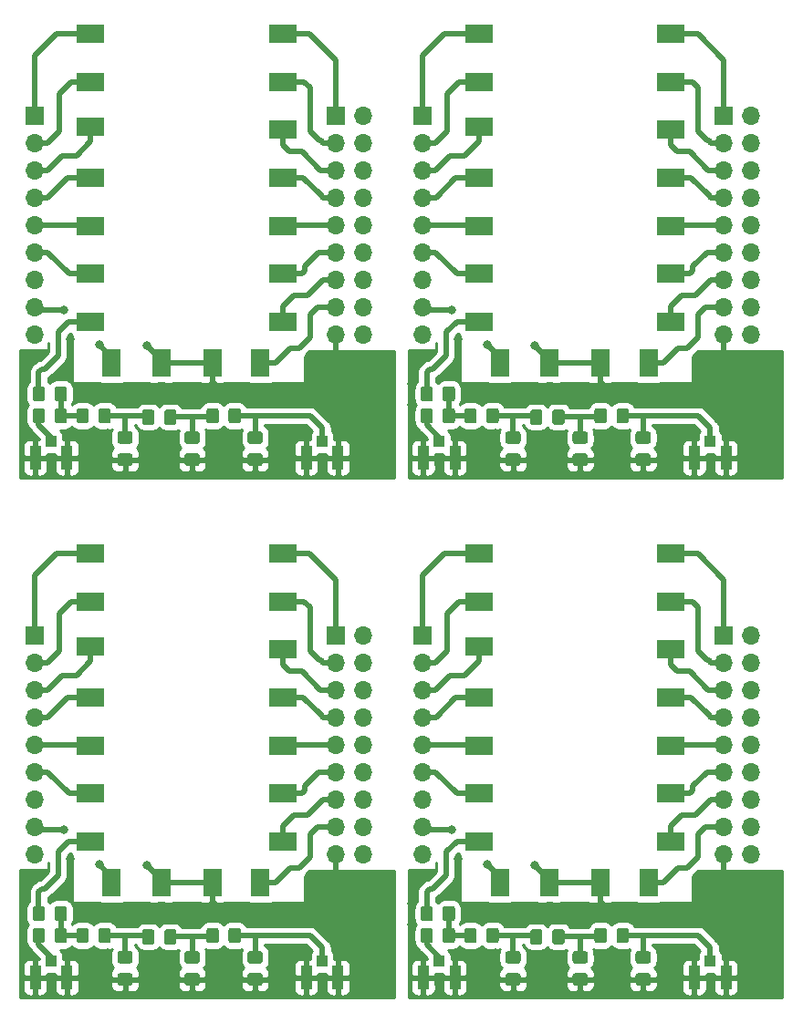
<source format=gbr>
G04 #@! TF.GenerationSoftware,KiCad,Pcbnew,5.1.5+dfsg1-2build2*
G04 #@! TF.CreationDate,2021-10-04T21:44:55-05:00*
G04 #@! TF.ProjectId,,58585858-5858-4585-9858-585858585858,rev?*
G04 #@! TF.SameCoordinates,Original*
G04 #@! TF.FileFunction,Copper,L1,Top*
G04 #@! TF.FilePolarity,Positive*
%FSLAX46Y46*%
G04 Gerber Fmt 4.6, Leading zero omitted, Abs format (unit mm)*
G04 Created by KiCad (PCBNEW 5.1.5+dfsg1-2build2) date 2021-10-04 21:44:55*
%MOMM*%
%LPD*%
G04 APERTURE LIST*
%ADD10R,1.050000X2.200000*%
%ADD11R,1.000000X1.050000*%
%ADD12C,0.100000*%
%ADD13R,1.700000X1.700000*%
%ADD14O,1.700000X1.700000*%
%ADD15R,2.600000X1.800000*%
%ADD16R,1.800000X2.600000*%
%ADD17C,0.800000*%
%ADD18C,0.500000*%
%ADD19C,0.254000*%
G04 APERTURE END LIST*
D10*
X183115000Y-124935000D03*
D11*
X184590000Y-123410000D03*
D10*
X186065000Y-124935000D03*
X147115000Y-124935000D03*
D11*
X148590000Y-123410000D03*
D10*
X150065000Y-124935000D03*
X183115000Y-76675000D03*
D11*
X184590000Y-75150000D03*
D10*
X186065000Y-76675000D03*
G04 #@! TA.AperFunction,SMDPad,CuDef*
D12*
G36*
X162705505Y-120332204D02*
G01*
X162729773Y-120335804D01*
X162753572Y-120341765D01*
X162776671Y-120350030D01*
X162798850Y-120360520D01*
X162819893Y-120373132D01*
X162839599Y-120387747D01*
X162857777Y-120404223D01*
X162874253Y-120422401D01*
X162888868Y-120442107D01*
X162901480Y-120463150D01*
X162911970Y-120485329D01*
X162920235Y-120508428D01*
X162926196Y-120532227D01*
X162929796Y-120556495D01*
X162931000Y-120580999D01*
X162931000Y-121481001D01*
X162929796Y-121505505D01*
X162926196Y-121529773D01*
X162920235Y-121553572D01*
X162911970Y-121576671D01*
X162901480Y-121598850D01*
X162888868Y-121619893D01*
X162874253Y-121639599D01*
X162857777Y-121657777D01*
X162839599Y-121674253D01*
X162819893Y-121688868D01*
X162798850Y-121701480D01*
X162776671Y-121711970D01*
X162753572Y-121720235D01*
X162729773Y-121726196D01*
X162705505Y-121729796D01*
X162681001Y-121731000D01*
X162030999Y-121731000D01*
X162006495Y-121729796D01*
X161982227Y-121726196D01*
X161958428Y-121720235D01*
X161935329Y-121711970D01*
X161913150Y-121701480D01*
X161892107Y-121688868D01*
X161872401Y-121674253D01*
X161854223Y-121657777D01*
X161837747Y-121639599D01*
X161823132Y-121619893D01*
X161810520Y-121598850D01*
X161800030Y-121576671D01*
X161791765Y-121553572D01*
X161785804Y-121529773D01*
X161782204Y-121505505D01*
X161781000Y-121481001D01*
X161781000Y-120580999D01*
X161782204Y-120556495D01*
X161785804Y-120532227D01*
X161791765Y-120508428D01*
X161800030Y-120485329D01*
X161810520Y-120463150D01*
X161823132Y-120442107D01*
X161837747Y-120422401D01*
X161854223Y-120404223D01*
X161872401Y-120387747D01*
X161892107Y-120373132D01*
X161913150Y-120360520D01*
X161935329Y-120350030D01*
X161958428Y-120341765D01*
X161982227Y-120335804D01*
X162006495Y-120332204D01*
X162030999Y-120331000D01*
X162681001Y-120331000D01*
X162705505Y-120332204D01*
G37*
G04 #@! TD.AperFunction*
G04 #@! TA.AperFunction,SMDPad,CuDef*
G36*
X164755505Y-120332204D02*
G01*
X164779773Y-120335804D01*
X164803572Y-120341765D01*
X164826671Y-120350030D01*
X164848850Y-120360520D01*
X164869893Y-120373132D01*
X164889599Y-120387747D01*
X164907777Y-120404223D01*
X164924253Y-120422401D01*
X164938868Y-120442107D01*
X164951480Y-120463150D01*
X164961970Y-120485329D01*
X164970235Y-120508428D01*
X164976196Y-120532227D01*
X164979796Y-120556495D01*
X164981000Y-120580999D01*
X164981000Y-121481001D01*
X164979796Y-121505505D01*
X164976196Y-121529773D01*
X164970235Y-121553572D01*
X164961970Y-121576671D01*
X164951480Y-121598850D01*
X164938868Y-121619893D01*
X164924253Y-121639599D01*
X164907777Y-121657777D01*
X164889599Y-121674253D01*
X164869893Y-121688868D01*
X164848850Y-121701480D01*
X164826671Y-121711970D01*
X164803572Y-121720235D01*
X164779773Y-121726196D01*
X164755505Y-121729796D01*
X164731001Y-121731000D01*
X164080999Y-121731000D01*
X164056495Y-121729796D01*
X164032227Y-121726196D01*
X164008428Y-121720235D01*
X163985329Y-121711970D01*
X163963150Y-121701480D01*
X163942107Y-121688868D01*
X163922401Y-121674253D01*
X163904223Y-121657777D01*
X163887747Y-121639599D01*
X163873132Y-121619893D01*
X163860520Y-121598850D01*
X163850030Y-121576671D01*
X163841765Y-121553572D01*
X163835804Y-121529773D01*
X163832204Y-121505505D01*
X163831000Y-121481001D01*
X163831000Y-120580999D01*
X163832204Y-120556495D01*
X163835804Y-120532227D01*
X163841765Y-120508428D01*
X163850030Y-120485329D01*
X163860520Y-120463150D01*
X163873132Y-120442107D01*
X163887747Y-120422401D01*
X163904223Y-120404223D01*
X163922401Y-120387747D01*
X163942107Y-120373132D01*
X163963150Y-120360520D01*
X163985329Y-120350030D01*
X164008428Y-120341765D01*
X164032227Y-120335804D01*
X164056495Y-120332204D01*
X164080999Y-120331000D01*
X164731001Y-120331000D01*
X164755505Y-120332204D01*
G37*
G04 #@! TD.AperFunction*
G04 #@! TA.AperFunction,SMDPad,CuDef*
G36*
X126705505Y-120332204D02*
G01*
X126729773Y-120335804D01*
X126753572Y-120341765D01*
X126776671Y-120350030D01*
X126798850Y-120360520D01*
X126819893Y-120373132D01*
X126839599Y-120387747D01*
X126857777Y-120404223D01*
X126874253Y-120422401D01*
X126888868Y-120442107D01*
X126901480Y-120463150D01*
X126911970Y-120485329D01*
X126920235Y-120508428D01*
X126926196Y-120532227D01*
X126929796Y-120556495D01*
X126931000Y-120580999D01*
X126931000Y-121481001D01*
X126929796Y-121505505D01*
X126926196Y-121529773D01*
X126920235Y-121553572D01*
X126911970Y-121576671D01*
X126901480Y-121598850D01*
X126888868Y-121619893D01*
X126874253Y-121639599D01*
X126857777Y-121657777D01*
X126839599Y-121674253D01*
X126819893Y-121688868D01*
X126798850Y-121701480D01*
X126776671Y-121711970D01*
X126753572Y-121720235D01*
X126729773Y-121726196D01*
X126705505Y-121729796D01*
X126681001Y-121731000D01*
X126030999Y-121731000D01*
X126006495Y-121729796D01*
X125982227Y-121726196D01*
X125958428Y-121720235D01*
X125935329Y-121711970D01*
X125913150Y-121701480D01*
X125892107Y-121688868D01*
X125872401Y-121674253D01*
X125854223Y-121657777D01*
X125837747Y-121639599D01*
X125823132Y-121619893D01*
X125810520Y-121598850D01*
X125800030Y-121576671D01*
X125791765Y-121553572D01*
X125785804Y-121529773D01*
X125782204Y-121505505D01*
X125781000Y-121481001D01*
X125781000Y-120580999D01*
X125782204Y-120556495D01*
X125785804Y-120532227D01*
X125791765Y-120508428D01*
X125800030Y-120485329D01*
X125810520Y-120463150D01*
X125823132Y-120442107D01*
X125837747Y-120422401D01*
X125854223Y-120404223D01*
X125872401Y-120387747D01*
X125892107Y-120373132D01*
X125913150Y-120360520D01*
X125935329Y-120350030D01*
X125958428Y-120341765D01*
X125982227Y-120335804D01*
X126006495Y-120332204D01*
X126030999Y-120331000D01*
X126681001Y-120331000D01*
X126705505Y-120332204D01*
G37*
G04 #@! TD.AperFunction*
G04 #@! TA.AperFunction,SMDPad,CuDef*
G36*
X128755505Y-120332204D02*
G01*
X128779773Y-120335804D01*
X128803572Y-120341765D01*
X128826671Y-120350030D01*
X128848850Y-120360520D01*
X128869893Y-120373132D01*
X128889599Y-120387747D01*
X128907777Y-120404223D01*
X128924253Y-120422401D01*
X128938868Y-120442107D01*
X128951480Y-120463150D01*
X128961970Y-120485329D01*
X128970235Y-120508428D01*
X128976196Y-120532227D01*
X128979796Y-120556495D01*
X128981000Y-120580999D01*
X128981000Y-121481001D01*
X128979796Y-121505505D01*
X128976196Y-121529773D01*
X128970235Y-121553572D01*
X128961970Y-121576671D01*
X128951480Y-121598850D01*
X128938868Y-121619893D01*
X128924253Y-121639599D01*
X128907777Y-121657777D01*
X128889599Y-121674253D01*
X128869893Y-121688868D01*
X128848850Y-121701480D01*
X128826671Y-121711970D01*
X128803572Y-121720235D01*
X128779773Y-121726196D01*
X128755505Y-121729796D01*
X128731001Y-121731000D01*
X128080999Y-121731000D01*
X128056495Y-121729796D01*
X128032227Y-121726196D01*
X128008428Y-121720235D01*
X127985329Y-121711970D01*
X127963150Y-121701480D01*
X127942107Y-121688868D01*
X127922401Y-121674253D01*
X127904223Y-121657777D01*
X127887747Y-121639599D01*
X127873132Y-121619893D01*
X127860520Y-121598850D01*
X127850030Y-121576671D01*
X127841765Y-121553572D01*
X127835804Y-121529773D01*
X127832204Y-121505505D01*
X127831000Y-121481001D01*
X127831000Y-120580999D01*
X127832204Y-120556495D01*
X127835804Y-120532227D01*
X127841765Y-120508428D01*
X127850030Y-120485329D01*
X127860520Y-120463150D01*
X127873132Y-120442107D01*
X127887747Y-120422401D01*
X127904223Y-120404223D01*
X127922401Y-120387747D01*
X127942107Y-120373132D01*
X127963150Y-120360520D01*
X127985329Y-120350030D01*
X128008428Y-120341765D01*
X128032227Y-120335804D01*
X128056495Y-120332204D01*
X128080999Y-120331000D01*
X128731001Y-120331000D01*
X128755505Y-120332204D01*
G37*
G04 #@! TD.AperFunction*
G04 #@! TA.AperFunction,SMDPad,CuDef*
G36*
X162705505Y-72072204D02*
G01*
X162729773Y-72075804D01*
X162753572Y-72081765D01*
X162776671Y-72090030D01*
X162798850Y-72100520D01*
X162819893Y-72113132D01*
X162839599Y-72127747D01*
X162857777Y-72144223D01*
X162874253Y-72162401D01*
X162888868Y-72182107D01*
X162901480Y-72203150D01*
X162911970Y-72225329D01*
X162920235Y-72248428D01*
X162926196Y-72272227D01*
X162929796Y-72296495D01*
X162931000Y-72320999D01*
X162931000Y-73221001D01*
X162929796Y-73245505D01*
X162926196Y-73269773D01*
X162920235Y-73293572D01*
X162911970Y-73316671D01*
X162901480Y-73338850D01*
X162888868Y-73359893D01*
X162874253Y-73379599D01*
X162857777Y-73397777D01*
X162839599Y-73414253D01*
X162819893Y-73428868D01*
X162798850Y-73441480D01*
X162776671Y-73451970D01*
X162753572Y-73460235D01*
X162729773Y-73466196D01*
X162705505Y-73469796D01*
X162681001Y-73471000D01*
X162030999Y-73471000D01*
X162006495Y-73469796D01*
X161982227Y-73466196D01*
X161958428Y-73460235D01*
X161935329Y-73451970D01*
X161913150Y-73441480D01*
X161892107Y-73428868D01*
X161872401Y-73414253D01*
X161854223Y-73397777D01*
X161837747Y-73379599D01*
X161823132Y-73359893D01*
X161810520Y-73338850D01*
X161800030Y-73316671D01*
X161791765Y-73293572D01*
X161785804Y-73269773D01*
X161782204Y-73245505D01*
X161781000Y-73221001D01*
X161781000Y-72320999D01*
X161782204Y-72296495D01*
X161785804Y-72272227D01*
X161791765Y-72248428D01*
X161800030Y-72225329D01*
X161810520Y-72203150D01*
X161823132Y-72182107D01*
X161837747Y-72162401D01*
X161854223Y-72144223D01*
X161872401Y-72127747D01*
X161892107Y-72113132D01*
X161913150Y-72100520D01*
X161935329Y-72090030D01*
X161958428Y-72081765D01*
X161982227Y-72075804D01*
X162006495Y-72072204D01*
X162030999Y-72071000D01*
X162681001Y-72071000D01*
X162705505Y-72072204D01*
G37*
G04 #@! TD.AperFunction*
G04 #@! TA.AperFunction,SMDPad,CuDef*
G36*
X164755505Y-72072204D02*
G01*
X164779773Y-72075804D01*
X164803572Y-72081765D01*
X164826671Y-72090030D01*
X164848850Y-72100520D01*
X164869893Y-72113132D01*
X164889599Y-72127747D01*
X164907777Y-72144223D01*
X164924253Y-72162401D01*
X164938868Y-72182107D01*
X164951480Y-72203150D01*
X164961970Y-72225329D01*
X164970235Y-72248428D01*
X164976196Y-72272227D01*
X164979796Y-72296495D01*
X164981000Y-72320999D01*
X164981000Y-73221001D01*
X164979796Y-73245505D01*
X164976196Y-73269773D01*
X164970235Y-73293572D01*
X164961970Y-73316671D01*
X164951480Y-73338850D01*
X164938868Y-73359893D01*
X164924253Y-73379599D01*
X164907777Y-73397777D01*
X164889599Y-73414253D01*
X164869893Y-73428868D01*
X164848850Y-73441480D01*
X164826671Y-73451970D01*
X164803572Y-73460235D01*
X164779773Y-73466196D01*
X164755505Y-73469796D01*
X164731001Y-73471000D01*
X164080999Y-73471000D01*
X164056495Y-73469796D01*
X164032227Y-73466196D01*
X164008428Y-73460235D01*
X163985329Y-73451970D01*
X163963150Y-73441480D01*
X163942107Y-73428868D01*
X163922401Y-73414253D01*
X163904223Y-73397777D01*
X163887747Y-73379599D01*
X163873132Y-73359893D01*
X163860520Y-73338850D01*
X163850030Y-73316671D01*
X163841765Y-73293572D01*
X163835804Y-73269773D01*
X163832204Y-73245505D01*
X163831000Y-73221001D01*
X163831000Y-72320999D01*
X163832204Y-72296495D01*
X163835804Y-72272227D01*
X163841765Y-72248428D01*
X163850030Y-72225329D01*
X163860520Y-72203150D01*
X163873132Y-72182107D01*
X163887747Y-72162401D01*
X163904223Y-72144223D01*
X163922401Y-72127747D01*
X163942107Y-72113132D01*
X163963150Y-72100520D01*
X163985329Y-72090030D01*
X164008428Y-72081765D01*
X164032227Y-72075804D01*
X164056495Y-72072204D01*
X164080999Y-72071000D01*
X164731001Y-72071000D01*
X164755505Y-72072204D01*
G37*
G04 #@! TD.AperFunction*
G04 #@! TA.AperFunction,SMDPad,CuDef*
G36*
X172999505Y-122480204D02*
G01*
X173023773Y-122483804D01*
X173047572Y-122489765D01*
X173070671Y-122498030D01*
X173092850Y-122508520D01*
X173113893Y-122521132D01*
X173133599Y-122535747D01*
X173151777Y-122552223D01*
X173168253Y-122570401D01*
X173182868Y-122590107D01*
X173195480Y-122611150D01*
X173205970Y-122633329D01*
X173214235Y-122656428D01*
X173220196Y-122680227D01*
X173223796Y-122704495D01*
X173225000Y-122728999D01*
X173225000Y-123379001D01*
X173223796Y-123403505D01*
X173220196Y-123427773D01*
X173214235Y-123451572D01*
X173205970Y-123474671D01*
X173195480Y-123496850D01*
X173182868Y-123517893D01*
X173168253Y-123537599D01*
X173151777Y-123555777D01*
X173133599Y-123572253D01*
X173113893Y-123586868D01*
X173092850Y-123599480D01*
X173070671Y-123609970D01*
X173047572Y-123618235D01*
X173023773Y-123624196D01*
X172999505Y-123627796D01*
X172975001Y-123629000D01*
X172074999Y-123629000D01*
X172050495Y-123627796D01*
X172026227Y-123624196D01*
X172002428Y-123618235D01*
X171979329Y-123609970D01*
X171957150Y-123599480D01*
X171936107Y-123586868D01*
X171916401Y-123572253D01*
X171898223Y-123555777D01*
X171881747Y-123537599D01*
X171867132Y-123517893D01*
X171854520Y-123496850D01*
X171844030Y-123474671D01*
X171835765Y-123451572D01*
X171829804Y-123427773D01*
X171826204Y-123403505D01*
X171825000Y-123379001D01*
X171825000Y-122728999D01*
X171826204Y-122704495D01*
X171829804Y-122680227D01*
X171835765Y-122656428D01*
X171844030Y-122633329D01*
X171854520Y-122611150D01*
X171867132Y-122590107D01*
X171881747Y-122570401D01*
X171898223Y-122552223D01*
X171916401Y-122535747D01*
X171936107Y-122521132D01*
X171957150Y-122508520D01*
X171979329Y-122498030D01*
X172002428Y-122489765D01*
X172026227Y-122483804D01*
X172050495Y-122480204D01*
X172074999Y-122479000D01*
X172975001Y-122479000D01*
X172999505Y-122480204D01*
G37*
G04 #@! TD.AperFunction*
G04 #@! TA.AperFunction,SMDPad,CuDef*
G36*
X172999505Y-124530204D02*
G01*
X173023773Y-124533804D01*
X173047572Y-124539765D01*
X173070671Y-124548030D01*
X173092850Y-124558520D01*
X173113893Y-124571132D01*
X173133599Y-124585747D01*
X173151777Y-124602223D01*
X173168253Y-124620401D01*
X173182868Y-124640107D01*
X173195480Y-124661150D01*
X173205970Y-124683329D01*
X173214235Y-124706428D01*
X173220196Y-124730227D01*
X173223796Y-124754495D01*
X173225000Y-124778999D01*
X173225000Y-125429001D01*
X173223796Y-125453505D01*
X173220196Y-125477773D01*
X173214235Y-125501572D01*
X173205970Y-125524671D01*
X173195480Y-125546850D01*
X173182868Y-125567893D01*
X173168253Y-125587599D01*
X173151777Y-125605777D01*
X173133599Y-125622253D01*
X173113893Y-125636868D01*
X173092850Y-125649480D01*
X173070671Y-125659970D01*
X173047572Y-125668235D01*
X173023773Y-125674196D01*
X172999505Y-125677796D01*
X172975001Y-125679000D01*
X172074999Y-125679000D01*
X172050495Y-125677796D01*
X172026227Y-125674196D01*
X172002428Y-125668235D01*
X171979329Y-125659970D01*
X171957150Y-125649480D01*
X171936107Y-125636868D01*
X171916401Y-125622253D01*
X171898223Y-125605777D01*
X171881747Y-125587599D01*
X171867132Y-125567893D01*
X171854520Y-125546850D01*
X171844030Y-125524671D01*
X171835765Y-125501572D01*
X171829804Y-125477773D01*
X171826204Y-125453505D01*
X171825000Y-125429001D01*
X171825000Y-124778999D01*
X171826204Y-124754495D01*
X171829804Y-124730227D01*
X171835765Y-124706428D01*
X171844030Y-124683329D01*
X171854520Y-124661150D01*
X171867132Y-124640107D01*
X171881747Y-124620401D01*
X171898223Y-124602223D01*
X171916401Y-124585747D01*
X171936107Y-124571132D01*
X171957150Y-124558520D01*
X171979329Y-124548030D01*
X172002428Y-124539765D01*
X172026227Y-124533804D01*
X172050495Y-124530204D01*
X172074999Y-124529000D01*
X172975001Y-124529000D01*
X172999505Y-124530204D01*
G37*
G04 #@! TD.AperFunction*
G04 #@! TA.AperFunction,SMDPad,CuDef*
G36*
X136999505Y-122480204D02*
G01*
X137023773Y-122483804D01*
X137047572Y-122489765D01*
X137070671Y-122498030D01*
X137092850Y-122508520D01*
X137113893Y-122521132D01*
X137133599Y-122535747D01*
X137151777Y-122552223D01*
X137168253Y-122570401D01*
X137182868Y-122590107D01*
X137195480Y-122611150D01*
X137205970Y-122633329D01*
X137214235Y-122656428D01*
X137220196Y-122680227D01*
X137223796Y-122704495D01*
X137225000Y-122728999D01*
X137225000Y-123379001D01*
X137223796Y-123403505D01*
X137220196Y-123427773D01*
X137214235Y-123451572D01*
X137205970Y-123474671D01*
X137195480Y-123496850D01*
X137182868Y-123517893D01*
X137168253Y-123537599D01*
X137151777Y-123555777D01*
X137133599Y-123572253D01*
X137113893Y-123586868D01*
X137092850Y-123599480D01*
X137070671Y-123609970D01*
X137047572Y-123618235D01*
X137023773Y-123624196D01*
X136999505Y-123627796D01*
X136975001Y-123629000D01*
X136074999Y-123629000D01*
X136050495Y-123627796D01*
X136026227Y-123624196D01*
X136002428Y-123618235D01*
X135979329Y-123609970D01*
X135957150Y-123599480D01*
X135936107Y-123586868D01*
X135916401Y-123572253D01*
X135898223Y-123555777D01*
X135881747Y-123537599D01*
X135867132Y-123517893D01*
X135854520Y-123496850D01*
X135844030Y-123474671D01*
X135835765Y-123451572D01*
X135829804Y-123427773D01*
X135826204Y-123403505D01*
X135825000Y-123379001D01*
X135825000Y-122728999D01*
X135826204Y-122704495D01*
X135829804Y-122680227D01*
X135835765Y-122656428D01*
X135844030Y-122633329D01*
X135854520Y-122611150D01*
X135867132Y-122590107D01*
X135881747Y-122570401D01*
X135898223Y-122552223D01*
X135916401Y-122535747D01*
X135936107Y-122521132D01*
X135957150Y-122508520D01*
X135979329Y-122498030D01*
X136002428Y-122489765D01*
X136026227Y-122483804D01*
X136050495Y-122480204D01*
X136074999Y-122479000D01*
X136975001Y-122479000D01*
X136999505Y-122480204D01*
G37*
G04 #@! TD.AperFunction*
G04 #@! TA.AperFunction,SMDPad,CuDef*
G36*
X136999505Y-124530204D02*
G01*
X137023773Y-124533804D01*
X137047572Y-124539765D01*
X137070671Y-124548030D01*
X137092850Y-124558520D01*
X137113893Y-124571132D01*
X137133599Y-124585747D01*
X137151777Y-124602223D01*
X137168253Y-124620401D01*
X137182868Y-124640107D01*
X137195480Y-124661150D01*
X137205970Y-124683329D01*
X137214235Y-124706428D01*
X137220196Y-124730227D01*
X137223796Y-124754495D01*
X137225000Y-124778999D01*
X137225000Y-125429001D01*
X137223796Y-125453505D01*
X137220196Y-125477773D01*
X137214235Y-125501572D01*
X137205970Y-125524671D01*
X137195480Y-125546850D01*
X137182868Y-125567893D01*
X137168253Y-125587599D01*
X137151777Y-125605777D01*
X137133599Y-125622253D01*
X137113893Y-125636868D01*
X137092850Y-125649480D01*
X137070671Y-125659970D01*
X137047572Y-125668235D01*
X137023773Y-125674196D01*
X136999505Y-125677796D01*
X136975001Y-125679000D01*
X136074999Y-125679000D01*
X136050495Y-125677796D01*
X136026227Y-125674196D01*
X136002428Y-125668235D01*
X135979329Y-125659970D01*
X135957150Y-125649480D01*
X135936107Y-125636868D01*
X135916401Y-125622253D01*
X135898223Y-125605777D01*
X135881747Y-125587599D01*
X135867132Y-125567893D01*
X135854520Y-125546850D01*
X135844030Y-125524671D01*
X135835765Y-125501572D01*
X135829804Y-125477773D01*
X135826204Y-125453505D01*
X135825000Y-125429001D01*
X135825000Y-124778999D01*
X135826204Y-124754495D01*
X135829804Y-124730227D01*
X135835765Y-124706428D01*
X135844030Y-124683329D01*
X135854520Y-124661150D01*
X135867132Y-124640107D01*
X135881747Y-124620401D01*
X135898223Y-124602223D01*
X135916401Y-124585747D01*
X135936107Y-124571132D01*
X135957150Y-124558520D01*
X135979329Y-124548030D01*
X136002428Y-124539765D01*
X136026227Y-124533804D01*
X136050495Y-124530204D01*
X136074999Y-124529000D01*
X136975001Y-124529000D01*
X136999505Y-124530204D01*
G37*
G04 #@! TD.AperFunction*
G04 #@! TA.AperFunction,SMDPad,CuDef*
G36*
X172999505Y-74220204D02*
G01*
X173023773Y-74223804D01*
X173047572Y-74229765D01*
X173070671Y-74238030D01*
X173092850Y-74248520D01*
X173113893Y-74261132D01*
X173133599Y-74275747D01*
X173151777Y-74292223D01*
X173168253Y-74310401D01*
X173182868Y-74330107D01*
X173195480Y-74351150D01*
X173205970Y-74373329D01*
X173214235Y-74396428D01*
X173220196Y-74420227D01*
X173223796Y-74444495D01*
X173225000Y-74468999D01*
X173225000Y-75119001D01*
X173223796Y-75143505D01*
X173220196Y-75167773D01*
X173214235Y-75191572D01*
X173205970Y-75214671D01*
X173195480Y-75236850D01*
X173182868Y-75257893D01*
X173168253Y-75277599D01*
X173151777Y-75295777D01*
X173133599Y-75312253D01*
X173113893Y-75326868D01*
X173092850Y-75339480D01*
X173070671Y-75349970D01*
X173047572Y-75358235D01*
X173023773Y-75364196D01*
X172999505Y-75367796D01*
X172975001Y-75369000D01*
X172074999Y-75369000D01*
X172050495Y-75367796D01*
X172026227Y-75364196D01*
X172002428Y-75358235D01*
X171979329Y-75349970D01*
X171957150Y-75339480D01*
X171936107Y-75326868D01*
X171916401Y-75312253D01*
X171898223Y-75295777D01*
X171881747Y-75277599D01*
X171867132Y-75257893D01*
X171854520Y-75236850D01*
X171844030Y-75214671D01*
X171835765Y-75191572D01*
X171829804Y-75167773D01*
X171826204Y-75143505D01*
X171825000Y-75119001D01*
X171825000Y-74468999D01*
X171826204Y-74444495D01*
X171829804Y-74420227D01*
X171835765Y-74396428D01*
X171844030Y-74373329D01*
X171854520Y-74351150D01*
X171867132Y-74330107D01*
X171881747Y-74310401D01*
X171898223Y-74292223D01*
X171916401Y-74275747D01*
X171936107Y-74261132D01*
X171957150Y-74248520D01*
X171979329Y-74238030D01*
X172002428Y-74229765D01*
X172026227Y-74223804D01*
X172050495Y-74220204D01*
X172074999Y-74219000D01*
X172975001Y-74219000D01*
X172999505Y-74220204D01*
G37*
G04 #@! TD.AperFunction*
G04 #@! TA.AperFunction,SMDPad,CuDef*
G36*
X172999505Y-76270204D02*
G01*
X173023773Y-76273804D01*
X173047572Y-76279765D01*
X173070671Y-76288030D01*
X173092850Y-76298520D01*
X173113893Y-76311132D01*
X173133599Y-76325747D01*
X173151777Y-76342223D01*
X173168253Y-76360401D01*
X173182868Y-76380107D01*
X173195480Y-76401150D01*
X173205970Y-76423329D01*
X173214235Y-76446428D01*
X173220196Y-76470227D01*
X173223796Y-76494495D01*
X173225000Y-76518999D01*
X173225000Y-77169001D01*
X173223796Y-77193505D01*
X173220196Y-77217773D01*
X173214235Y-77241572D01*
X173205970Y-77264671D01*
X173195480Y-77286850D01*
X173182868Y-77307893D01*
X173168253Y-77327599D01*
X173151777Y-77345777D01*
X173133599Y-77362253D01*
X173113893Y-77376868D01*
X173092850Y-77389480D01*
X173070671Y-77399970D01*
X173047572Y-77408235D01*
X173023773Y-77414196D01*
X172999505Y-77417796D01*
X172975001Y-77419000D01*
X172074999Y-77419000D01*
X172050495Y-77417796D01*
X172026227Y-77414196D01*
X172002428Y-77408235D01*
X171979329Y-77399970D01*
X171957150Y-77389480D01*
X171936107Y-77376868D01*
X171916401Y-77362253D01*
X171898223Y-77345777D01*
X171881747Y-77327599D01*
X171867132Y-77307893D01*
X171854520Y-77286850D01*
X171844030Y-77264671D01*
X171835765Y-77241572D01*
X171829804Y-77217773D01*
X171826204Y-77193505D01*
X171825000Y-77169001D01*
X171825000Y-76518999D01*
X171826204Y-76494495D01*
X171829804Y-76470227D01*
X171835765Y-76446428D01*
X171844030Y-76423329D01*
X171854520Y-76401150D01*
X171867132Y-76380107D01*
X171881747Y-76360401D01*
X171898223Y-76342223D01*
X171916401Y-76325747D01*
X171936107Y-76311132D01*
X171957150Y-76298520D01*
X171979329Y-76288030D01*
X172002428Y-76279765D01*
X172026227Y-76273804D01*
X172050495Y-76270204D01*
X172074999Y-76269000D01*
X172975001Y-76269000D01*
X172999505Y-76270204D01*
G37*
G04 #@! TD.AperFunction*
D13*
X157920000Y-93142000D03*
D14*
X157920000Y-95682000D03*
X157920000Y-98222000D03*
X157920000Y-100762000D03*
X157920000Y-103302000D03*
X157920000Y-105842000D03*
X157920000Y-108382000D03*
X157920000Y-110922000D03*
X157920000Y-113462000D03*
D13*
X121920000Y-93142000D03*
D14*
X121920000Y-95682000D03*
X121920000Y-98222000D03*
X121920000Y-100762000D03*
X121920000Y-103302000D03*
X121920000Y-105842000D03*
X121920000Y-108382000D03*
X121920000Y-110922000D03*
X121920000Y-113462000D03*
D13*
X157920000Y-44882000D03*
D14*
X157920000Y-47422000D03*
X157920000Y-49962000D03*
X157920000Y-52502000D03*
X157920000Y-55042000D03*
X157920000Y-57582000D03*
X157920000Y-60122000D03*
X157920000Y-62662000D03*
X157920000Y-65202000D03*
D15*
X163117000Y-112283000D03*
X163117000Y-107833000D03*
X163117000Y-103383000D03*
X163117000Y-98933000D03*
X163117000Y-94183000D03*
X163117000Y-85583000D03*
X180917000Y-85583000D03*
X180917000Y-90033000D03*
X180917000Y-94483000D03*
X180917000Y-98933000D03*
X180917000Y-103383000D03*
X180917000Y-107833000D03*
X180917000Y-112283000D03*
X163117000Y-90033000D03*
D16*
X165057000Y-116133000D03*
X169657000Y-116133000D03*
X174407000Y-116133000D03*
X178857000Y-116133000D03*
D15*
X127117000Y-112283000D03*
X127117000Y-107833000D03*
X127117000Y-103383000D03*
X127117000Y-98933000D03*
X127117000Y-94183000D03*
X127117000Y-85583000D03*
X144917000Y-85583000D03*
X144917000Y-90033000D03*
X144917000Y-94483000D03*
X144917000Y-98933000D03*
X144917000Y-103383000D03*
X144917000Y-107833000D03*
X144917000Y-112283000D03*
X127117000Y-90033000D03*
D16*
X129057000Y-116133000D03*
X133657000Y-116133000D03*
X138407000Y-116133000D03*
X142857000Y-116133000D03*
D15*
X163117000Y-64023000D03*
X163117000Y-59573000D03*
X163117000Y-55123000D03*
X163117000Y-50673000D03*
X163117000Y-45923000D03*
X163117000Y-37323000D03*
X180917000Y-37323000D03*
X180917000Y-41773000D03*
X180917000Y-46223000D03*
X180917000Y-50673000D03*
X180917000Y-55123000D03*
X180917000Y-59573000D03*
X180917000Y-64023000D03*
X163117000Y-41773000D03*
D16*
X165057000Y-67873000D03*
X169657000Y-67873000D03*
X174407000Y-67873000D03*
X178857000Y-67873000D03*
G04 #@! TA.AperFunction,SMDPad,CuDef*
D12*
G36*
X166776505Y-122480204D02*
G01*
X166800773Y-122483804D01*
X166824572Y-122489765D01*
X166847671Y-122498030D01*
X166869850Y-122508520D01*
X166890893Y-122521132D01*
X166910599Y-122535747D01*
X166928777Y-122552223D01*
X166945253Y-122570401D01*
X166959868Y-122590107D01*
X166972480Y-122611150D01*
X166982970Y-122633329D01*
X166991235Y-122656428D01*
X166997196Y-122680227D01*
X167000796Y-122704495D01*
X167002000Y-122728999D01*
X167002000Y-123379001D01*
X167000796Y-123403505D01*
X166997196Y-123427773D01*
X166991235Y-123451572D01*
X166982970Y-123474671D01*
X166972480Y-123496850D01*
X166959868Y-123517893D01*
X166945253Y-123537599D01*
X166928777Y-123555777D01*
X166910599Y-123572253D01*
X166890893Y-123586868D01*
X166869850Y-123599480D01*
X166847671Y-123609970D01*
X166824572Y-123618235D01*
X166800773Y-123624196D01*
X166776505Y-123627796D01*
X166752001Y-123629000D01*
X165851999Y-123629000D01*
X165827495Y-123627796D01*
X165803227Y-123624196D01*
X165779428Y-123618235D01*
X165756329Y-123609970D01*
X165734150Y-123599480D01*
X165713107Y-123586868D01*
X165693401Y-123572253D01*
X165675223Y-123555777D01*
X165658747Y-123537599D01*
X165644132Y-123517893D01*
X165631520Y-123496850D01*
X165621030Y-123474671D01*
X165612765Y-123451572D01*
X165606804Y-123427773D01*
X165603204Y-123403505D01*
X165602000Y-123379001D01*
X165602000Y-122728999D01*
X165603204Y-122704495D01*
X165606804Y-122680227D01*
X165612765Y-122656428D01*
X165621030Y-122633329D01*
X165631520Y-122611150D01*
X165644132Y-122590107D01*
X165658747Y-122570401D01*
X165675223Y-122552223D01*
X165693401Y-122535747D01*
X165713107Y-122521132D01*
X165734150Y-122508520D01*
X165756329Y-122498030D01*
X165779428Y-122489765D01*
X165803227Y-122483804D01*
X165827495Y-122480204D01*
X165851999Y-122479000D01*
X166752001Y-122479000D01*
X166776505Y-122480204D01*
G37*
G04 #@! TD.AperFunction*
G04 #@! TA.AperFunction,SMDPad,CuDef*
G36*
X166776505Y-124530204D02*
G01*
X166800773Y-124533804D01*
X166824572Y-124539765D01*
X166847671Y-124548030D01*
X166869850Y-124558520D01*
X166890893Y-124571132D01*
X166910599Y-124585747D01*
X166928777Y-124602223D01*
X166945253Y-124620401D01*
X166959868Y-124640107D01*
X166972480Y-124661150D01*
X166982970Y-124683329D01*
X166991235Y-124706428D01*
X166997196Y-124730227D01*
X167000796Y-124754495D01*
X167002000Y-124778999D01*
X167002000Y-125429001D01*
X167000796Y-125453505D01*
X166997196Y-125477773D01*
X166991235Y-125501572D01*
X166982970Y-125524671D01*
X166972480Y-125546850D01*
X166959868Y-125567893D01*
X166945253Y-125587599D01*
X166928777Y-125605777D01*
X166910599Y-125622253D01*
X166890893Y-125636868D01*
X166869850Y-125649480D01*
X166847671Y-125659970D01*
X166824572Y-125668235D01*
X166800773Y-125674196D01*
X166776505Y-125677796D01*
X166752001Y-125679000D01*
X165851999Y-125679000D01*
X165827495Y-125677796D01*
X165803227Y-125674196D01*
X165779428Y-125668235D01*
X165756329Y-125659970D01*
X165734150Y-125649480D01*
X165713107Y-125636868D01*
X165693401Y-125622253D01*
X165675223Y-125605777D01*
X165658747Y-125587599D01*
X165644132Y-125567893D01*
X165631520Y-125546850D01*
X165621030Y-125524671D01*
X165612765Y-125501572D01*
X165606804Y-125477773D01*
X165603204Y-125453505D01*
X165602000Y-125429001D01*
X165602000Y-124778999D01*
X165603204Y-124754495D01*
X165606804Y-124730227D01*
X165612765Y-124706428D01*
X165621030Y-124683329D01*
X165631520Y-124661150D01*
X165644132Y-124640107D01*
X165658747Y-124620401D01*
X165675223Y-124602223D01*
X165693401Y-124585747D01*
X165713107Y-124571132D01*
X165734150Y-124558520D01*
X165756329Y-124548030D01*
X165779428Y-124539765D01*
X165803227Y-124533804D01*
X165827495Y-124530204D01*
X165851999Y-124529000D01*
X166752001Y-124529000D01*
X166776505Y-124530204D01*
G37*
G04 #@! TD.AperFunction*
G04 #@! TA.AperFunction,SMDPad,CuDef*
G36*
X130776505Y-122480204D02*
G01*
X130800773Y-122483804D01*
X130824572Y-122489765D01*
X130847671Y-122498030D01*
X130869850Y-122508520D01*
X130890893Y-122521132D01*
X130910599Y-122535747D01*
X130928777Y-122552223D01*
X130945253Y-122570401D01*
X130959868Y-122590107D01*
X130972480Y-122611150D01*
X130982970Y-122633329D01*
X130991235Y-122656428D01*
X130997196Y-122680227D01*
X131000796Y-122704495D01*
X131002000Y-122728999D01*
X131002000Y-123379001D01*
X131000796Y-123403505D01*
X130997196Y-123427773D01*
X130991235Y-123451572D01*
X130982970Y-123474671D01*
X130972480Y-123496850D01*
X130959868Y-123517893D01*
X130945253Y-123537599D01*
X130928777Y-123555777D01*
X130910599Y-123572253D01*
X130890893Y-123586868D01*
X130869850Y-123599480D01*
X130847671Y-123609970D01*
X130824572Y-123618235D01*
X130800773Y-123624196D01*
X130776505Y-123627796D01*
X130752001Y-123629000D01*
X129851999Y-123629000D01*
X129827495Y-123627796D01*
X129803227Y-123624196D01*
X129779428Y-123618235D01*
X129756329Y-123609970D01*
X129734150Y-123599480D01*
X129713107Y-123586868D01*
X129693401Y-123572253D01*
X129675223Y-123555777D01*
X129658747Y-123537599D01*
X129644132Y-123517893D01*
X129631520Y-123496850D01*
X129621030Y-123474671D01*
X129612765Y-123451572D01*
X129606804Y-123427773D01*
X129603204Y-123403505D01*
X129602000Y-123379001D01*
X129602000Y-122728999D01*
X129603204Y-122704495D01*
X129606804Y-122680227D01*
X129612765Y-122656428D01*
X129621030Y-122633329D01*
X129631520Y-122611150D01*
X129644132Y-122590107D01*
X129658747Y-122570401D01*
X129675223Y-122552223D01*
X129693401Y-122535747D01*
X129713107Y-122521132D01*
X129734150Y-122508520D01*
X129756329Y-122498030D01*
X129779428Y-122489765D01*
X129803227Y-122483804D01*
X129827495Y-122480204D01*
X129851999Y-122479000D01*
X130752001Y-122479000D01*
X130776505Y-122480204D01*
G37*
G04 #@! TD.AperFunction*
G04 #@! TA.AperFunction,SMDPad,CuDef*
G36*
X130776505Y-124530204D02*
G01*
X130800773Y-124533804D01*
X130824572Y-124539765D01*
X130847671Y-124548030D01*
X130869850Y-124558520D01*
X130890893Y-124571132D01*
X130910599Y-124585747D01*
X130928777Y-124602223D01*
X130945253Y-124620401D01*
X130959868Y-124640107D01*
X130972480Y-124661150D01*
X130982970Y-124683329D01*
X130991235Y-124706428D01*
X130997196Y-124730227D01*
X131000796Y-124754495D01*
X131002000Y-124778999D01*
X131002000Y-125429001D01*
X131000796Y-125453505D01*
X130997196Y-125477773D01*
X130991235Y-125501572D01*
X130982970Y-125524671D01*
X130972480Y-125546850D01*
X130959868Y-125567893D01*
X130945253Y-125587599D01*
X130928777Y-125605777D01*
X130910599Y-125622253D01*
X130890893Y-125636868D01*
X130869850Y-125649480D01*
X130847671Y-125659970D01*
X130824572Y-125668235D01*
X130800773Y-125674196D01*
X130776505Y-125677796D01*
X130752001Y-125679000D01*
X129851999Y-125679000D01*
X129827495Y-125677796D01*
X129803227Y-125674196D01*
X129779428Y-125668235D01*
X129756329Y-125659970D01*
X129734150Y-125649480D01*
X129713107Y-125636868D01*
X129693401Y-125622253D01*
X129675223Y-125605777D01*
X129658747Y-125587599D01*
X129644132Y-125567893D01*
X129631520Y-125546850D01*
X129621030Y-125524671D01*
X129612765Y-125501572D01*
X129606804Y-125477773D01*
X129603204Y-125453505D01*
X129602000Y-125429001D01*
X129602000Y-124778999D01*
X129603204Y-124754495D01*
X129606804Y-124730227D01*
X129612765Y-124706428D01*
X129621030Y-124683329D01*
X129631520Y-124661150D01*
X129644132Y-124640107D01*
X129658747Y-124620401D01*
X129675223Y-124602223D01*
X129693401Y-124585747D01*
X129713107Y-124571132D01*
X129734150Y-124558520D01*
X129756329Y-124548030D01*
X129779428Y-124539765D01*
X129803227Y-124533804D01*
X129827495Y-124530204D01*
X129851999Y-124529000D01*
X130752001Y-124529000D01*
X130776505Y-124530204D01*
G37*
G04 #@! TD.AperFunction*
G04 #@! TA.AperFunction,SMDPad,CuDef*
G36*
X166776505Y-74220204D02*
G01*
X166800773Y-74223804D01*
X166824572Y-74229765D01*
X166847671Y-74238030D01*
X166869850Y-74248520D01*
X166890893Y-74261132D01*
X166910599Y-74275747D01*
X166928777Y-74292223D01*
X166945253Y-74310401D01*
X166959868Y-74330107D01*
X166972480Y-74351150D01*
X166982970Y-74373329D01*
X166991235Y-74396428D01*
X166997196Y-74420227D01*
X167000796Y-74444495D01*
X167002000Y-74468999D01*
X167002000Y-75119001D01*
X167000796Y-75143505D01*
X166997196Y-75167773D01*
X166991235Y-75191572D01*
X166982970Y-75214671D01*
X166972480Y-75236850D01*
X166959868Y-75257893D01*
X166945253Y-75277599D01*
X166928777Y-75295777D01*
X166910599Y-75312253D01*
X166890893Y-75326868D01*
X166869850Y-75339480D01*
X166847671Y-75349970D01*
X166824572Y-75358235D01*
X166800773Y-75364196D01*
X166776505Y-75367796D01*
X166752001Y-75369000D01*
X165851999Y-75369000D01*
X165827495Y-75367796D01*
X165803227Y-75364196D01*
X165779428Y-75358235D01*
X165756329Y-75349970D01*
X165734150Y-75339480D01*
X165713107Y-75326868D01*
X165693401Y-75312253D01*
X165675223Y-75295777D01*
X165658747Y-75277599D01*
X165644132Y-75257893D01*
X165631520Y-75236850D01*
X165621030Y-75214671D01*
X165612765Y-75191572D01*
X165606804Y-75167773D01*
X165603204Y-75143505D01*
X165602000Y-75119001D01*
X165602000Y-74468999D01*
X165603204Y-74444495D01*
X165606804Y-74420227D01*
X165612765Y-74396428D01*
X165621030Y-74373329D01*
X165631520Y-74351150D01*
X165644132Y-74330107D01*
X165658747Y-74310401D01*
X165675223Y-74292223D01*
X165693401Y-74275747D01*
X165713107Y-74261132D01*
X165734150Y-74248520D01*
X165756329Y-74238030D01*
X165779428Y-74229765D01*
X165803227Y-74223804D01*
X165827495Y-74220204D01*
X165851999Y-74219000D01*
X166752001Y-74219000D01*
X166776505Y-74220204D01*
G37*
G04 #@! TD.AperFunction*
G04 #@! TA.AperFunction,SMDPad,CuDef*
G36*
X166776505Y-76270204D02*
G01*
X166800773Y-76273804D01*
X166824572Y-76279765D01*
X166847671Y-76288030D01*
X166869850Y-76298520D01*
X166890893Y-76311132D01*
X166910599Y-76325747D01*
X166928777Y-76342223D01*
X166945253Y-76360401D01*
X166959868Y-76380107D01*
X166972480Y-76401150D01*
X166982970Y-76423329D01*
X166991235Y-76446428D01*
X166997196Y-76470227D01*
X167000796Y-76494495D01*
X167002000Y-76518999D01*
X167002000Y-77169001D01*
X167000796Y-77193505D01*
X166997196Y-77217773D01*
X166991235Y-77241572D01*
X166982970Y-77264671D01*
X166972480Y-77286850D01*
X166959868Y-77307893D01*
X166945253Y-77327599D01*
X166928777Y-77345777D01*
X166910599Y-77362253D01*
X166890893Y-77376868D01*
X166869850Y-77389480D01*
X166847671Y-77399970D01*
X166824572Y-77408235D01*
X166800773Y-77414196D01*
X166776505Y-77417796D01*
X166752001Y-77419000D01*
X165851999Y-77419000D01*
X165827495Y-77417796D01*
X165803227Y-77414196D01*
X165779428Y-77408235D01*
X165756329Y-77399970D01*
X165734150Y-77389480D01*
X165713107Y-77376868D01*
X165693401Y-77362253D01*
X165675223Y-77345777D01*
X165658747Y-77327599D01*
X165644132Y-77307893D01*
X165631520Y-77286850D01*
X165621030Y-77264671D01*
X165612765Y-77241572D01*
X165606804Y-77217773D01*
X165603204Y-77193505D01*
X165602000Y-77169001D01*
X165602000Y-76518999D01*
X165603204Y-76494495D01*
X165606804Y-76470227D01*
X165612765Y-76446428D01*
X165621030Y-76423329D01*
X165631520Y-76401150D01*
X165644132Y-76380107D01*
X165658747Y-76360401D01*
X165675223Y-76342223D01*
X165693401Y-76325747D01*
X165713107Y-76311132D01*
X165734150Y-76298520D01*
X165756329Y-76288030D01*
X165779428Y-76279765D01*
X165803227Y-76273804D01*
X165827495Y-76270204D01*
X165851999Y-76269000D01*
X166752001Y-76269000D01*
X166776505Y-76270204D01*
G37*
G04 #@! TD.AperFunction*
G04 #@! TA.AperFunction,SMDPad,CuDef*
G36*
X158641505Y-120332204D02*
G01*
X158665773Y-120335804D01*
X158689572Y-120341765D01*
X158712671Y-120350030D01*
X158734850Y-120360520D01*
X158755893Y-120373132D01*
X158775599Y-120387747D01*
X158793777Y-120404223D01*
X158810253Y-120422401D01*
X158824868Y-120442107D01*
X158837480Y-120463150D01*
X158847970Y-120485329D01*
X158856235Y-120508428D01*
X158862196Y-120532227D01*
X158865796Y-120556495D01*
X158867000Y-120580999D01*
X158867000Y-121481001D01*
X158865796Y-121505505D01*
X158862196Y-121529773D01*
X158856235Y-121553572D01*
X158847970Y-121576671D01*
X158837480Y-121598850D01*
X158824868Y-121619893D01*
X158810253Y-121639599D01*
X158793777Y-121657777D01*
X158775599Y-121674253D01*
X158755893Y-121688868D01*
X158734850Y-121701480D01*
X158712671Y-121711970D01*
X158689572Y-121720235D01*
X158665773Y-121726196D01*
X158641505Y-121729796D01*
X158617001Y-121731000D01*
X157966999Y-121731000D01*
X157942495Y-121729796D01*
X157918227Y-121726196D01*
X157894428Y-121720235D01*
X157871329Y-121711970D01*
X157849150Y-121701480D01*
X157828107Y-121688868D01*
X157808401Y-121674253D01*
X157790223Y-121657777D01*
X157773747Y-121639599D01*
X157759132Y-121619893D01*
X157746520Y-121598850D01*
X157736030Y-121576671D01*
X157727765Y-121553572D01*
X157721804Y-121529773D01*
X157718204Y-121505505D01*
X157717000Y-121481001D01*
X157717000Y-120580999D01*
X157718204Y-120556495D01*
X157721804Y-120532227D01*
X157727765Y-120508428D01*
X157736030Y-120485329D01*
X157746520Y-120463150D01*
X157759132Y-120442107D01*
X157773747Y-120422401D01*
X157790223Y-120404223D01*
X157808401Y-120387747D01*
X157828107Y-120373132D01*
X157849150Y-120360520D01*
X157871329Y-120350030D01*
X157894428Y-120341765D01*
X157918227Y-120335804D01*
X157942495Y-120332204D01*
X157966999Y-120331000D01*
X158617001Y-120331000D01*
X158641505Y-120332204D01*
G37*
G04 #@! TD.AperFunction*
G04 #@! TA.AperFunction,SMDPad,CuDef*
G36*
X160691505Y-120332204D02*
G01*
X160715773Y-120335804D01*
X160739572Y-120341765D01*
X160762671Y-120350030D01*
X160784850Y-120360520D01*
X160805893Y-120373132D01*
X160825599Y-120387747D01*
X160843777Y-120404223D01*
X160860253Y-120422401D01*
X160874868Y-120442107D01*
X160887480Y-120463150D01*
X160897970Y-120485329D01*
X160906235Y-120508428D01*
X160912196Y-120532227D01*
X160915796Y-120556495D01*
X160917000Y-120580999D01*
X160917000Y-121481001D01*
X160915796Y-121505505D01*
X160912196Y-121529773D01*
X160906235Y-121553572D01*
X160897970Y-121576671D01*
X160887480Y-121598850D01*
X160874868Y-121619893D01*
X160860253Y-121639599D01*
X160843777Y-121657777D01*
X160825599Y-121674253D01*
X160805893Y-121688868D01*
X160784850Y-121701480D01*
X160762671Y-121711970D01*
X160739572Y-121720235D01*
X160715773Y-121726196D01*
X160691505Y-121729796D01*
X160667001Y-121731000D01*
X160016999Y-121731000D01*
X159992495Y-121729796D01*
X159968227Y-121726196D01*
X159944428Y-121720235D01*
X159921329Y-121711970D01*
X159899150Y-121701480D01*
X159878107Y-121688868D01*
X159858401Y-121674253D01*
X159840223Y-121657777D01*
X159823747Y-121639599D01*
X159809132Y-121619893D01*
X159796520Y-121598850D01*
X159786030Y-121576671D01*
X159777765Y-121553572D01*
X159771804Y-121529773D01*
X159768204Y-121505505D01*
X159767000Y-121481001D01*
X159767000Y-120580999D01*
X159768204Y-120556495D01*
X159771804Y-120532227D01*
X159777765Y-120508428D01*
X159786030Y-120485329D01*
X159796520Y-120463150D01*
X159809132Y-120442107D01*
X159823747Y-120422401D01*
X159840223Y-120404223D01*
X159858401Y-120387747D01*
X159878107Y-120373132D01*
X159899150Y-120360520D01*
X159921329Y-120350030D01*
X159944428Y-120341765D01*
X159968227Y-120335804D01*
X159992495Y-120332204D01*
X160016999Y-120331000D01*
X160667001Y-120331000D01*
X160691505Y-120332204D01*
G37*
G04 #@! TD.AperFunction*
G04 #@! TA.AperFunction,SMDPad,CuDef*
G36*
X122641505Y-120332204D02*
G01*
X122665773Y-120335804D01*
X122689572Y-120341765D01*
X122712671Y-120350030D01*
X122734850Y-120360520D01*
X122755893Y-120373132D01*
X122775599Y-120387747D01*
X122793777Y-120404223D01*
X122810253Y-120422401D01*
X122824868Y-120442107D01*
X122837480Y-120463150D01*
X122847970Y-120485329D01*
X122856235Y-120508428D01*
X122862196Y-120532227D01*
X122865796Y-120556495D01*
X122867000Y-120580999D01*
X122867000Y-121481001D01*
X122865796Y-121505505D01*
X122862196Y-121529773D01*
X122856235Y-121553572D01*
X122847970Y-121576671D01*
X122837480Y-121598850D01*
X122824868Y-121619893D01*
X122810253Y-121639599D01*
X122793777Y-121657777D01*
X122775599Y-121674253D01*
X122755893Y-121688868D01*
X122734850Y-121701480D01*
X122712671Y-121711970D01*
X122689572Y-121720235D01*
X122665773Y-121726196D01*
X122641505Y-121729796D01*
X122617001Y-121731000D01*
X121966999Y-121731000D01*
X121942495Y-121729796D01*
X121918227Y-121726196D01*
X121894428Y-121720235D01*
X121871329Y-121711970D01*
X121849150Y-121701480D01*
X121828107Y-121688868D01*
X121808401Y-121674253D01*
X121790223Y-121657777D01*
X121773747Y-121639599D01*
X121759132Y-121619893D01*
X121746520Y-121598850D01*
X121736030Y-121576671D01*
X121727765Y-121553572D01*
X121721804Y-121529773D01*
X121718204Y-121505505D01*
X121717000Y-121481001D01*
X121717000Y-120580999D01*
X121718204Y-120556495D01*
X121721804Y-120532227D01*
X121727765Y-120508428D01*
X121736030Y-120485329D01*
X121746520Y-120463150D01*
X121759132Y-120442107D01*
X121773747Y-120422401D01*
X121790223Y-120404223D01*
X121808401Y-120387747D01*
X121828107Y-120373132D01*
X121849150Y-120360520D01*
X121871329Y-120350030D01*
X121894428Y-120341765D01*
X121918227Y-120335804D01*
X121942495Y-120332204D01*
X121966999Y-120331000D01*
X122617001Y-120331000D01*
X122641505Y-120332204D01*
G37*
G04 #@! TD.AperFunction*
G04 #@! TA.AperFunction,SMDPad,CuDef*
G36*
X124691505Y-120332204D02*
G01*
X124715773Y-120335804D01*
X124739572Y-120341765D01*
X124762671Y-120350030D01*
X124784850Y-120360520D01*
X124805893Y-120373132D01*
X124825599Y-120387747D01*
X124843777Y-120404223D01*
X124860253Y-120422401D01*
X124874868Y-120442107D01*
X124887480Y-120463150D01*
X124897970Y-120485329D01*
X124906235Y-120508428D01*
X124912196Y-120532227D01*
X124915796Y-120556495D01*
X124917000Y-120580999D01*
X124917000Y-121481001D01*
X124915796Y-121505505D01*
X124912196Y-121529773D01*
X124906235Y-121553572D01*
X124897970Y-121576671D01*
X124887480Y-121598850D01*
X124874868Y-121619893D01*
X124860253Y-121639599D01*
X124843777Y-121657777D01*
X124825599Y-121674253D01*
X124805893Y-121688868D01*
X124784850Y-121701480D01*
X124762671Y-121711970D01*
X124739572Y-121720235D01*
X124715773Y-121726196D01*
X124691505Y-121729796D01*
X124667001Y-121731000D01*
X124016999Y-121731000D01*
X123992495Y-121729796D01*
X123968227Y-121726196D01*
X123944428Y-121720235D01*
X123921329Y-121711970D01*
X123899150Y-121701480D01*
X123878107Y-121688868D01*
X123858401Y-121674253D01*
X123840223Y-121657777D01*
X123823747Y-121639599D01*
X123809132Y-121619893D01*
X123796520Y-121598850D01*
X123786030Y-121576671D01*
X123777765Y-121553572D01*
X123771804Y-121529773D01*
X123768204Y-121505505D01*
X123767000Y-121481001D01*
X123767000Y-120580999D01*
X123768204Y-120556495D01*
X123771804Y-120532227D01*
X123777765Y-120508428D01*
X123786030Y-120485329D01*
X123796520Y-120463150D01*
X123809132Y-120442107D01*
X123823747Y-120422401D01*
X123840223Y-120404223D01*
X123858401Y-120387747D01*
X123878107Y-120373132D01*
X123899150Y-120360520D01*
X123921329Y-120350030D01*
X123944428Y-120341765D01*
X123968227Y-120335804D01*
X123992495Y-120332204D01*
X124016999Y-120331000D01*
X124667001Y-120331000D01*
X124691505Y-120332204D01*
G37*
G04 #@! TD.AperFunction*
G04 #@! TA.AperFunction,SMDPad,CuDef*
G36*
X158641505Y-72072204D02*
G01*
X158665773Y-72075804D01*
X158689572Y-72081765D01*
X158712671Y-72090030D01*
X158734850Y-72100520D01*
X158755893Y-72113132D01*
X158775599Y-72127747D01*
X158793777Y-72144223D01*
X158810253Y-72162401D01*
X158824868Y-72182107D01*
X158837480Y-72203150D01*
X158847970Y-72225329D01*
X158856235Y-72248428D01*
X158862196Y-72272227D01*
X158865796Y-72296495D01*
X158867000Y-72320999D01*
X158867000Y-73221001D01*
X158865796Y-73245505D01*
X158862196Y-73269773D01*
X158856235Y-73293572D01*
X158847970Y-73316671D01*
X158837480Y-73338850D01*
X158824868Y-73359893D01*
X158810253Y-73379599D01*
X158793777Y-73397777D01*
X158775599Y-73414253D01*
X158755893Y-73428868D01*
X158734850Y-73441480D01*
X158712671Y-73451970D01*
X158689572Y-73460235D01*
X158665773Y-73466196D01*
X158641505Y-73469796D01*
X158617001Y-73471000D01*
X157966999Y-73471000D01*
X157942495Y-73469796D01*
X157918227Y-73466196D01*
X157894428Y-73460235D01*
X157871329Y-73451970D01*
X157849150Y-73441480D01*
X157828107Y-73428868D01*
X157808401Y-73414253D01*
X157790223Y-73397777D01*
X157773747Y-73379599D01*
X157759132Y-73359893D01*
X157746520Y-73338850D01*
X157736030Y-73316671D01*
X157727765Y-73293572D01*
X157721804Y-73269773D01*
X157718204Y-73245505D01*
X157717000Y-73221001D01*
X157717000Y-72320999D01*
X157718204Y-72296495D01*
X157721804Y-72272227D01*
X157727765Y-72248428D01*
X157736030Y-72225329D01*
X157746520Y-72203150D01*
X157759132Y-72182107D01*
X157773747Y-72162401D01*
X157790223Y-72144223D01*
X157808401Y-72127747D01*
X157828107Y-72113132D01*
X157849150Y-72100520D01*
X157871329Y-72090030D01*
X157894428Y-72081765D01*
X157918227Y-72075804D01*
X157942495Y-72072204D01*
X157966999Y-72071000D01*
X158617001Y-72071000D01*
X158641505Y-72072204D01*
G37*
G04 #@! TD.AperFunction*
G04 #@! TA.AperFunction,SMDPad,CuDef*
G36*
X160691505Y-72072204D02*
G01*
X160715773Y-72075804D01*
X160739572Y-72081765D01*
X160762671Y-72090030D01*
X160784850Y-72100520D01*
X160805893Y-72113132D01*
X160825599Y-72127747D01*
X160843777Y-72144223D01*
X160860253Y-72162401D01*
X160874868Y-72182107D01*
X160887480Y-72203150D01*
X160897970Y-72225329D01*
X160906235Y-72248428D01*
X160912196Y-72272227D01*
X160915796Y-72296495D01*
X160917000Y-72320999D01*
X160917000Y-73221001D01*
X160915796Y-73245505D01*
X160912196Y-73269773D01*
X160906235Y-73293572D01*
X160897970Y-73316671D01*
X160887480Y-73338850D01*
X160874868Y-73359893D01*
X160860253Y-73379599D01*
X160843777Y-73397777D01*
X160825599Y-73414253D01*
X160805893Y-73428868D01*
X160784850Y-73441480D01*
X160762671Y-73451970D01*
X160739572Y-73460235D01*
X160715773Y-73466196D01*
X160691505Y-73469796D01*
X160667001Y-73471000D01*
X160016999Y-73471000D01*
X159992495Y-73469796D01*
X159968227Y-73466196D01*
X159944428Y-73460235D01*
X159921329Y-73451970D01*
X159899150Y-73441480D01*
X159878107Y-73428868D01*
X159858401Y-73414253D01*
X159840223Y-73397777D01*
X159823747Y-73379599D01*
X159809132Y-73359893D01*
X159796520Y-73338850D01*
X159786030Y-73316671D01*
X159777765Y-73293572D01*
X159771804Y-73269773D01*
X159768204Y-73245505D01*
X159767000Y-73221001D01*
X159767000Y-72320999D01*
X159768204Y-72296495D01*
X159771804Y-72272227D01*
X159777765Y-72248428D01*
X159786030Y-72225329D01*
X159796520Y-72203150D01*
X159809132Y-72182107D01*
X159823747Y-72162401D01*
X159840223Y-72144223D01*
X159858401Y-72127747D01*
X159878107Y-72113132D01*
X159899150Y-72100520D01*
X159921329Y-72090030D01*
X159944428Y-72081765D01*
X159968227Y-72075804D01*
X159992495Y-72072204D01*
X160016999Y-72071000D01*
X160667001Y-72071000D01*
X160691505Y-72072204D01*
G37*
G04 #@! TD.AperFunction*
D10*
X157964000Y-124935000D03*
D11*
X159439000Y-123410000D03*
D10*
X160914000Y-124935000D03*
X121964000Y-124935000D03*
D11*
X123439000Y-123410000D03*
D10*
X124914000Y-124935000D03*
X157964000Y-76675000D03*
D11*
X159439000Y-75150000D03*
D10*
X160914000Y-76675000D03*
D13*
X185860000Y-93142000D03*
D14*
X188400000Y-93142000D03*
X185860000Y-95682000D03*
X188400000Y-95682000D03*
X185860000Y-98222000D03*
X188400000Y-98222000D03*
X185860000Y-100762000D03*
X188400000Y-100762000D03*
X185860000Y-103302000D03*
X188400000Y-103302000D03*
X185860000Y-105842000D03*
X188400000Y-105842000D03*
X185860000Y-108382000D03*
X188400000Y-108382000D03*
X185860000Y-110922000D03*
X188400000Y-110922000D03*
X185860000Y-113462000D03*
X188400000Y-113462000D03*
D13*
X149860000Y-93142000D03*
D14*
X152400000Y-93142000D03*
X149860000Y-95682000D03*
X152400000Y-95682000D03*
X149860000Y-98222000D03*
X152400000Y-98222000D03*
X149860000Y-100762000D03*
X152400000Y-100762000D03*
X149860000Y-103302000D03*
X152400000Y-103302000D03*
X149860000Y-105842000D03*
X152400000Y-105842000D03*
X149860000Y-108382000D03*
X152400000Y-108382000D03*
X149860000Y-110922000D03*
X152400000Y-110922000D03*
X149860000Y-113462000D03*
X152400000Y-113462000D03*
D13*
X185860000Y-44882000D03*
D14*
X188400000Y-44882000D03*
X185860000Y-47422000D03*
X188400000Y-47422000D03*
X185860000Y-49962000D03*
X188400000Y-49962000D03*
X185860000Y-52502000D03*
X188400000Y-52502000D03*
X185860000Y-55042000D03*
X188400000Y-55042000D03*
X185860000Y-57582000D03*
X188400000Y-57582000D03*
X185860000Y-60122000D03*
X188400000Y-60122000D03*
X185860000Y-62662000D03*
X188400000Y-62662000D03*
X185860000Y-65202000D03*
X188400000Y-65202000D03*
G04 #@! TA.AperFunction,SMDPad,CuDef*
D12*
G36*
X158641505Y-118300204D02*
G01*
X158665773Y-118303804D01*
X158689572Y-118309765D01*
X158712671Y-118318030D01*
X158734850Y-118328520D01*
X158755893Y-118341132D01*
X158775599Y-118355747D01*
X158793777Y-118372223D01*
X158810253Y-118390401D01*
X158824868Y-118410107D01*
X158837480Y-118431150D01*
X158847970Y-118453329D01*
X158856235Y-118476428D01*
X158862196Y-118500227D01*
X158865796Y-118524495D01*
X158867000Y-118548999D01*
X158867000Y-119449001D01*
X158865796Y-119473505D01*
X158862196Y-119497773D01*
X158856235Y-119521572D01*
X158847970Y-119544671D01*
X158837480Y-119566850D01*
X158824868Y-119587893D01*
X158810253Y-119607599D01*
X158793777Y-119625777D01*
X158775599Y-119642253D01*
X158755893Y-119656868D01*
X158734850Y-119669480D01*
X158712671Y-119679970D01*
X158689572Y-119688235D01*
X158665773Y-119694196D01*
X158641505Y-119697796D01*
X158617001Y-119699000D01*
X157966999Y-119699000D01*
X157942495Y-119697796D01*
X157918227Y-119694196D01*
X157894428Y-119688235D01*
X157871329Y-119679970D01*
X157849150Y-119669480D01*
X157828107Y-119656868D01*
X157808401Y-119642253D01*
X157790223Y-119625777D01*
X157773747Y-119607599D01*
X157759132Y-119587893D01*
X157746520Y-119566850D01*
X157736030Y-119544671D01*
X157727765Y-119521572D01*
X157721804Y-119497773D01*
X157718204Y-119473505D01*
X157717000Y-119449001D01*
X157717000Y-118548999D01*
X157718204Y-118524495D01*
X157721804Y-118500227D01*
X157727765Y-118476428D01*
X157736030Y-118453329D01*
X157746520Y-118431150D01*
X157759132Y-118410107D01*
X157773747Y-118390401D01*
X157790223Y-118372223D01*
X157808401Y-118355747D01*
X157828107Y-118341132D01*
X157849150Y-118328520D01*
X157871329Y-118318030D01*
X157894428Y-118309765D01*
X157918227Y-118303804D01*
X157942495Y-118300204D01*
X157966999Y-118299000D01*
X158617001Y-118299000D01*
X158641505Y-118300204D01*
G37*
G04 #@! TD.AperFunction*
G04 #@! TA.AperFunction,SMDPad,CuDef*
G36*
X160691505Y-118300204D02*
G01*
X160715773Y-118303804D01*
X160739572Y-118309765D01*
X160762671Y-118318030D01*
X160784850Y-118328520D01*
X160805893Y-118341132D01*
X160825599Y-118355747D01*
X160843777Y-118372223D01*
X160860253Y-118390401D01*
X160874868Y-118410107D01*
X160887480Y-118431150D01*
X160897970Y-118453329D01*
X160906235Y-118476428D01*
X160912196Y-118500227D01*
X160915796Y-118524495D01*
X160917000Y-118548999D01*
X160917000Y-119449001D01*
X160915796Y-119473505D01*
X160912196Y-119497773D01*
X160906235Y-119521572D01*
X160897970Y-119544671D01*
X160887480Y-119566850D01*
X160874868Y-119587893D01*
X160860253Y-119607599D01*
X160843777Y-119625777D01*
X160825599Y-119642253D01*
X160805893Y-119656868D01*
X160784850Y-119669480D01*
X160762671Y-119679970D01*
X160739572Y-119688235D01*
X160715773Y-119694196D01*
X160691505Y-119697796D01*
X160667001Y-119699000D01*
X160016999Y-119699000D01*
X159992495Y-119697796D01*
X159968227Y-119694196D01*
X159944428Y-119688235D01*
X159921329Y-119679970D01*
X159899150Y-119669480D01*
X159878107Y-119656868D01*
X159858401Y-119642253D01*
X159840223Y-119625777D01*
X159823747Y-119607599D01*
X159809132Y-119587893D01*
X159796520Y-119566850D01*
X159786030Y-119544671D01*
X159777765Y-119521572D01*
X159771804Y-119497773D01*
X159768204Y-119473505D01*
X159767000Y-119449001D01*
X159767000Y-118548999D01*
X159768204Y-118524495D01*
X159771804Y-118500227D01*
X159777765Y-118476428D01*
X159786030Y-118453329D01*
X159796520Y-118431150D01*
X159809132Y-118410107D01*
X159823747Y-118390401D01*
X159840223Y-118372223D01*
X159858401Y-118355747D01*
X159878107Y-118341132D01*
X159899150Y-118328520D01*
X159921329Y-118318030D01*
X159944428Y-118309765D01*
X159968227Y-118303804D01*
X159992495Y-118300204D01*
X160016999Y-118299000D01*
X160667001Y-118299000D01*
X160691505Y-118300204D01*
G37*
G04 #@! TD.AperFunction*
G04 #@! TA.AperFunction,SMDPad,CuDef*
G36*
X122641505Y-118300204D02*
G01*
X122665773Y-118303804D01*
X122689572Y-118309765D01*
X122712671Y-118318030D01*
X122734850Y-118328520D01*
X122755893Y-118341132D01*
X122775599Y-118355747D01*
X122793777Y-118372223D01*
X122810253Y-118390401D01*
X122824868Y-118410107D01*
X122837480Y-118431150D01*
X122847970Y-118453329D01*
X122856235Y-118476428D01*
X122862196Y-118500227D01*
X122865796Y-118524495D01*
X122867000Y-118548999D01*
X122867000Y-119449001D01*
X122865796Y-119473505D01*
X122862196Y-119497773D01*
X122856235Y-119521572D01*
X122847970Y-119544671D01*
X122837480Y-119566850D01*
X122824868Y-119587893D01*
X122810253Y-119607599D01*
X122793777Y-119625777D01*
X122775599Y-119642253D01*
X122755893Y-119656868D01*
X122734850Y-119669480D01*
X122712671Y-119679970D01*
X122689572Y-119688235D01*
X122665773Y-119694196D01*
X122641505Y-119697796D01*
X122617001Y-119699000D01*
X121966999Y-119699000D01*
X121942495Y-119697796D01*
X121918227Y-119694196D01*
X121894428Y-119688235D01*
X121871329Y-119679970D01*
X121849150Y-119669480D01*
X121828107Y-119656868D01*
X121808401Y-119642253D01*
X121790223Y-119625777D01*
X121773747Y-119607599D01*
X121759132Y-119587893D01*
X121746520Y-119566850D01*
X121736030Y-119544671D01*
X121727765Y-119521572D01*
X121721804Y-119497773D01*
X121718204Y-119473505D01*
X121717000Y-119449001D01*
X121717000Y-118548999D01*
X121718204Y-118524495D01*
X121721804Y-118500227D01*
X121727765Y-118476428D01*
X121736030Y-118453329D01*
X121746520Y-118431150D01*
X121759132Y-118410107D01*
X121773747Y-118390401D01*
X121790223Y-118372223D01*
X121808401Y-118355747D01*
X121828107Y-118341132D01*
X121849150Y-118328520D01*
X121871329Y-118318030D01*
X121894428Y-118309765D01*
X121918227Y-118303804D01*
X121942495Y-118300204D01*
X121966999Y-118299000D01*
X122617001Y-118299000D01*
X122641505Y-118300204D01*
G37*
G04 #@! TD.AperFunction*
G04 #@! TA.AperFunction,SMDPad,CuDef*
G36*
X124691505Y-118300204D02*
G01*
X124715773Y-118303804D01*
X124739572Y-118309765D01*
X124762671Y-118318030D01*
X124784850Y-118328520D01*
X124805893Y-118341132D01*
X124825599Y-118355747D01*
X124843777Y-118372223D01*
X124860253Y-118390401D01*
X124874868Y-118410107D01*
X124887480Y-118431150D01*
X124897970Y-118453329D01*
X124906235Y-118476428D01*
X124912196Y-118500227D01*
X124915796Y-118524495D01*
X124917000Y-118548999D01*
X124917000Y-119449001D01*
X124915796Y-119473505D01*
X124912196Y-119497773D01*
X124906235Y-119521572D01*
X124897970Y-119544671D01*
X124887480Y-119566850D01*
X124874868Y-119587893D01*
X124860253Y-119607599D01*
X124843777Y-119625777D01*
X124825599Y-119642253D01*
X124805893Y-119656868D01*
X124784850Y-119669480D01*
X124762671Y-119679970D01*
X124739572Y-119688235D01*
X124715773Y-119694196D01*
X124691505Y-119697796D01*
X124667001Y-119699000D01*
X124016999Y-119699000D01*
X123992495Y-119697796D01*
X123968227Y-119694196D01*
X123944428Y-119688235D01*
X123921329Y-119679970D01*
X123899150Y-119669480D01*
X123878107Y-119656868D01*
X123858401Y-119642253D01*
X123840223Y-119625777D01*
X123823747Y-119607599D01*
X123809132Y-119587893D01*
X123796520Y-119566850D01*
X123786030Y-119544671D01*
X123777765Y-119521572D01*
X123771804Y-119497773D01*
X123768204Y-119473505D01*
X123767000Y-119449001D01*
X123767000Y-118548999D01*
X123768204Y-118524495D01*
X123771804Y-118500227D01*
X123777765Y-118476428D01*
X123786030Y-118453329D01*
X123796520Y-118431150D01*
X123809132Y-118410107D01*
X123823747Y-118390401D01*
X123840223Y-118372223D01*
X123858401Y-118355747D01*
X123878107Y-118341132D01*
X123899150Y-118328520D01*
X123921329Y-118318030D01*
X123944428Y-118309765D01*
X123968227Y-118303804D01*
X123992495Y-118300204D01*
X124016999Y-118299000D01*
X124667001Y-118299000D01*
X124691505Y-118300204D01*
G37*
G04 #@! TD.AperFunction*
G04 #@! TA.AperFunction,SMDPad,CuDef*
G36*
X158641505Y-70040204D02*
G01*
X158665773Y-70043804D01*
X158689572Y-70049765D01*
X158712671Y-70058030D01*
X158734850Y-70068520D01*
X158755893Y-70081132D01*
X158775599Y-70095747D01*
X158793777Y-70112223D01*
X158810253Y-70130401D01*
X158824868Y-70150107D01*
X158837480Y-70171150D01*
X158847970Y-70193329D01*
X158856235Y-70216428D01*
X158862196Y-70240227D01*
X158865796Y-70264495D01*
X158867000Y-70288999D01*
X158867000Y-71189001D01*
X158865796Y-71213505D01*
X158862196Y-71237773D01*
X158856235Y-71261572D01*
X158847970Y-71284671D01*
X158837480Y-71306850D01*
X158824868Y-71327893D01*
X158810253Y-71347599D01*
X158793777Y-71365777D01*
X158775599Y-71382253D01*
X158755893Y-71396868D01*
X158734850Y-71409480D01*
X158712671Y-71419970D01*
X158689572Y-71428235D01*
X158665773Y-71434196D01*
X158641505Y-71437796D01*
X158617001Y-71439000D01*
X157966999Y-71439000D01*
X157942495Y-71437796D01*
X157918227Y-71434196D01*
X157894428Y-71428235D01*
X157871329Y-71419970D01*
X157849150Y-71409480D01*
X157828107Y-71396868D01*
X157808401Y-71382253D01*
X157790223Y-71365777D01*
X157773747Y-71347599D01*
X157759132Y-71327893D01*
X157746520Y-71306850D01*
X157736030Y-71284671D01*
X157727765Y-71261572D01*
X157721804Y-71237773D01*
X157718204Y-71213505D01*
X157717000Y-71189001D01*
X157717000Y-70288999D01*
X157718204Y-70264495D01*
X157721804Y-70240227D01*
X157727765Y-70216428D01*
X157736030Y-70193329D01*
X157746520Y-70171150D01*
X157759132Y-70150107D01*
X157773747Y-70130401D01*
X157790223Y-70112223D01*
X157808401Y-70095747D01*
X157828107Y-70081132D01*
X157849150Y-70068520D01*
X157871329Y-70058030D01*
X157894428Y-70049765D01*
X157918227Y-70043804D01*
X157942495Y-70040204D01*
X157966999Y-70039000D01*
X158617001Y-70039000D01*
X158641505Y-70040204D01*
G37*
G04 #@! TD.AperFunction*
G04 #@! TA.AperFunction,SMDPad,CuDef*
G36*
X160691505Y-70040204D02*
G01*
X160715773Y-70043804D01*
X160739572Y-70049765D01*
X160762671Y-70058030D01*
X160784850Y-70068520D01*
X160805893Y-70081132D01*
X160825599Y-70095747D01*
X160843777Y-70112223D01*
X160860253Y-70130401D01*
X160874868Y-70150107D01*
X160887480Y-70171150D01*
X160897970Y-70193329D01*
X160906235Y-70216428D01*
X160912196Y-70240227D01*
X160915796Y-70264495D01*
X160917000Y-70288999D01*
X160917000Y-71189001D01*
X160915796Y-71213505D01*
X160912196Y-71237773D01*
X160906235Y-71261572D01*
X160897970Y-71284671D01*
X160887480Y-71306850D01*
X160874868Y-71327893D01*
X160860253Y-71347599D01*
X160843777Y-71365777D01*
X160825599Y-71382253D01*
X160805893Y-71396868D01*
X160784850Y-71409480D01*
X160762671Y-71419970D01*
X160739572Y-71428235D01*
X160715773Y-71434196D01*
X160691505Y-71437796D01*
X160667001Y-71439000D01*
X160016999Y-71439000D01*
X159992495Y-71437796D01*
X159968227Y-71434196D01*
X159944428Y-71428235D01*
X159921329Y-71419970D01*
X159899150Y-71409480D01*
X159878107Y-71396868D01*
X159858401Y-71382253D01*
X159840223Y-71365777D01*
X159823747Y-71347599D01*
X159809132Y-71327893D01*
X159796520Y-71306850D01*
X159786030Y-71284671D01*
X159777765Y-71261572D01*
X159771804Y-71237773D01*
X159768204Y-71213505D01*
X159767000Y-71189001D01*
X159767000Y-70288999D01*
X159768204Y-70264495D01*
X159771804Y-70240227D01*
X159777765Y-70216428D01*
X159786030Y-70193329D01*
X159796520Y-70171150D01*
X159809132Y-70150107D01*
X159823747Y-70130401D01*
X159840223Y-70112223D01*
X159858401Y-70095747D01*
X159878107Y-70081132D01*
X159899150Y-70068520D01*
X159921329Y-70058030D01*
X159944428Y-70049765D01*
X159968227Y-70043804D01*
X159992495Y-70040204D01*
X160016999Y-70039000D01*
X160667001Y-70039000D01*
X160691505Y-70040204D01*
G37*
G04 #@! TD.AperFunction*
G04 #@! TA.AperFunction,SMDPad,CuDef*
G36*
X168801505Y-120459204D02*
G01*
X168825773Y-120462804D01*
X168849572Y-120468765D01*
X168872671Y-120477030D01*
X168894850Y-120487520D01*
X168915893Y-120500132D01*
X168935599Y-120514747D01*
X168953777Y-120531223D01*
X168970253Y-120549401D01*
X168984868Y-120569107D01*
X168997480Y-120590150D01*
X169007970Y-120612329D01*
X169016235Y-120635428D01*
X169022196Y-120659227D01*
X169025796Y-120683495D01*
X169027000Y-120707999D01*
X169027000Y-121608001D01*
X169025796Y-121632505D01*
X169022196Y-121656773D01*
X169016235Y-121680572D01*
X169007970Y-121703671D01*
X168997480Y-121725850D01*
X168984868Y-121746893D01*
X168970253Y-121766599D01*
X168953777Y-121784777D01*
X168935599Y-121801253D01*
X168915893Y-121815868D01*
X168894850Y-121828480D01*
X168872671Y-121838970D01*
X168849572Y-121847235D01*
X168825773Y-121853196D01*
X168801505Y-121856796D01*
X168777001Y-121858000D01*
X168126999Y-121858000D01*
X168102495Y-121856796D01*
X168078227Y-121853196D01*
X168054428Y-121847235D01*
X168031329Y-121838970D01*
X168009150Y-121828480D01*
X167988107Y-121815868D01*
X167968401Y-121801253D01*
X167950223Y-121784777D01*
X167933747Y-121766599D01*
X167919132Y-121746893D01*
X167906520Y-121725850D01*
X167896030Y-121703671D01*
X167887765Y-121680572D01*
X167881804Y-121656773D01*
X167878204Y-121632505D01*
X167877000Y-121608001D01*
X167877000Y-120707999D01*
X167878204Y-120683495D01*
X167881804Y-120659227D01*
X167887765Y-120635428D01*
X167896030Y-120612329D01*
X167906520Y-120590150D01*
X167919132Y-120569107D01*
X167933747Y-120549401D01*
X167950223Y-120531223D01*
X167968401Y-120514747D01*
X167988107Y-120500132D01*
X168009150Y-120487520D01*
X168031329Y-120477030D01*
X168054428Y-120468765D01*
X168078227Y-120462804D01*
X168102495Y-120459204D01*
X168126999Y-120458000D01*
X168777001Y-120458000D01*
X168801505Y-120459204D01*
G37*
G04 #@! TD.AperFunction*
G04 #@! TA.AperFunction,SMDPad,CuDef*
G36*
X170851505Y-120459204D02*
G01*
X170875773Y-120462804D01*
X170899572Y-120468765D01*
X170922671Y-120477030D01*
X170944850Y-120487520D01*
X170965893Y-120500132D01*
X170985599Y-120514747D01*
X171003777Y-120531223D01*
X171020253Y-120549401D01*
X171034868Y-120569107D01*
X171047480Y-120590150D01*
X171057970Y-120612329D01*
X171066235Y-120635428D01*
X171072196Y-120659227D01*
X171075796Y-120683495D01*
X171077000Y-120707999D01*
X171077000Y-121608001D01*
X171075796Y-121632505D01*
X171072196Y-121656773D01*
X171066235Y-121680572D01*
X171057970Y-121703671D01*
X171047480Y-121725850D01*
X171034868Y-121746893D01*
X171020253Y-121766599D01*
X171003777Y-121784777D01*
X170985599Y-121801253D01*
X170965893Y-121815868D01*
X170944850Y-121828480D01*
X170922671Y-121838970D01*
X170899572Y-121847235D01*
X170875773Y-121853196D01*
X170851505Y-121856796D01*
X170827001Y-121858000D01*
X170176999Y-121858000D01*
X170152495Y-121856796D01*
X170128227Y-121853196D01*
X170104428Y-121847235D01*
X170081329Y-121838970D01*
X170059150Y-121828480D01*
X170038107Y-121815868D01*
X170018401Y-121801253D01*
X170000223Y-121784777D01*
X169983747Y-121766599D01*
X169969132Y-121746893D01*
X169956520Y-121725850D01*
X169946030Y-121703671D01*
X169937765Y-121680572D01*
X169931804Y-121656773D01*
X169928204Y-121632505D01*
X169927000Y-121608001D01*
X169927000Y-120707999D01*
X169928204Y-120683495D01*
X169931804Y-120659227D01*
X169937765Y-120635428D01*
X169946030Y-120612329D01*
X169956520Y-120590150D01*
X169969132Y-120569107D01*
X169983747Y-120549401D01*
X170000223Y-120531223D01*
X170018401Y-120514747D01*
X170038107Y-120500132D01*
X170059150Y-120487520D01*
X170081329Y-120477030D01*
X170104428Y-120468765D01*
X170128227Y-120462804D01*
X170152495Y-120459204D01*
X170176999Y-120458000D01*
X170827001Y-120458000D01*
X170851505Y-120459204D01*
G37*
G04 #@! TD.AperFunction*
G04 #@! TA.AperFunction,SMDPad,CuDef*
G36*
X132801505Y-120459204D02*
G01*
X132825773Y-120462804D01*
X132849572Y-120468765D01*
X132872671Y-120477030D01*
X132894850Y-120487520D01*
X132915893Y-120500132D01*
X132935599Y-120514747D01*
X132953777Y-120531223D01*
X132970253Y-120549401D01*
X132984868Y-120569107D01*
X132997480Y-120590150D01*
X133007970Y-120612329D01*
X133016235Y-120635428D01*
X133022196Y-120659227D01*
X133025796Y-120683495D01*
X133027000Y-120707999D01*
X133027000Y-121608001D01*
X133025796Y-121632505D01*
X133022196Y-121656773D01*
X133016235Y-121680572D01*
X133007970Y-121703671D01*
X132997480Y-121725850D01*
X132984868Y-121746893D01*
X132970253Y-121766599D01*
X132953777Y-121784777D01*
X132935599Y-121801253D01*
X132915893Y-121815868D01*
X132894850Y-121828480D01*
X132872671Y-121838970D01*
X132849572Y-121847235D01*
X132825773Y-121853196D01*
X132801505Y-121856796D01*
X132777001Y-121858000D01*
X132126999Y-121858000D01*
X132102495Y-121856796D01*
X132078227Y-121853196D01*
X132054428Y-121847235D01*
X132031329Y-121838970D01*
X132009150Y-121828480D01*
X131988107Y-121815868D01*
X131968401Y-121801253D01*
X131950223Y-121784777D01*
X131933747Y-121766599D01*
X131919132Y-121746893D01*
X131906520Y-121725850D01*
X131896030Y-121703671D01*
X131887765Y-121680572D01*
X131881804Y-121656773D01*
X131878204Y-121632505D01*
X131877000Y-121608001D01*
X131877000Y-120707999D01*
X131878204Y-120683495D01*
X131881804Y-120659227D01*
X131887765Y-120635428D01*
X131896030Y-120612329D01*
X131906520Y-120590150D01*
X131919132Y-120569107D01*
X131933747Y-120549401D01*
X131950223Y-120531223D01*
X131968401Y-120514747D01*
X131988107Y-120500132D01*
X132009150Y-120487520D01*
X132031329Y-120477030D01*
X132054428Y-120468765D01*
X132078227Y-120462804D01*
X132102495Y-120459204D01*
X132126999Y-120458000D01*
X132777001Y-120458000D01*
X132801505Y-120459204D01*
G37*
G04 #@! TD.AperFunction*
G04 #@! TA.AperFunction,SMDPad,CuDef*
G36*
X134851505Y-120459204D02*
G01*
X134875773Y-120462804D01*
X134899572Y-120468765D01*
X134922671Y-120477030D01*
X134944850Y-120487520D01*
X134965893Y-120500132D01*
X134985599Y-120514747D01*
X135003777Y-120531223D01*
X135020253Y-120549401D01*
X135034868Y-120569107D01*
X135047480Y-120590150D01*
X135057970Y-120612329D01*
X135066235Y-120635428D01*
X135072196Y-120659227D01*
X135075796Y-120683495D01*
X135077000Y-120707999D01*
X135077000Y-121608001D01*
X135075796Y-121632505D01*
X135072196Y-121656773D01*
X135066235Y-121680572D01*
X135057970Y-121703671D01*
X135047480Y-121725850D01*
X135034868Y-121746893D01*
X135020253Y-121766599D01*
X135003777Y-121784777D01*
X134985599Y-121801253D01*
X134965893Y-121815868D01*
X134944850Y-121828480D01*
X134922671Y-121838970D01*
X134899572Y-121847235D01*
X134875773Y-121853196D01*
X134851505Y-121856796D01*
X134827001Y-121858000D01*
X134176999Y-121858000D01*
X134152495Y-121856796D01*
X134128227Y-121853196D01*
X134104428Y-121847235D01*
X134081329Y-121838970D01*
X134059150Y-121828480D01*
X134038107Y-121815868D01*
X134018401Y-121801253D01*
X134000223Y-121784777D01*
X133983747Y-121766599D01*
X133969132Y-121746893D01*
X133956520Y-121725850D01*
X133946030Y-121703671D01*
X133937765Y-121680572D01*
X133931804Y-121656773D01*
X133928204Y-121632505D01*
X133927000Y-121608001D01*
X133927000Y-120707999D01*
X133928204Y-120683495D01*
X133931804Y-120659227D01*
X133937765Y-120635428D01*
X133946030Y-120612329D01*
X133956520Y-120590150D01*
X133969132Y-120569107D01*
X133983747Y-120549401D01*
X134000223Y-120531223D01*
X134018401Y-120514747D01*
X134038107Y-120500132D01*
X134059150Y-120487520D01*
X134081329Y-120477030D01*
X134104428Y-120468765D01*
X134128227Y-120462804D01*
X134152495Y-120459204D01*
X134176999Y-120458000D01*
X134827001Y-120458000D01*
X134851505Y-120459204D01*
G37*
G04 #@! TD.AperFunction*
G04 #@! TA.AperFunction,SMDPad,CuDef*
G36*
X168801505Y-72199204D02*
G01*
X168825773Y-72202804D01*
X168849572Y-72208765D01*
X168872671Y-72217030D01*
X168894850Y-72227520D01*
X168915893Y-72240132D01*
X168935599Y-72254747D01*
X168953777Y-72271223D01*
X168970253Y-72289401D01*
X168984868Y-72309107D01*
X168997480Y-72330150D01*
X169007970Y-72352329D01*
X169016235Y-72375428D01*
X169022196Y-72399227D01*
X169025796Y-72423495D01*
X169027000Y-72447999D01*
X169027000Y-73348001D01*
X169025796Y-73372505D01*
X169022196Y-73396773D01*
X169016235Y-73420572D01*
X169007970Y-73443671D01*
X168997480Y-73465850D01*
X168984868Y-73486893D01*
X168970253Y-73506599D01*
X168953777Y-73524777D01*
X168935599Y-73541253D01*
X168915893Y-73555868D01*
X168894850Y-73568480D01*
X168872671Y-73578970D01*
X168849572Y-73587235D01*
X168825773Y-73593196D01*
X168801505Y-73596796D01*
X168777001Y-73598000D01*
X168126999Y-73598000D01*
X168102495Y-73596796D01*
X168078227Y-73593196D01*
X168054428Y-73587235D01*
X168031329Y-73578970D01*
X168009150Y-73568480D01*
X167988107Y-73555868D01*
X167968401Y-73541253D01*
X167950223Y-73524777D01*
X167933747Y-73506599D01*
X167919132Y-73486893D01*
X167906520Y-73465850D01*
X167896030Y-73443671D01*
X167887765Y-73420572D01*
X167881804Y-73396773D01*
X167878204Y-73372505D01*
X167877000Y-73348001D01*
X167877000Y-72447999D01*
X167878204Y-72423495D01*
X167881804Y-72399227D01*
X167887765Y-72375428D01*
X167896030Y-72352329D01*
X167906520Y-72330150D01*
X167919132Y-72309107D01*
X167933747Y-72289401D01*
X167950223Y-72271223D01*
X167968401Y-72254747D01*
X167988107Y-72240132D01*
X168009150Y-72227520D01*
X168031329Y-72217030D01*
X168054428Y-72208765D01*
X168078227Y-72202804D01*
X168102495Y-72199204D01*
X168126999Y-72198000D01*
X168777001Y-72198000D01*
X168801505Y-72199204D01*
G37*
G04 #@! TD.AperFunction*
G04 #@! TA.AperFunction,SMDPad,CuDef*
G36*
X170851505Y-72199204D02*
G01*
X170875773Y-72202804D01*
X170899572Y-72208765D01*
X170922671Y-72217030D01*
X170944850Y-72227520D01*
X170965893Y-72240132D01*
X170985599Y-72254747D01*
X171003777Y-72271223D01*
X171020253Y-72289401D01*
X171034868Y-72309107D01*
X171047480Y-72330150D01*
X171057970Y-72352329D01*
X171066235Y-72375428D01*
X171072196Y-72399227D01*
X171075796Y-72423495D01*
X171077000Y-72447999D01*
X171077000Y-73348001D01*
X171075796Y-73372505D01*
X171072196Y-73396773D01*
X171066235Y-73420572D01*
X171057970Y-73443671D01*
X171047480Y-73465850D01*
X171034868Y-73486893D01*
X171020253Y-73506599D01*
X171003777Y-73524777D01*
X170985599Y-73541253D01*
X170965893Y-73555868D01*
X170944850Y-73568480D01*
X170922671Y-73578970D01*
X170899572Y-73587235D01*
X170875773Y-73593196D01*
X170851505Y-73596796D01*
X170827001Y-73598000D01*
X170176999Y-73598000D01*
X170152495Y-73596796D01*
X170128227Y-73593196D01*
X170104428Y-73587235D01*
X170081329Y-73578970D01*
X170059150Y-73568480D01*
X170038107Y-73555868D01*
X170018401Y-73541253D01*
X170000223Y-73524777D01*
X169983747Y-73506599D01*
X169969132Y-73486893D01*
X169956520Y-73465850D01*
X169946030Y-73443671D01*
X169937765Y-73420572D01*
X169931804Y-73396773D01*
X169928204Y-73372505D01*
X169927000Y-73348001D01*
X169927000Y-72447999D01*
X169928204Y-72423495D01*
X169931804Y-72399227D01*
X169937765Y-72375428D01*
X169946030Y-72352329D01*
X169956520Y-72330150D01*
X169969132Y-72309107D01*
X169983747Y-72289401D01*
X170000223Y-72271223D01*
X170018401Y-72254747D01*
X170038107Y-72240132D01*
X170059150Y-72227520D01*
X170081329Y-72217030D01*
X170104428Y-72208765D01*
X170128227Y-72202804D01*
X170152495Y-72199204D01*
X170176999Y-72198000D01*
X170827001Y-72198000D01*
X170851505Y-72199204D01*
G37*
G04 #@! TD.AperFunction*
G04 #@! TA.AperFunction,SMDPad,CuDef*
G36*
X174770505Y-120332204D02*
G01*
X174794773Y-120335804D01*
X174818572Y-120341765D01*
X174841671Y-120350030D01*
X174863850Y-120360520D01*
X174884893Y-120373132D01*
X174904599Y-120387747D01*
X174922777Y-120404223D01*
X174939253Y-120422401D01*
X174953868Y-120442107D01*
X174966480Y-120463150D01*
X174976970Y-120485329D01*
X174985235Y-120508428D01*
X174991196Y-120532227D01*
X174994796Y-120556495D01*
X174996000Y-120580999D01*
X174996000Y-121481001D01*
X174994796Y-121505505D01*
X174991196Y-121529773D01*
X174985235Y-121553572D01*
X174976970Y-121576671D01*
X174966480Y-121598850D01*
X174953868Y-121619893D01*
X174939253Y-121639599D01*
X174922777Y-121657777D01*
X174904599Y-121674253D01*
X174884893Y-121688868D01*
X174863850Y-121701480D01*
X174841671Y-121711970D01*
X174818572Y-121720235D01*
X174794773Y-121726196D01*
X174770505Y-121729796D01*
X174746001Y-121731000D01*
X174095999Y-121731000D01*
X174071495Y-121729796D01*
X174047227Y-121726196D01*
X174023428Y-121720235D01*
X174000329Y-121711970D01*
X173978150Y-121701480D01*
X173957107Y-121688868D01*
X173937401Y-121674253D01*
X173919223Y-121657777D01*
X173902747Y-121639599D01*
X173888132Y-121619893D01*
X173875520Y-121598850D01*
X173865030Y-121576671D01*
X173856765Y-121553572D01*
X173850804Y-121529773D01*
X173847204Y-121505505D01*
X173846000Y-121481001D01*
X173846000Y-120580999D01*
X173847204Y-120556495D01*
X173850804Y-120532227D01*
X173856765Y-120508428D01*
X173865030Y-120485329D01*
X173875520Y-120463150D01*
X173888132Y-120442107D01*
X173902747Y-120422401D01*
X173919223Y-120404223D01*
X173937401Y-120387747D01*
X173957107Y-120373132D01*
X173978150Y-120360520D01*
X174000329Y-120350030D01*
X174023428Y-120341765D01*
X174047227Y-120335804D01*
X174071495Y-120332204D01*
X174095999Y-120331000D01*
X174746001Y-120331000D01*
X174770505Y-120332204D01*
G37*
G04 #@! TD.AperFunction*
G04 #@! TA.AperFunction,SMDPad,CuDef*
G36*
X176820505Y-120332204D02*
G01*
X176844773Y-120335804D01*
X176868572Y-120341765D01*
X176891671Y-120350030D01*
X176913850Y-120360520D01*
X176934893Y-120373132D01*
X176954599Y-120387747D01*
X176972777Y-120404223D01*
X176989253Y-120422401D01*
X177003868Y-120442107D01*
X177016480Y-120463150D01*
X177026970Y-120485329D01*
X177035235Y-120508428D01*
X177041196Y-120532227D01*
X177044796Y-120556495D01*
X177046000Y-120580999D01*
X177046000Y-121481001D01*
X177044796Y-121505505D01*
X177041196Y-121529773D01*
X177035235Y-121553572D01*
X177026970Y-121576671D01*
X177016480Y-121598850D01*
X177003868Y-121619893D01*
X176989253Y-121639599D01*
X176972777Y-121657777D01*
X176954599Y-121674253D01*
X176934893Y-121688868D01*
X176913850Y-121701480D01*
X176891671Y-121711970D01*
X176868572Y-121720235D01*
X176844773Y-121726196D01*
X176820505Y-121729796D01*
X176796001Y-121731000D01*
X176145999Y-121731000D01*
X176121495Y-121729796D01*
X176097227Y-121726196D01*
X176073428Y-121720235D01*
X176050329Y-121711970D01*
X176028150Y-121701480D01*
X176007107Y-121688868D01*
X175987401Y-121674253D01*
X175969223Y-121657777D01*
X175952747Y-121639599D01*
X175938132Y-121619893D01*
X175925520Y-121598850D01*
X175915030Y-121576671D01*
X175906765Y-121553572D01*
X175900804Y-121529773D01*
X175897204Y-121505505D01*
X175896000Y-121481001D01*
X175896000Y-120580999D01*
X175897204Y-120556495D01*
X175900804Y-120532227D01*
X175906765Y-120508428D01*
X175915030Y-120485329D01*
X175925520Y-120463150D01*
X175938132Y-120442107D01*
X175952747Y-120422401D01*
X175969223Y-120404223D01*
X175987401Y-120387747D01*
X176007107Y-120373132D01*
X176028150Y-120360520D01*
X176050329Y-120350030D01*
X176073428Y-120341765D01*
X176097227Y-120335804D01*
X176121495Y-120332204D01*
X176145999Y-120331000D01*
X176796001Y-120331000D01*
X176820505Y-120332204D01*
G37*
G04 #@! TD.AperFunction*
G04 #@! TA.AperFunction,SMDPad,CuDef*
G36*
X138770505Y-120332204D02*
G01*
X138794773Y-120335804D01*
X138818572Y-120341765D01*
X138841671Y-120350030D01*
X138863850Y-120360520D01*
X138884893Y-120373132D01*
X138904599Y-120387747D01*
X138922777Y-120404223D01*
X138939253Y-120422401D01*
X138953868Y-120442107D01*
X138966480Y-120463150D01*
X138976970Y-120485329D01*
X138985235Y-120508428D01*
X138991196Y-120532227D01*
X138994796Y-120556495D01*
X138996000Y-120580999D01*
X138996000Y-121481001D01*
X138994796Y-121505505D01*
X138991196Y-121529773D01*
X138985235Y-121553572D01*
X138976970Y-121576671D01*
X138966480Y-121598850D01*
X138953868Y-121619893D01*
X138939253Y-121639599D01*
X138922777Y-121657777D01*
X138904599Y-121674253D01*
X138884893Y-121688868D01*
X138863850Y-121701480D01*
X138841671Y-121711970D01*
X138818572Y-121720235D01*
X138794773Y-121726196D01*
X138770505Y-121729796D01*
X138746001Y-121731000D01*
X138095999Y-121731000D01*
X138071495Y-121729796D01*
X138047227Y-121726196D01*
X138023428Y-121720235D01*
X138000329Y-121711970D01*
X137978150Y-121701480D01*
X137957107Y-121688868D01*
X137937401Y-121674253D01*
X137919223Y-121657777D01*
X137902747Y-121639599D01*
X137888132Y-121619893D01*
X137875520Y-121598850D01*
X137865030Y-121576671D01*
X137856765Y-121553572D01*
X137850804Y-121529773D01*
X137847204Y-121505505D01*
X137846000Y-121481001D01*
X137846000Y-120580999D01*
X137847204Y-120556495D01*
X137850804Y-120532227D01*
X137856765Y-120508428D01*
X137865030Y-120485329D01*
X137875520Y-120463150D01*
X137888132Y-120442107D01*
X137902747Y-120422401D01*
X137919223Y-120404223D01*
X137937401Y-120387747D01*
X137957107Y-120373132D01*
X137978150Y-120360520D01*
X138000329Y-120350030D01*
X138023428Y-120341765D01*
X138047227Y-120335804D01*
X138071495Y-120332204D01*
X138095999Y-120331000D01*
X138746001Y-120331000D01*
X138770505Y-120332204D01*
G37*
G04 #@! TD.AperFunction*
G04 #@! TA.AperFunction,SMDPad,CuDef*
G36*
X140820505Y-120332204D02*
G01*
X140844773Y-120335804D01*
X140868572Y-120341765D01*
X140891671Y-120350030D01*
X140913850Y-120360520D01*
X140934893Y-120373132D01*
X140954599Y-120387747D01*
X140972777Y-120404223D01*
X140989253Y-120422401D01*
X141003868Y-120442107D01*
X141016480Y-120463150D01*
X141026970Y-120485329D01*
X141035235Y-120508428D01*
X141041196Y-120532227D01*
X141044796Y-120556495D01*
X141046000Y-120580999D01*
X141046000Y-121481001D01*
X141044796Y-121505505D01*
X141041196Y-121529773D01*
X141035235Y-121553572D01*
X141026970Y-121576671D01*
X141016480Y-121598850D01*
X141003868Y-121619893D01*
X140989253Y-121639599D01*
X140972777Y-121657777D01*
X140954599Y-121674253D01*
X140934893Y-121688868D01*
X140913850Y-121701480D01*
X140891671Y-121711970D01*
X140868572Y-121720235D01*
X140844773Y-121726196D01*
X140820505Y-121729796D01*
X140796001Y-121731000D01*
X140145999Y-121731000D01*
X140121495Y-121729796D01*
X140097227Y-121726196D01*
X140073428Y-121720235D01*
X140050329Y-121711970D01*
X140028150Y-121701480D01*
X140007107Y-121688868D01*
X139987401Y-121674253D01*
X139969223Y-121657777D01*
X139952747Y-121639599D01*
X139938132Y-121619893D01*
X139925520Y-121598850D01*
X139915030Y-121576671D01*
X139906765Y-121553572D01*
X139900804Y-121529773D01*
X139897204Y-121505505D01*
X139896000Y-121481001D01*
X139896000Y-120580999D01*
X139897204Y-120556495D01*
X139900804Y-120532227D01*
X139906765Y-120508428D01*
X139915030Y-120485329D01*
X139925520Y-120463150D01*
X139938132Y-120442107D01*
X139952747Y-120422401D01*
X139969223Y-120404223D01*
X139987401Y-120387747D01*
X140007107Y-120373132D01*
X140028150Y-120360520D01*
X140050329Y-120350030D01*
X140073428Y-120341765D01*
X140097227Y-120335804D01*
X140121495Y-120332204D01*
X140145999Y-120331000D01*
X140796001Y-120331000D01*
X140820505Y-120332204D01*
G37*
G04 #@! TD.AperFunction*
G04 #@! TA.AperFunction,SMDPad,CuDef*
G36*
X174770505Y-72072204D02*
G01*
X174794773Y-72075804D01*
X174818572Y-72081765D01*
X174841671Y-72090030D01*
X174863850Y-72100520D01*
X174884893Y-72113132D01*
X174904599Y-72127747D01*
X174922777Y-72144223D01*
X174939253Y-72162401D01*
X174953868Y-72182107D01*
X174966480Y-72203150D01*
X174976970Y-72225329D01*
X174985235Y-72248428D01*
X174991196Y-72272227D01*
X174994796Y-72296495D01*
X174996000Y-72320999D01*
X174996000Y-73221001D01*
X174994796Y-73245505D01*
X174991196Y-73269773D01*
X174985235Y-73293572D01*
X174976970Y-73316671D01*
X174966480Y-73338850D01*
X174953868Y-73359893D01*
X174939253Y-73379599D01*
X174922777Y-73397777D01*
X174904599Y-73414253D01*
X174884893Y-73428868D01*
X174863850Y-73441480D01*
X174841671Y-73451970D01*
X174818572Y-73460235D01*
X174794773Y-73466196D01*
X174770505Y-73469796D01*
X174746001Y-73471000D01*
X174095999Y-73471000D01*
X174071495Y-73469796D01*
X174047227Y-73466196D01*
X174023428Y-73460235D01*
X174000329Y-73451970D01*
X173978150Y-73441480D01*
X173957107Y-73428868D01*
X173937401Y-73414253D01*
X173919223Y-73397777D01*
X173902747Y-73379599D01*
X173888132Y-73359893D01*
X173875520Y-73338850D01*
X173865030Y-73316671D01*
X173856765Y-73293572D01*
X173850804Y-73269773D01*
X173847204Y-73245505D01*
X173846000Y-73221001D01*
X173846000Y-72320999D01*
X173847204Y-72296495D01*
X173850804Y-72272227D01*
X173856765Y-72248428D01*
X173865030Y-72225329D01*
X173875520Y-72203150D01*
X173888132Y-72182107D01*
X173902747Y-72162401D01*
X173919223Y-72144223D01*
X173937401Y-72127747D01*
X173957107Y-72113132D01*
X173978150Y-72100520D01*
X174000329Y-72090030D01*
X174023428Y-72081765D01*
X174047227Y-72075804D01*
X174071495Y-72072204D01*
X174095999Y-72071000D01*
X174746001Y-72071000D01*
X174770505Y-72072204D01*
G37*
G04 #@! TD.AperFunction*
G04 #@! TA.AperFunction,SMDPad,CuDef*
G36*
X176820505Y-72072204D02*
G01*
X176844773Y-72075804D01*
X176868572Y-72081765D01*
X176891671Y-72090030D01*
X176913850Y-72100520D01*
X176934893Y-72113132D01*
X176954599Y-72127747D01*
X176972777Y-72144223D01*
X176989253Y-72162401D01*
X177003868Y-72182107D01*
X177016480Y-72203150D01*
X177026970Y-72225329D01*
X177035235Y-72248428D01*
X177041196Y-72272227D01*
X177044796Y-72296495D01*
X177046000Y-72320999D01*
X177046000Y-73221001D01*
X177044796Y-73245505D01*
X177041196Y-73269773D01*
X177035235Y-73293572D01*
X177026970Y-73316671D01*
X177016480Y-73338850D01*
X177003868Y-73359893D01*
X176989253Y-73379599D01*
X176972777Y-73397777D01*
X176954599Y-73414253D01*
X176934893Y-73428868D01*
X176913850Y-73441480D01*
X176891671Y-73451970D01*
X176868572Y-73460235D01*
X176844773Y-73466196D01*
X176820505Y-73469796D01*
X176796001Y-73471000D01*
X176145999Y-73471000D01*
X176121495Y-73469796D01*
X176097227Y-73466196D01*
X176073428Y-73460235D01*
X176050329Y-73451970D01*
X176028150Y-73441480D01*
X176007107Y-73428868D01*
X175987401Y-73414253D01*
X175969223Y-73397777D01*
X175952747Y-73379599D01*
X175938132Y-73359893D01*
X175925520Y-73338850D01*
X175915030Y-73316671D01*
X175906765Y-73293572D01*
X175900804Y-73269773D01*
X175897204Y-73245505D01*
X175896000Y-73221001D01*
X175896000Y-72320999D01*
X175897204Y-72296495D01*
X175900804Y-72272227D01*
X175906765Y-72248428D01*
X175915030Y-72225329D01*
X175925520Y-72203150D01*
X175938132Y-72182107D01*
X175952747Y-72162401D01*
X175969223Y-72144223D01*
X175987401Y-72127747D01*
X176007107Y-72113132D01*
X176028150Y-72100520D01*
X176050329Y-72090030D01*
X176073428Y-72081765D01*
X176097227Y-72075804D01*
X176121495Y-72072204D01*
X176145999Y-72071000D01*
X176796001Y-72071000D01*
X176820505Y-72072204D01*
G37*
G04 #@! TD.AperFunction*
G04 #@! TA.AperFunction,SMDPad,CuDef*
G36*
X178841505Y-122480204D02*
G01*
X178865773Y-122483804D01*
X178889572Y-122489765D01*
X178912671Y-122498030D01*
X178934850Y-122508520D01*
X178955893Y-122521132D01*
X178975599Y-122535747D01*
X178993777Y-122552223D01*
X179010253Y-122570401D01*
X179024868Y-122590107D01*
X179037480Y-122611150D01*
X179047970Y-122633329D01*
X179056235Y-122656428D01*
X179062196Y-122680227D01*
X179065796Y-122704495D01*
X179067000Y-122728999D01*
X179067000Y-123379001D01*
X179065796Y-123403505D01*
X179062196Y-123427773D01*
X179056235Y-123451572D01*
X179047970Y-123474671D01*
X179037480Y-123496850D01*
X179024868Y-123517893D01*
X179010253Y-123537599D01*
X178993777Y-123555777D01*
X178975599Y-123572253D01*
X178955893Y-123586868D01*
X178934850Y-123599480D01*
X178912671Y-123609970D01*
X178889572Y-123618235D01*
X178865773Y-123624196D01*
X178841505Y-123627796D01*
X178817001Y-123629000D01*
X177916999Y-123629000D01*
X177892495Y-123627796D01*
X177868227Y-123624196D01*
X177844428Y-123618235D01*
X177821329Y-123609970D01*
X177799150Y-123599480D01*
X177778107Y-123586868D01*
X177758401Y-123572253D01*
X177740223Y-123555777D01*
X177723747Y-123537599D01*
X177709132Y-123517893D01*
X177696520Y-123496850D01*
X177686030Y-123474671D01*
X177677765Y-123451572D01*
X177671804Y-123427773D01*
X177668204Y-123403505D01*
X177667000Y-123379001D01*
X177667000Y-122728999D01*
X177668204Y-122704495D01*
X177671804Y-122680227D01*
X177677765Y-122656428D01*
X177686030Y-122633329D01*
X177696520Y-122611150D01*
X177709132Y-122590107D01*
X177723747Y-122570401D01*
X177740223Y-122552223D01*
X177758401Y-122535747D01*
X177778107Y-122521132D01*
X177799150Y-122508520D01*
X177821329Y-122498030D01*
X177844428Y-122489765D01*
X177868227Y-122483804D01*
X177892495Y-122480204D01*
X177916999Y-122479000D01*
X178817001Y-122479000D01*
X178841505Y-122480204D01*
G37*
G04 #@! TD.AperFunction*
G04 #@! TA.AperFunction,SMDPad,CuDef*
G36*
X178841505Y-124530204D02*
G01*
X178865773Y-124533804D01*
X178889572Y-124539765D01*
X178912671Y-124548030D01*
X178934850Y-124558520D01*
X178955893Y-124571132D01*
X178975599Y-124585747D01*
X178993777Y-124602223D01*
X179010253Y-124620401D01*
X179024868Y-124640107D01*
X179037480Y-124661150D01*
X179047970Y-124683329D01*
X179056235Y-124706428D01*
X179062196Y-124730227D01*
X179065796Y-124754495D01*
X179067000Y-124778999D01*
X179067000Y-125429001D01*
X179065796Y-125453505D01*
X179062196Y-125477773D01*
X179056235Y-125501572D01*
X179047970Y-125524671D01*
X179037480Y-125546850D01*
X179024868Y-125567893D01*
X179010253Y-125587599D01*
X178993777Y-125605777D01*
X178975599Y-125622253D01*
X178955893Y-125636868D01*
X178934850Y-125649480D01*
X178912671Y-125659970D01*
X178889572Y-125668235D01*
X178865773Y-125674196D01*
X178841505Y-125677796D01*
X178817001Y-125679000D01*
X177916999Y-125679000D01*
X177892495Y-125677796D01*
X177868227Y-125674196D01*
X177844428Y-125668235D01*
X177821329Y-125659970D01*
X177799150Y-125649480D01*
X177778107Y-125636868D01*
X177758401Y-125622253D01*
X177740223Y-125605777D01*
X177723747Y-125587599D01*
X177709132Y-125567893D01*
X177696520Y-125546850D01*
X177686030Y-125524671D01*
X177677765Y-125501572D01*
X177671804Y-125477773D01*
X177668204Y-125453505D01*
X177667000Y-125429001D01*
X177667000Y-124778999D01*
X177668204Y-124754495D01*
X177671804Y-124730227D01*
X177677765Y-124706428D01*
X177686030Y-124683329D01*
X177696520Y-124661150D01*
X177709132Y-124640107D01*
X177723747Y-124620401D01*
X177740223Y-124602223D01*
X177758401Y-124585747D01*
X177778107Y-124571132D01*
X177799150Y-124558520D01*
X177821329Y-124548030D01*
X177844428Y-124539765D01*
X177868227Y-124533804D01*
X177892495Y-124530204D01*
X177916999Y-124529000D01*
X178817001Y-124529000D01*
X178841505Y-124530204D01*
G37*
G04 #@! TD.AperFunction*
G04 #@! TA.AperFunction,SMDPad,CuDef*
G36*
X142841505Y-122480204D02*
G01*
X142865773Y-122483804D01*
X142889572Y-122489765D01*
X142912671Y-122498030D01*
X142934850Y-122508520D01*
X142955893Y-122521132D01*
X142975599Y-122535747D01*
X142993777Y-122552223D01*
X143010253Y-122570401D01*
X143024868Y-122590107D01*
X143037480Y-122611150D01*
X143047970Y-122633329D01*
X143056235Y-122656428D01*
X143062196Y-122680227D01*
X143065796Y-122704495D01*
X143067000Y-122728999D01*
X143067000Y-123379001D01*
X143065796Y-123403505D01*
X143062196Y-123427773D01*
X143056235Y-123451572D01*
X143047970Y-123474671D01*
X143037480Y-123496850D01*
X143024868Y-123517893D01*
X143010253Y-123537599D01*
X142993777Y-123555777D01*
X142975599Y-123572253D01*
X142955893Y-123586868D01*
X142934850Y-123599480D01*
X142912671Y-123609970D01*
X142889572Y-123618235D01*
X142865773Y-123624196D01*
X142841505Y-123627796D01*
X142817001Y-123629000D01*
X141916999Y-123629000D01*
X141892495Y-123627796D01*
X141868227Y-123624196D01*
X141844428Y-123618235D01*
X141821329Y-123609970D01*
X141799150Y-123599480D01*
X141778107Y-123586868D01*
X141758401Y-123572253D01*
X141740223Y-123555777D01*
X141723747Y-123537599D01*
X141709132Y-123517893D01*
X141696520Y-123496850D01*
X141686030Y-123474671D01*
X141677765Y-123451572D01*
X141671804Y-123427773D01*
X141668204Y-123403505D01*
X141667000Y-123379001D01*
X141667000Y-122728999D01*
X141668204Y-122704495D01*
X141671804Y-122680227D01*
X141677765Y-122656428D01*
X141686030Y-122633329D01*
X141696520Y-122611150D01*
X141709132Y-122590107D01*
X141723747Y-122570401D01*
X141740223Y-122552223D01*
X141758401Y-122535747D01*
X141778107Y-122521132D01*
X141799150Y-122508520D01*
X141821329Y-122498030D01*
X141844428Y-122489765D01*
X141868227Y-122483804D01*
X141892495Y-122480204D01*
X141916999Y-122479000D01*
X142817001Y-122479000D01*
X142841505Y-122480204D01*
G37*
G04 #@! TD.AperFunction*
G04 #@! TA.AperFunction,SMDPad,CuDef*
G36*
X142841505Y-124530204D02*
G01*
X142865773Y-124533804D01*
X142889572Y-124539765D01*
X142912671Y-124548030D01*
X142934850Y-124558520D01*
X142955893Y-124571132D01*
X142975599Y-124585747D01*
X142993777Y-124602223D01*
X143010253Y-124620401D01*
X143024868Y-124640107D01*
X143037480Y-124661150D01*
X143047970Y-124683329D01*
X143056235Y-124706428D01*
X143062196Y-124730227D01*
X143065796Y-124754495D01*
X143067000Y-124778999D01*
X143067000Y-125429001D01*
X143065796Y-125453505D01*
X143062196Y-125477773D01*
X143056235Y-125501572D01*
X143047970Y-125524671D01*
X143037480Y-125546850D01*
X143024868Y-125567893D01*
X143010253Y-125587599D01*
X142993777Y-125605777D01*
X142975599Y-125622253D01*
X142955893Y-125636868D01*
X142934850Y-125649480D01*
X142912671Y-125659970D01*
X142889572Y-125668235D01*
X142865773Y-125674196D01*
X142841505Y-125677796D01*
X142817001Y-125679000D01*
X141916999Y-125679000D01*
X141892495Y-125677796D01*
X141868227Y-125674196D01*
X141844428Y-125668235D01*
X141821329Y-125659970D01*
X141799150Y-125649480D01*
X141778107Y-125636868D01*
X141758401Y-125622253D01*
X141740223Y-125605777D01*
X141723747Y-125587599D01*
X141709132Y-125567893D01*
X141696520Y-125546850D01*
X141686030Y-125524671D01*
X141677765Y-125501572D01*
X141671804Y-125477773D01*
X141668204Y-125453505D01*
X141667000Y-125429001D01*
X141667000Y-124778999D01*
X141668204Y-124754495D01*
X141671804Y-124730227D01*
X141677765Y-124706428D01*
X141686030Y-124683329D01*
X141696520Y-124661150D01*
X141709132Y-124640107D01*
X141723747Y-124620401D01*
X141740223Y-124602223D01*
X141758401Y-124585747D01*
X141778107Y-124571132D01*
X141799150Y-124558520D01*
X141821329Y-124548030D01*
X141844428Y-124539765D01*
X141868227Y-124533804D01*
X141892495Y-124530204D01*
X141916999Y-124529000D01*
X142817001Y-124529000D01*
X142841505Y-124530204D01*
G37*
G04 #@! TD.AperFunction*
G04 #@! TA.AperFunction,SMDPad,CuDef*
G36*
X178841505Y-74220204D02*
G01*
X178865773Y-74223804D01*
X178889572Y-74229765D01*
X178912671Y-74238030D01*
X178934850Y-74248520D01*
X178955893Y-74261132D01*
X178975599Y-74275747D01*
X178993777Y-74292223D01*
X179010253Y-74310401D01*
X179024868Y-74330107D01*
X179037480Y-74351150D01*
X179047970Y-74373329D01*
X179056235Y-74396428D01*
X179062196Y-74420227D01*
X179065796Y-74444495D01*
X179067000Y-74468999D01*
X179067000Y-75119001D01*
X179065796Y-75143505D01*
X179062196Y-75167773D01*
X179056235Y-75191572D01*
X179047970Y-75214671D01*
X179037480Y-75236850D01*
X179024868Y-75257893D01*
X179010253Y-75277599D01*
X178993777Y-75295777D01*
X178975599Y-75312253D01*
X178955893Y-75326868D01*
X178934850Y-75339480D01*
X178912671Y-75349970D01*
X178889572Y-75358235D01*
X178865773Y-75364196D01*
X178841505Y-75367796D01*
X178817001Y-75369000D01*
X177916999Y-75369000D01*
X177892495Y-75367796D01*
X177868227Y-75364196D01*
X177844428Y-75358235D01*
X177821329Y-75349970D01*
X177799150Y-75339480D01*
X177778107Y-75326868D01*
X177758401Y-75312253D01*
X177740223Y-75295777D01*
X177723747Y-75277599D01*
X177709132Y-75257893D01*
X177696520Y-75236850D01*
X177686030Y-75214671D01*
X177677765Y-75191572D01*
X177671804Y-75167773D01*
X177668204Y-75143505D01*
X177667000Y-75119001D01*
X177667000Y-74468999D01*
X177668204Y-74444495D01*
X177671804Y-74420227D01*
X177677765Y-74396428D01*
X177686030Y-74373329D01*
X177696520Y-74351150D01*
X177709132Y-74330107D01*
X177723747Y-74310401D01*
X177740223Y-74292223D01*
X177758401Y-74275747D01*
X177778107Y-74261132D01*
X177799150Y-74248520D01*
X177821329Y-74238030D01*
X177844428Y-74229765D01*
X177868227Y-74223804D01*
X177892495Y-74220204D01*
X177916999Y-74219000D01*
X178817001Y-74219000D01*
X178841505Y-74220204D01*
G37*
G04 #@! TD.AperFunction*
G04 #@! TA.AperFunction,SMDPad,CuDef*
G36*
X178841505Y-76270204D02*
G01*
X178865773Y-76273804D01*
X178889572Y-76279765D01*
X178912671Y-76288030D01*
X178934850Y-76298520D01*
X178955893Y-76311132D01*
X178975599Y-76325747D01*
X178993777Y-76342223D01*
X179010253Y-76360401D01*
X179024868Y-76380107D01*
X179037480Y-76401150D01*
X179047970Y-76423329D01*
X179056235Y-76446428D01*
X179062196Y-76470227D01*
X179065796Y-76494495D01*
X179067000Y-76518999D01*
X179067000Y-77169001D01*
X179065796Y-77193505D01*
X179062196Y-77217773D01*
X179056235Y-77241572D01*
X179047970Y-77264671D01*
X179037480Y-77286850D01*
X179024868Y-77307893D01*
X179010253Y-77327599D01*
X178993777Y-77345777D01*
X178975599Y-77362253D01*
X178955893Y-77376868D01*
X178934850Y-77389480D01*
X178912671Y-77399970D01*
X178889572Y-77408235D01*
X178865773Y-77414196D01*
X178841505Y-77417796D01*
X178817001Y-77419000D01*
X177916999Y-77419000D01*
X177892495Y-77417796D01*
X177868227Y-77414196D01*
X177844428Y-77408235D01*
X177821329Y-77399970D01*
X177799150Y-77389480D01*
X177778107Y-77376868D01*
X177758401Y-77362253D01*
X177740223Y-77345777D01*
X177723747Y-77327599D01*
X177709132Y-77307893D01*
X177696520Y-77286850D01*
X177686030Y-77264671D01*
X177677765Y-77241572D01*
X177671804Y-77217773D01*
X177668204Y-77193505D01*
X177667000Y-77169001D01*
X177667000Y-76518999D01*
X177668204Y-76494495D01*
X177671804Y-76470227D01*
X177677765Y-76446428D01*
X177686030Y-76423329D01*
X177696520Y-76401150D01*
X177709132Y-76380107D01*
X177723747Y-76360401D01*
X177740223Y-76342223D01*
X177758401Y-76325747D01*
X177778107Y-76311132D01*
X177799150Y-76298520D01*
X177821329Y-76288030D01*
X177844428Y-76279765D01*
X177868227Y-76273804D01*
X177892495Y-76270204D01*
X177916999Y-76269000D01*
X178817001Y-76269000D01*
X178841505Y-76270204D01*
G37*
G04 #@! TD.AperFunction*
D10*
X150065000Y-76675000D03*
D11*
X148590000Y-75150000D03*
D10*
X147115000Y-76675000D03*
G04 #@! TA.AperFunction,SMDPad,CuDef*
D12*
G36*
X128755505Y-72072204D02*
G01*
X128779773Y-72075804D01*
X128803572Y-72081765D01*
X128826671Y-72090030D01*
X128848850Y-72100520D01*
X128869893Y-72113132D01*
X128889599Y-72127747D01*
X128907777Y-72144223D01*
X128924253Y-72162401D01*
X128938868Y-72182107D01*
X128951480Y-72203150D01*
X128961970Y-72225329D01*
X128970235Y-72248428D01*
X128976196Y-72272227D01*
X128979796Y-72296495D01*
X128981000Y-72320999D01*
X128981000Y-73221001D01*
X128979796Y-73245505D01*
X128976196Y-73269773D01*
X128970235Y-73293572D01*
X128961970Y-73316671D01*
X128951480Y-73338850D01*
X128938868Y-73359893D01*
X128924253Y-73379599D01*
X128907777Y-73397777D01*
X128889599Y-73414253D01*
X128869893Y-73428868D01*
X128848850Y-73441480D01*
X128826671Y-73451970D01*
X128803572Y-73460235D01*
X128779773Y-73466196D01*
X128755505Y-73469796D01*
X128731001Y-73471000D01*
X128080999Y-73471000D01*
X128056495Y-73469796D01*
X128032227Y-73466196D01*
X128008428Y-73460235D01*
X127985329Y-73451970D01*
X127963150Y-73441480D01*
X127942107Y-73428868D01*
X127922401Y-73414253D01*
X127904223Y-73397777D01*
X127887747Y-73379599D01*
X127873132Y-73359893D01*
X127860520Y-73338850D01*
X127850030Y-73316671D01*
X127841765Y-73293572D01*
X127835804Y-73269773D01*
X127832204Y-73245505D01*
X127831000Y-73221001D01*
X127831000Y-72320999D01*
X127832204Y-72296495D01*
X127835804Y-72272227D01*
X127841765Y-72248428D01*
X127850030Y-72225329D01*
X127860520Y-72203150D01*
X127873132Y-72182107D01*
X127887747Y-72162401D01*
X127904223Y-72144223D01*
X127922401Y-72127747D01*
X127942107Y-72113132D01*
X127963150Y-72100520D01*
X127985329Y-72090030D01*
X128008428Y-72081765D01*
X128032227Y-72075804D01*
X128056495Y-72072204D01*
X128080999Y-72071000D01*
X128731001Y-72071000D01*
X128755505Y-72072204D01*
G37*
G04 #@! TD.AperFunction*
G04 #@! TA.AperFunction,SMDPad,CuDef*
G36*
X126705505Y-72072204D02*
G01*
X126729773Y-72075804D01*
X126753572Y-72081765D01*
X126776671Y-72090030D01*
X126798850Y-72100520D01*
X126819893Y-72113132D01*
X126839599Y-72127747D01*
X126857777Y-72144223D01*
X126874253Y-72162401D01*
X126888868Y-72182107D01*
X126901480Y-72203150D01*
X126911970Y-72225329D01*
X126920235Y-72248428D01*
X126926196Y-72272227D01*
X126929796Y-72296495D01*
X126931000Y-72320999D01*
X126931000Y-73221001D01*
X126929796Y-73245505D01*
X126926196Y-73269773D01*
X126920235Y-73293572D01*
X126911970Y-73316671D01*
X126901480Y-73338850D01*
X126888868Y-73359893D01*
X126874253Y-73379599D01*
X126857777Y-73397777D01*
X126839599Y-73414253D01*
X126819893Y-73428868D01*
X126798850Y-73441480D01*
X126776671Y-73451970D01*
X126753572Y-73460235D01*
X126729773Y-73466196D01*
X126705505Y-73469796D01*
X126681001Y-73471000D01*
X126030999Y-73471000D01*
X126006495Y-73469796D01*
X125982227Y-73466196D01*
X125958428Y-73460235D01*
X125935329Y-73451970D01*
X125913150Y-73441480D01*
X125892107Y-73428868D01*
X125872401Y-73414253D01*
X125854223Y-73397777D01*
X125837747Y-73379599D01*
X125823132Y-73359893D01*
X125810520Y-73338850D01*
X125800030Y-73316671D01*
X125791765Y-73293572D01*
X125785804Y-73269773D01*
X125782204Y-73245505D01*
X125781000Y-73221001D01*
X125781000Y-72320999D01*
X125782204Y-72296495D01*
X125785804Y-72272227D01*
X125791765Y-72248428D01*
X125800030Y-72225329D01*
X125810520Y-72203150D01*
X125823132Y-72182107D01*
X125837747Y-72162401D01*
X125854223Y-72144223D01*
X125872401Y-72127747D01*
X125892107Y-72113132D01*
X125913150Y-72100520D01*
X125935329Y-72090030D01*
X125958428Y-72081765D01*
X125982227Y-72075804D01*
X126006495Y-72072204D01*
X126030999Y-72071000D01*
X126681001Y-72071000D01*
X126705505Y-72072204D01*
G37*
G04 #@! TD.AperFunction*
G04 #@! TA.AperFunction,SMDPad,CuDef*
G36*
X124691505Y-70040204D02*
G01*
X124715773Y-70043804D01*
X124739572Y-70049765D01*
X124762671Y-70058030D01*
X124784850Y-70068520D01*
X124805893Y-70081132D01*
X124825599Y-70095747D01*
X124843777Y-70112223D01*
X124860253Y-70130401D01*
X124874868Y-70150107D01*
X124887480Y-70171150D01*
X124897970Y-70193329D01*
X124906235Y-70216428D01*
X124912196Y-70240227D01*
X124915796Y-70264495D01*
X124917000Y-70288999D01*
X124917000Y-71189001D01*
X124915796Y-71213505D01*
X124912196Y-71237773D01*
X124906235Y-71261572D01*
X124897970Y-71284671D01*
X124887480Y-71306850D01*
X124874868Y-71327893D01*
X124860253Y-71347599D01*
X124843777Y-71365777D01*
X124825599Y-71382253D01*
X124805893Y-71396868D01*
X124784850Y-71409480D01*
X124762671Y-71419970D01*
X124739572Y-71428235D01*
X124715773Y-71434196D01*
X124691505Y-71437796D01*
X124667001Y-71439000D01*
X124016999Y-71439000D01*
X123992495Y-71437796D01*
X123968227Y-71434196D01*
X123944428Y-71428235D01*
X123921329Y-71419970D01*
X123899150Y-71409480D01*
X123878107Y-71396868D01*
X123858401Y-71382253D01*
X123840223Y-71365777D01*
X123823747Y-71347599D01*
X123809132Y-71327893D01*
X123796520Y-71306850D01*
X123786030Y-71284671D01*
X123777765Y-71261572D01*
X123771804Y-71237773D01*
X123768204Y-71213505D01*
X123767000Y-71189001D01*
X123767000Y-70288999D01*
X123768204Y-70264495D01*
X123771804Y-70240227D01*
X123777765Y-70216428D01*
X123786030Y-70193329D01*
X123796520Y-70171150D01*
X123809132Y-70150107D01*
X123823747Y-70130401D01*
X123840223Y-70112223D01*
X123858401Y-70095747D01*
X123878107Y-70081132D01*
X123899150Y-70068520D01*
X123921329Y-70058030D01*
X123944428Y-70049765D01*
X123968227Y-70043804D01*
X123992495Y-70040204D01*
X124016999Y-70039000D01*
X124667001Y-70039000D01*
X124691505Y-70040204D01*
G37*
G04 #@! TD.AperFunction*
G04 #@! TA.AperFunction,SMDPad,CuDef*
G36*
X122641505Y-70040204D02*
G01*
X122665773Y-70043804D01*
X122689572Y-70049765D01*
X122712671Y-70058030D01*
X122734850Y-70068520D01*
X122755893Y-70081132D01*
X122775599Y-70095747D01*
X122793777Y-70112223D01*
X122810253Y-70130401D01*
X122824868Y-70150107D01*
X122837480Y-70171150D01*
X122847970Y-70193329D01*
X122856235Y-70216428D01*
X122862196Y-70240227D01*
X122865796Y-70264495D01*
X122867000Y-70288999D01*
X122867000Y-71189001D01*
X122865796Y-71213505D01*
X122862196Y-71237773D01*
X122856235Y-71261572D01*
X122847970Y-71284671D01*
X122837480Y-71306850D01*
X122824868Y-71327893D01*
X122810253Y-71347599D01*
X122793777Y-71365777D01*
X122775599Y-71382253D01*
X122755893Y-71396868D01*
X122734850Y-71409480D01*
X122712671Y-71419970D01*
X122689572Y-71428235D01*
X122665773Y-71434196D01*
X122641505Y-71437796D01*
X122617001Y-71439000D01*
X121966999Y-71439000D01*
X121942495Y-71437796D01*
X121918227Y-71434196D01*
X121894428Y-71428235D01*
X121871329Y-71419970D01*
X121849150Y-71409480D01*
X121828107Y-71396868D01*
X121808401Y-71382253D01*
X121790223Y-71365777D01*
X121773747Y-71347599D01*
X121759132Y-71327893D01*
X121746520Y-71306850D01*
X121736030Y-71284671D01*
X121727765Y-71261572D01*
X121721804Y-71237773D01*
X121718204Y-71213505D01*
X121717000Y-71189001D01*
X121717000Y-70288999D01*
X121718204Y-70264495D01*
X121721804Y-70240227D01*
X121727765Y-70216428D01*
X121736030Y-70193329D01*
X121746520Y-70171150D01*
X121759132Y-70150107D01*
X121773747Y-70130401D01*
X121790223Y-70112223D01*
X121808401Y-70095747D01*
X121828107Y-70081132D01*
X121849150Y-70068520D01*
X121871329Y-70058030D01*
X121894428Y-70049765D01*
X121918227Y-70043804D01*
X121942495Y-70040204D01*
X121966999Y-70039000D01*
X122617001Y-70039000D01*
X122641505Y-70040204D01*
G37*
G04 #@! TD.AperFunction*
G04 #@! TA.AperFunction,SMDPad,CuDef*
G36*
X140820505Y-72072204D02*
G01*
X140844773Y-72075804D01*
X140868572Y-72081765D01*
X140891671Y-72090030D01*
X140913850Y-72100520D01*
X140934893Y-72113132D01*
X140954599Y-72127747D01*
X140972777Y-72144223D01*
X140989253Y-72162401D01*
X141003868Y-72182107D01*
X141016480Y-72203150D01*
X141026970Y-72225329D01*
X141035235Y-72248428D01*
X141041196Y-72272227D01*
X141044796Y-72296495D01*
X141046000Y-72320999D01*
X141046000Y-73221001D01*
X141044796Y-73245505D01*
X141041196Y-73269773D01*
X141035235Y-73293572D01*
X141026970Y-73316671D01*
X141016480Y-73338850D01*
X141003868Y-73359893D01*
X140989253Y-73379599D01*
X140972777Y-73397777D01*
X140954599Y-73414253D01*
X140934893Y-73428868D01*
X140913850Y-73441480D01*
X140891671Y-73451970D01*
X140868572Y-73460235D01*
X140844773Y-73466196D01*
X140820505Y-73469796D01*
X140796001Y-73471000D01*
X140145999Y-73471000D01*
X140121495Y-73469796D01*
X140097227Y-73466196D01*
X140073428Y-73460235D01*
X140050329Y-73451970D01*
X140028150Y-73441480D01*
X140007107Y-73428868D01*
X139987401Y-73414253D01*
X139969223Y-73397777D01*
X139952747Y-73379599D01*
X139938132Y-73359893D01*
X139925520Y-73338850D01*
X139915030Y-73316671D01*
X139906765Y-73293572D01*
X139900804Y-73269773D01*
X139897204Y-73245505D01*
X139896000Y-73221001D01*
X139896000Y-72320999D01*
X139897204Y-72296495D01*
X139900804Y-72272227D01*
X139906765Y-72248428D01*
X139915030Y-72225329D01*
X139925520Y-72203150D01*
X139938132Y-72182107D01*
X139952747Y-72162401D01*
X139969223Y-72144223D01*
X139987401Y-72127747D01*
X140007107Y-72113132D01*
X140028150Y-72100520D01*
X140050329Y-72090030D01*
X140073428Y-72081765D01*
X140097227Y-72075804D01*
X140121495Y-72072204D01*
X140145999Y-72071000D01*
X140796001Y-72071000D01*
X140820505Y-72072204D01*
G37*
G04 #@! TD.AperFunction*
G04 #@! TA.AperFunction,SMDPad,CuDef*
G36*
X138770505Y-72072204D02*
G01*
X138794773Y-72075804D01*
X138818572Y-72081765D01*
X138841671Y-72090030D01*
X138863850Y-72100520D01*
X138884893Y-72113132D01*
X138904599Y-72127747D01*
X138922777Y-72144223D01*
X138939253Y-72162401D01*
X138953868Y-72182107D01*
X138966480Y-72203150D01*
X138976970Y-72225329D01*
X138985235Y-72248428D01*
X138991196Y-72272227D01*
X138994796Y-72296495D01*
X138996000Y-72320999D01*
X138996000Y-73221001D01*
X138994796Y-73245505D01*
X138991196Y-73269773D01*
X138985235Y-73293572D01*
X138976970Y-73316671D01*
X138966480Y-73338850D01*
X138953868Y-73359893D01*
X138939253Y-73379599D01*
X138922777Y-73397777D01*
X138904599Y-73414253D01*
X138884893Y-73428868D01*
X138863850Y-73441480D01*
X138841671Y-73451970D01*
X138818572Y-73460235D01*
X138794773Y-73466196D01*
X138770505Y-73469796D01*
X138746001Y-73471000D01*
X138095999Y-73471000D01*
X138071495Y-73469796D01*
X138047227Y-73466196D01*
X138023428Y-73460235D01*
X138000329Y-73451970D01*
X137978150Y-73441480D01*
X137957107Y-73428868D01*
X137937401Y-73414253D01*
X137919223Y-73397777D01*
X137902747Y-73379599D01*
X137888132Y-73359893D01*
X137875520Y-73338850D01*
X137865030Y-73316671D01*
X137856765Y-73293572D01*
X137850804Y-73269773D01*
X137847204Y-73245505D01*
X137846000Y-73221001D01*
X137846000Y-72320999D01*
X137847204Y-72296495D01*
X137850804Y-72272227D01*
X137856765Y-72248428D01*
X137865030Y-72225329D01*
X137875520Y-72203150D01*
X137888132Y-72182107D01*
X137902747Y-72162401D01*
X137919223Y-72144223D01*
X137937401Y-72127747D01*
X137957107Y-72113132D01*
X137978150Y-72100520D01*
X138000329Y-72090030D01*
X138023428Y-72081765D01*
X138047227Y-72075804D01*
X138071495Y-72072204D01*
X138095999Y-72071000D01*
X138746001Y-72071000D01*
X138770505Y-72072204D01*
G37*
G04 #@! TD.AperFunction*
G04 #@! TA.AperFunction,SMDPad,CuDef*
G36*
X134851505Y-72199204D02*
G01*
X134875773Y-72202804D01*
X134899572Y-72208765D01*
X134922671Y-72217030D01*
X134944850Y-72227520D01*
X134965893Y-72240132D01*
X134985599Y-72254747D01*
X135003777Y-72271223D01*
X135020253Y-72289401D01*
X135034868Y-72309107D01*
X135047480Y-72330150D01*
X135057970Y-72352329D01*
X135066235Y-72375428D01*
X135072196Y-72399227D01*
X135075796Y-72423495D01*
X135077000Y-72447999D01*
X135077000Y-73348001D01*
X135075796Y-73372505D01*
X135072196Y-73396773D01*
X135066235Y-73420572D01*
X135057970Y-73443671D01*
X135047480Y-73465850D01*
X135034868Y-73486893D01*
X135020253Y-73506599D01*
X135003777Y-73524777D01*
X134985599Y-73541253D01*
X134965893Y-73555868D01*
X134944850Y-73568480D01*
X134922671Y-73578970D01*
X134899572Y-73587235D01*
X134875773Y-73593196D01*
X134851505Y-73596796D01*
X134827001Y-73598000D01*
X134176999Y-73598000D01*
X134152495Y-73596796D01*
X134128227Y-73593196D01*
X134104428Y-73587235D01*
X134081329Y-73578970D01*
X134059150Y-73568480D01*
X134038107Y-73555868D01*
X134018401Y-73541253D01*
X134000223Y-73524777D01*
X133983747Y-73506599D01*
X133969132Y-73486893D01*
X133956520Y-73465850D01*
X133946030Y-73443671D01*
X133937765Y-73420572D01*
X133931804Y-73396773D01*
X133928204Y-73372505D01*
X133927000Y-73348001D01*
X133927000Y-72447999D01*
X133928204Y-72423495D01*
X133931804Y-72399227D01*
X133937765Y-72375428D01*
X133946030Y-72352329D01*
X133956520Y-72330150D01*
X133969132Y-72309107D01*
X133983747Y-72289401D01*
X134000223Y-72271223D01*
X134018401Y-72254747D01*
X134038107Y-72240132D01*
X134059150Y-72227520D01*
X134081329Y-72217030D01*
X134104428Y-72208765D01*
X134128227Y-72202804D01*
X134152495Y-72199204D01*
X134176999Y-72198000D01*
X134827001Y-72198000D01*
X134851505Y-72199204D01*
G37*
G04 #@! TD.AperFunction*
G04 #@! TA.AperFunction,SMDPad,CuDef*
G36*
X132801505Y-72199204D02*
G01*
X132825773Y-72202804D01*
X132849572Y-72208765D01*
X132872671Y-72217030D01*
X132894850Y-72227520D01*
X132915893Y-72240132D01*
X132935599Y-72254747D01*
X132953777Y-72271223D01*
X132970253Y-72289401D01*
X132984868Y-72309107D01*
X132997480Y-72330150D01*
X133007970Y-72352329D01*
X133016235Y-72375428D01*
X133022196Y-72399227D01*
X133025796Y-72423495D01*
X133027000Y-72447999D01*
X133027000Y-73348001D01*
X133025796Y-73372505D01*
X133022196Y-73396773D01*
X133016235Y-73420572D01*
X133007970Y-73443671D01*
X132997480Y-73465850D01*
X132984868Y-73486893D01*
X132970253Y-73506599D01*
X132953777Y-73524777D01*
X132935599Y-73541253D01*
X132915893Y-73555868D01*
X132894850Y-73568480D01*
X132872671Y-73578970D01*
X132849572Y-73587235D01*
X132825773Y-73593196D01*
X132801505Y-73596796D01*
X132777001Y-73598000D01*
X132126999Y-73598000D01*
X132102495Y-73596796D01*
X132078227Y-73593196D01*
X132054428Y-73587235D01*
X132031329Y-73578970D01*
X132009150Y-73568480D01*
X131988107Y-73555868D01*
X131968401Y-73541253D01*
X131950223Y-73524777D01*
X131933747Y-73506599D01*
X131919132Y-73486893D01*
X131906520Y-73465850D01*
X131896030Y-73443671D01*
X131887765Y-73420572D01*
X131881804Y-73396773D01*
X131878204Y-73372505D01*
X131877000Y-73348001D01*
X131877000Y-72447999D01*
X131878204Y-72423495D01*
X131881804Y-72399227D01*
X131887765Y-72375428D01*
X131896030Y-72352329D01*
X131906520Y-72330150D01*
X131919132Y-72309107D01*
X131933747Y-72289401D01*
X131950223Y-72271223D01*
X131968401Y-72254747D01*
X131988107Y-72240132D01*
X132009150Y-72227520D01*
X132031329Y-72217030D01*
X132054428Y-72208765D01*
X132078227Y-72202804D01*
X132102495Y-72199204D01*
X132126999Y-72198000D01*
X132777001Y-72198000D01*
X132801505Y-72199204D01*
G37*
G04 #@! TD.AperFunction*
G04 #@! TA.AperFunction,SMDPad,CuDef*
G36*
X142841505Y-76270204D02*
G01*
X142865773Y-76273804D01*
X142889572Y-76279765D01*
X142912671Y-76288030D01*
X142934850Y-76298520D01*
X142955893Y-76311132D01*
X142975599Y-76325747D01*
X142993777Y-76342223D01*
X143010253Y-76360401D01*
X143024868Y-76380107D01*
X143037480Y-76401150D01*
X143047970Y-76423329D01*
X143056235Y-76446428D01*
X143062196Y-76470227D01*
X143065796Y-76494495D01*
X143067000Y-76518999D01*
X143067000Y-77169001D01*
X143065796Y-77193505D01*
X143062196Y-77217773D01*
X143056235Y-77241572D01*
X143047970Y-77264671D01*
X143037480Y-77286850D01*
X143024868Y-77307893D01*
X143010253Y-77327599D01*
X142993777Y-77345777D01*
X142975599Y-77362253D01*
X142955893Y-77376868D01*
X142934850Y-77389480D01*
X142912671Y-77399970D01*
X142889572Y-77408235D01*
X142865773Y-77414196D01*
X142841505Y-77417796D01*
X142817001Y-77419000D01*
X141916999Y-77419000D01*
X141892495Y-77417796D01*
X141868227Y-77414196D01*
X141844428Y-77408235D01*
X141821329Y-77399970D01*
X141799150Y-77389480D01*
X141778107Y-77376868D01*
X141758401Y-77362253D01*
X141740223Y-77345777D01*
X141723747Y-77327599D01*
X141709132Y-77307893D01*
X141696520Y-77286850D01*
X141686030Y-77264671D01*
X141677765Y-77241572D01*
X141671804Y-77217773D01*
X141668204Y-77193505D01*
X141667000Y-77169001D01*
X141667000Y-76518999D01*
X141668204Y-76494495D01*
X141671804Y-76470227D01*
X141677765Y-76446428D01*
X141686030Y-76423329D01*
X141696520Y-76401150D01*
X141709132Y-76380107D01*
X141723747Y-76360401D01*
X141740223Y-76342223D01*
X141758401Y-76325747D01*
X141778107Y-76311132D01*
X141799150Y-76298520D01*
X141821329Y-76288030D01*
X141844428Y-76279765D01*
X141868227Y-76273804D01*
X141892495Y-76270204D01*
X141916999Y-76269000D01*
X142817001Y-76269000D01*
X142841505Y-76270204D01*
G37*
G04 #@! TD.AperFunction*
G04 #@! TA.AperFunction,SMDPad,CuDef*
G36*
X142841505Y-74220204D02*
G01*
X142865773Y-74223804D01*
X142889572Y-74229765D01*
X142912671Y-74238030D01*
X142934850Y-74248520D01*
X142955893Y-74261132D01*
X142975599Y-74275747D01*
X142993777Y-74292223D01*
X143010253Y-74310401D01*
X143024868Y-74330107D01*
X143037480Y-74351150D01*
X143047970Y-74373329D01*
X143056235Y-74396428D01*
X143062196Y-74420227D01*
X143065796Y-74444495D01*
X143067000Y-74468999D01*
X143067000Y-75119001D01*
X143065796Y-75143505D01*
X143062196Y-75167773D01*
X143056235Y-75191572D01*
X143047970Y-75214671D01*
X143037480Y-75236850D01*
X143024868Y-75257893D01*
X143010253Y-75277599D01*
X142993777Y-75295777D01*
X142975599Y-75312253D01*
X142955893Y-75326868D01*
X142934850Y-75339480D01*
X142912671Y-75349970D01*
X142889572Y-75358235D01*
X142865773Y-75364196D01*
X142841505Y-75367796D01*
X142817001Y-75369000D01*
X141916999Y-75369000D01*
X141892495Y-75367796D01*
X141868227Y-75364196D01*
X141844428Y-75358235D01*
X141821329Y-75349970D01*
X141799150Y-75339480D01*
X141778107Y-75326868D01*
X141758401Y-75312253D01*
X141740223Y-75295777D01*
X141723747Y-75277599D01*
X141709132Y-75257893D01*
X141696520Y-75236850D01*
X141686030Y-75214671D01*
X141677765Y-75191572D01*
X141671804Y-75167773D01*
X141668204Y-75143505D01*
X141667000Y-75119001D01*
X141667000Y-74468999D01*
X141668204Y-74444495D01*
X141671804Y-74420227D01*
X141677765Y-74396428D01*
X141686030Y-74373329D01*
X141696520Y-74351150D01*
X141709132Y-74330107D01*
X141723747Y-74310401D01*
X141740223Y-74292223D01*
X141758401Y-74275747D01*
X141778107Y-74261132D01*
X141799150Y-74248520D01*
X141821329Y-74238030D01*
X141844428Y-74229765D01*
X141868227Y-74223804D01*
X141892495Y-74220204D01*
X141916999Y-74219000D01*
X142817001Y-74219000D01*
X142841505Y-74220204D01*
G37*
G04 #@! TD.AperFunction*
G04 #@! TA.AperFunction,SMDPad,CuDef*
G36*
X136999505Y-76270204D02*
G01*
X137023773Y-76273804D01*
X137047572Y-76279765D01*
X137070671Y-76288030D01*
X137092850Y-76298520D01*
X137113893Y-76311132D01*
X137133599Y-76325747D01*
X137151777Y-76342223D01*
X137168253Y-76360401D01*
X137182868Y-76380107D01*
X137195480Y-76401150D01*
X137205970Y-76423329D01*
X137214235Y-76446428D01*
X137220196Y-76470227D01*
X137223796Y-76494495D01*
X137225000Y-76518999D01*
X137225000Y-77169001D01*
X137223796Y-77193505D01*
X137220196Y-77217773D01*
X137214235Y-77241572D01*
X137205970Y-77264671D01*
X137195480Y-77286850D01*
X137182868Y-77307893D01*
X137168253Y-77327599D01*
X137151777Y-77345777D01*
X137133599Y-77362253D01*
X137113893Y-77376868D01*
X137092850Y-77389480D01*
X137070671Y-77399970D01*
X137047572Y-77408235D01*
X137023773Y-77414196D01*
X136999505Y-77417796D01*
X136975001Y-77419000D01*
X136074999Y-77419000D01*
X136050495Y-77417796D01*
X136026227Y-77414196D01*
X136002428Y-77408235D01*
X135979329Y-77399970D01*
X135957150Y-77389480D01*
X135936107Y-77376868D01*
X135916401Y-77362253D01*
X135898223Y-77345777D01*
X135881747Y-77327599D01*
X135867132Y-77307893D01*
X135854520Y-77286850D01*
X135844030Y-77264671D01*
X135835765Y-77241572D01*
X135829804Y-77217773D01*
X135826204Y-77193505D01*
X135825000Y-77169001D01*
X135825000Y-76518999D01*
X135826204Y-76494495D01*
X135829804Y-76470227D01*
X135835765Y-76446428D01*
X135844030Y-76423329D01*
X135854520Y-76401150D01*
X135867132Y-76380107D01*
X135881747Y-76360401D01*
X135898223Y-76342223D01*
X135916401Y-76325747D01*
X135936107Y-76311132D01*
X135957150Y-76298520D01*
X135979329Y-76288030D01*
X136002428Y-76279765D01*
X136026227Y-76273804D01*
X136050495Y-76270204D01*
X136074999Y-76269000D01*
X136975001Y-76269000D01*
X136999505Y-76270204D01*
G37*
G04 #@! TD.AperFunction*
G04 #@! TA.AperFunction,SMDPad,CuDef*
G36*
X136999505Y-74220204D02*
G01*
X137023773Y-74223804D01*
X137047572Y-74229765D01*
X137070671Y-74238030D01*
X137092850Y-74248520D01*
X137113893Y-74261132D01*
X137133599Y-74275747D01*
X137151777Y-74292223D01*
X137168253Y-74310401D01*
X137182868Y-74330107D01*
X137195480Y-74351150D01*
X137205970Y-74373329D01*
X137214235Y-74396428D01*
X137220196Y-74420227D01*
X137223796Y-74444495D01*
X137225000Y-74468999D01*
X137225000Y-75119001D01*
X137223796Y-75143505D01*
X137220196Y-75167773D01*
X137214235Y-75191572D01*
X137205970Y-75214671D01*
X137195480Y-75236850D01*
X137182868Y-75257893D01*
X137168253Y-75277599D01*
X137151777Y-75295777D01*
X137133599Y-75312253D01*
X137113893Y-75326868D01*
X137092850Y-75339480D01*
X137070671Y-75349970D01*
X137047572Y-75358235D01*
X137023773Y-75364196D01*
X136999505Y-75367796D01*
X136975001Y-75369000D01*
X136074999Y-75369000D01*
X136050495Y-75367796D01*
X136026227Y-75364196D01*
X136002428Y-75358235D01*
X135979329Y-75349970D01*
X135957150Y-75339480D01*
X135936107Y-75326868D01*
X135916401Y-75312253D01*
X135898223Y-75295777D01*
X135881747Y-75277599D01*
X135867132Y-75257893D01*
X135854520Y-75236850D01*
X135844030Y-75214671D01*
X135835765Y-75191572D01*
X135829804Y-75167773D01*
X135826204Y-75143505D01*
X135825000Y-75119001D01*
X135825000Y-74468999D01*
X135826204Y-74444495D01*
X135829804Y-74420227D01*
X135835765Y-74396428D01*
X135844030Y-74373329D01*
X135854520Y-74351150D01*
X135867132Y-74330107D01*
X135881747Y-74310401D01*
X135898223Y-74292223D01*
X135916401Y-74275747D01*
X135936107Y-74261132D01*
X135957150Y-74248520D01*
X135979329Y-74238030D01*
X136002428Y-74229765D01*
X136026227Y-74223804D01*
X136050495Y-74220204D01*
X136074999Y-74219000D01*
X136975001Y-74219000D01*
X136999505Y-74220204D01*
G37*
G04 #@! TD.AperFunction*
G04 #@! TA.AperFunction,SMDPad,CuDef*
G36*
X130776505Y-76270204D02*
G01*
X130800773Y-76273804D01*
X130824572Y-76279765D01*
X130847671Y-76288030D01*
X130869850Y-76298520D01*
X130890893Y-76311132D01*
X130910599Y-76325747D01*
X130928777Y-76342223D01*
X130945253Y-76360401D01*
X130959868Y-76380107D01*
X130972480Y-76401150D01*
X130982970Y-76423329D01*
X130991235Y-76446428D01*
X130997196Y-76470227D01*
X131000796Y-76494495D01*
X131002000Y-76518999D01*
X131002000Y-77169001D01*
X131000796Y-77193505D01*
X130997196Y-77217773D01*
X130991235Y-77241572D01*
X130982970Y-77264671D01*
X130972480Y-77286850D01*
X130959868Y-77307893D01*
X130945253Y-77327599D01*
X130928777Y-77345777D01*
X130910599Y-77362253D01*
X130890893Y-77376868D01*
X130869850Y-77389480D01*
X130847671Y-77399970D01*
X130824572Y-77408235D01*
X130800773Y-77414196D01*
X130776505Y-77417796D01*
X130752001Y-77419000D01*
X129851999Y-77419000D01*
X129827495Y-77417796D01*
X129803227Y-77414196D01*
X129779428Y-77408235D01*
X129756329Y-77399970D01*
X129734150Y-77389480D01*
X129713107Y-77376868D01*
X129693401Y-77362253D01*
X129675223Y-77345777D01*
X129658747Y-77327599D01*
X129644132Y-77307893D01*
X129631520Y-77286850D01*
X129621030Y-77264671D01*
X129612765Y-77241572D01*
X129606804Y-77217773D01*
X129603204Y-77193505D01*
X129602000Y-77169001D01*
X129602000Y-76518999D01*
X129603204Y-76494495D01*
X129606804Y-76470227D01*
X129612765Y-76446428D01*
X129621030Y-76423329D01*
X129631520Y-76401150D01*
X129644132Y-76380107D01*
X129658747Y-76360401D01*
X129675223Y-76342223D01*
X129693401Y-76325747D01*
X129713107Y-76311132D01*
X129734150Y-76298520D01*
X129756329Y-76288030D01*
X129779428Y-76279765D01*
X129803227Y-76273804D01*
X129827495Y-76270204D01*
X129851999Y-76269000D01*
X130752001Y-76269000D01*
X130776505Y-76270204D01*
G37*
G04 #@! TD.AperFunction*
G04 #@! TA.AperFunction,SMDPad,CuDef*
G36*
X130776505Y-74220204D02*
G01*
X130800773Y-74223804D01*
X130824572Y-74229765D01*
X130847671Y-74238030D01*
X130869850Y-74248520D01*
X130890893Y-74261132D01*
X130910599Y-74275747D01*
X130928777Y-74292223D01*
X130945253Y-74310401D01*
X130959868Y-74330107D01*
X130972480Y-74351150D01*
X130982970Y-74373329D01*
X130991235Y-74396428D01*
X130997196Y-74420227D01*
X131000796Y-74444495D01*
X131002000Y-74468999D01*
X131002000Y-75119001D01*
X131000796Y-75143505D01*
X130997196Y-75167773D01*
X130991235Y-75191572D01*
X130982970Y-75214671D01*
X130972480Y-75236850D01*
X130959868Y-75257893D01*
X130945253Y-75277599D01*
X130928777Y-75295777D01*
X130910599Y-75312253D01*
X130890893Y-75326868D01*
X130869850Y-75339480D01*
X130847671Y-75349970D01*
X130824572Y-75358235D01*
X130800773Y-75364196D01*
X130776505Y-75367796D01*
X130752001Y-75369000D01*
X129851999Y-75369000D01*
X129827495Y-75367796D01*
X129803227Y-75364196D01*
X129779428Y-75358235D01*
X129756329Y-75349970D01*
X129734150Y-75339480D01*
X129713107Y-75326868D01*
X129693401Y-75312253D01*
X129675223Y-75295777D01*
X129658747Y-75277599D01*
X129644132Y-75257893D01*
X129631520Y-75236850D01*
X129621030Y-75214671D01*
X129612765Y-75191572D01*
X129606804Y-75167773D01*
X129603204Y-75143505D01*
X129602000Y-75119001D01*
X129602000Y-74468999D01*
X129603204Y-74444495D01*
X129606804Y-74420227D01*
X129612765Y-74396428D01*
X129621030Y-74373329D01*
X129631520Y-74351150D01*
X129644132Y-74330107D01*
X129658747Y-74310401D01*
X129675223Y-74292223D01*
X129693401Y-74275747D01*
X129713107Y-74261132D01*
X129734150Y-74248520D01*
X129756329Y-74238030D01*
X129779428Y-74229765D01*
X129803227Y-74223804D01*
X129827495Y-74220204D01*
X129851999Y-74219000D01*
X130752001Y-74219000D01*
X130776505Y-74220204D01*
G37*
G04 #@! TD.AperFunction*
G04 #@! TA.AperFunction,SMDPad,CuDef*
G36*
X124691505Y-72072204D02*
G01*
X124715773Y-72075804D01*
X124739572Y-72081765D01*
X124762671Y-72090030D01*
X124784850Y-72100520D01*
X124805893Y-72113132D01*
X124825599Y-72127747D01*
X124843777Y-72144223D01*
X124860253Y-72162401D01*
X124874868Y-72182107D01*
X124887480Y-72203150D01*
X124897970Y-72225329D01*
X124906235Y-72248428D01*
X124912196Y-72272227D01*
X124915796Y-72296495D01*
X124917000Y-72320999D01*
X124917000Y-73221001D01*
X124915796Y-73245505D01*
X124912196Y-73269773D01*
X124906235Y-73293572D01*
X124897970Y-73316671D01*
X124887480Y-73338850D01*
X124874868Y-73359893D01*
X124860253Y-73379599D01*
X124843777Y-73397777D01*
X124825599Y-73414253D01*
X124805893Y-73428868D01*
X124784850Y-73441480D01*
X124762671Y-73451970D01*
X124739572Y-73460235D01*
X124715773Y-73466196D01*
X124691505Y-73469796D01*
X124667001Y-73471000D01*
X124016999Y-73471000D01*
X123992495Y-73469796D01*
X123968227Y-73466196D01*
X123944428Y-73460235D01*
X123921329Y-73451970D01*
X123899150Y-73441480D01*
X123878107Y-73428868D01*
X123858401Y-73414253D01*
X123840223Y-73397777D01*
X123823747Y-73379599D01*
X123809132Y-73359893D01*
X123796520Y-73338850D01*
X123786030Y-73316671D01*
X123777765Y-73293572D01*
X123771804Y-73269773D01*
X123768204Y-73245505D01*
X123767000Y-73221001D01*
X123767000Y-72320999D01*
X123768204Y-72296495D01*
X123771804Y-72272227D01*
X123777765Y-72248428D01*
X123786030Y-72225329D01*
X123796520Y-72203150D01*
X123809132Y-72182107D01*
X123823747Y-72162401D01*
X123840223Y-72144223D01*
X123858401Y-72127747D01*
X123878107Y-72113132D01*
X123899150Y-72100520D01*
X123921329Y-72090030D01*
X123944428Y-72081765D01*
X123968227Y-72075804D01*
X123992495Y-72072204D01*
X124016999Y-72071000D01*
X124667001Y-72071000D01*
X124691505Y-72072204D01*
G37*
G04 #@! TD.AperFunction*
G04 #@! TA.AperFunction,SMDPad,CuDef*
G36*
X122641505Y-72072204D02*
G01*
X122665773Y-72075804D01*
X122689572Y-72081765D01*
X122712671Y-72090030D01*
X122734850Y-72100520D01*
X122755893Y-72113132D01*
X122775599Y-72127747D01*
X122793777Y-72144223D01*
X122810253Y-72162401D01*
X122824868Y-72182107D01*
X122837480Y-72203150D01*
X122847970Y-72225329D01*
X122856235Y-72248428D01*
X122862196Y-72272227D01*
X122865796Y-72296495D01*
X122867000Y-72320999D01*
X122867000Y-73221001D01*
X122865796Y-73245505D01*
X122862196Y-73269773D01*
X122856235Y-73293572D01*
X122847970Y-73316671D01*
X122837480Y-73338850D01*
X122824868Y-73359893D01*
X122810253Y-73379599D01*
X122793777Y-73397777D01*
X122775599Y-73414253D01*
X122755893Y-73428868D01*
X122734850Y-73441480D01*
X122712671Y-73451970D01*
X122689572Y-73460235D01*
X122665773Y-73466196D01*
X122641505Y-73469796D01*
X122617001Y-73471000D01*
X121966999Y-73471000D01*
X121942495Y-73469796D01*
X121918227Y-73466196D01*
X121894428Y-73460235D01*
X121871329Y-73451970D01*
X121849150Y-73441480D01*
X121828107Y-73428868D01*
X121808401Y-73414253D01*
X121790223Y-73397777D01*
X121773747Y-73379599D01*
X121759132Y-73359893D01*
X121746520Y-73338850D01*
X121736030Y-73316671D01*
X121727765Y-73293572D01*
X121721804Y-73269773D01*
X121718204Y-73245505D01*
X121717000Y-73221001D01*
X121717000Y-72320999D01*
X121718204Y-72296495D01*
X121721804Y-72272227D01*
X121727765Y-72248428D01*
X121736030Y-72225329D01*
X121746520Y-72203150D01*
X121759132Y-72182107D01*
X121773747Y-72162401D01*
X121790223Y-72144223D01*
X121808401Y-72127747D01*
X121828107Y-72113132D01*
X121849150Y-72100520D01*
X121871329Y-72090030D01*
X121894428Y-72081765D01*
X121918227Y-72075804D01*
X121942495Y-72072204D01*
X121966999Y-72071000D01*
X122617001Y-72071000D01*
X122641505Y-72072204D01*
G37*
G04 #@! TD.AperFunction*
D10*
X124914000Y-76675000D03*
D11*
X123439000Y-75150000D03*
D10*
X121964000Y-76675000D03*
D14*
X152400000Y-65202000D03*
X149860000Y-65202000D03*
X152400000Y-62662000D03*
X149860000Y-62662000D03*
X152400000Y-60122000D03*
X149860000Y-60122000D03*
X152400000Y-57582000D03*
X149860000Y-57582000D03*
X152400000Y-55042000D03*
X149860000Y-55042000D03*
X152400000Y-52502000D03*
X149860000Y-52502000D03*
X152400000Y-49962000D03*
X149860000Y-49962000D03*
X152400000Y-47422000D03*
X149860000Y-47422000D03*
X152400000Y-44882000D03*
D13*
X149860000Y-44882000D03*
D14*
X121920000Y-65202000D03*
X121920000Y-62662000D03*
X121920000Y-60122000D03*
X121920000Y-57582000D03*
X121920000Y-55042000D03*
X121920000Y-52502000D03*
X121920000Y-49962000D03*
X121920000Y-47422000D03*
D13*
X121920000Y-44882000D03*
D16*
X142857000Y-67873000D03*
X138407000Y-67873000D03*
X133657000Y-67873000D03*
X129057000Y-67873000D03*
D15*
X127117000Y-41773000D03*
X144917000Y-64023000D03*
X144917000Y-59573000D03*
X144917000Y-55123000D03*
X144917000Y-50673000D03*
X144917000Y-46223000D03*
X144917000Y-41773000D03*
X144917000Y-37323000D03*
X127117000Y-37323000D03*
X127117000Y-45923000D03*
X127117000Y-50673000D03*
X127117000Y-55123000D03*
X127117000Y-59573000D03*
X127117000Y-64023000D03*
D17*
X127889000Y-66167000D03*
X124587000Y-62992000D03*
X163889000Y-66167000D03*
X127889000Y-114427000D03*
X163889000Y-114427000D03*
X160587000Y-62992000D03*
X124587000Y-111252000D03*
X160587000Y-111252000D03*
X132334000Y-66294000D03*
X122555000Y-67056000D03*
X121158000Y-68072000D03*
X125222000Y-65659000D03*
X124968000Y-68072000D03*
X123571000Y-69342000D03*
X120904000Y-69850000D03*
X120904000Y-71755000D03*
X121285000Y-74422000D03*
X124968000Y-74422000D03*
X127381000Y-74295000D03*
X128651000Y-76073000D03*
X125984000Y-71120000D03*
X127381000Y-71247000D03*
X130429000Y-71501000D03*
X133477000Y-71374000D03*
X136525000Y-71628000D03*
X139446000Y-71247000D03*
X141859000Y-71501000D03*
X144907000Y-71501000D03*
X147193000Y-71501000D03*
X149352000Y-72771000D03*
X147066000Y-74422000D03*
X145669000Y-74041000D03*
X144145000Y-74041000D03*
X140716000Y-74549000D03*
X139446000Y-74422000D03*
X138176000Y-74549000D03*
X133477000Y-74422000D03*
X131953000Y-74676000D03*
X125984000Y-70104000D03*
X126492000Y-75946000D03*
X126492000Y-78105000D03*
X128905000Y-78105000D03*
X131953000Y-78105000D03*
X134874000Y-74549000D03*
X132080000Y-76454000D03*
X135001000Y-78105000D03*
X138303000Y-76327000D03*
X134747000Y-76327000D03*
X138303000Y-77978000D03*
X140716000Y-76327000D03*
X140716000Y-78105000D03*
X144145000Y-76327000D03*
X143764000Y-78105000D03*
X145542000Y-76454000D03*
X145669000Y-78232000D03*
X151765000Y-78105000D03*
X151638000Y-76581000D03*
X150241000Y-74549000D03*
X154940000Y-67310000D03*
X147701000Y-67437000D03*
X154559000Y-78105000D03*
X147447000Y-69215000D03*
X128651000Y-74422000D03*
X174176000Y-74549000D03*
X138176000Y-122809000D03*
X174176000Y-122809000D03*
X167953000Y-78105000D03*
X131953000Y-126365000D03*
X167953000Y-126365000D03*
X170874000Y-74549000D03*
X134874000Y-122809000D03*
X170874000Y-122809000D03*
X161222000Y-65659000D03*
X125222000Y-113919000D03*
X161222000Y-113919000D03*
X160968000Y-68072000D03*
X124968000Y-116332000D03*
X160968000Y-116332000D03*
X157158000Y-68072000D03*
X121158000Y-116332000D03*
X157158000Y-116332000D03*
X163381000Y-74295000D03*
X127381000Y-122555000D03*
X163381000Y-122555000D03*
X169477000Y-74422000D03*
X133477000Y-122682000D03*
X169477000Y-122682000D03*
X167953000Y-74676000D03*
X131953000Y-122936000D03*
X167953000Y-122936000D03*
X176716000Y-78105000D03*
X140716000Y-126365000D03*
X176716000Y-126365000D03*
X187638000Y-76581000D03*
X151638000Y-124841000D03*
X187638000Y-124841000D03*
X186241000Y-74549000D03*
X150241000Y-122809000D03*
X186241000Y-122809000D03*
X174303000Y-77978000D03*
X138303000Y-126238000D03*
X174303000Y-126238000D03*
X176716000Y-76327000D03*
X140716000Y-124587000D03*
X176716000Y-124587000D03*
X190559000Y-78105000D03*
X154559000Y-126365000D03*
X190559000Y-126365000D03*
X176716000Y-74549000D03*
X140716000Y-122809000D03*
X176716000Y-122809000D03*
X175446000Y-74422000D03*
X139446000Y-122682000D03*
X175446000Y-122682000D03*
X162492000Y-75946000D03*
X126492000Y-124206000D03*
X162492000Y-124206000D03*
X177859000Y-71501000D03*
X141859000Y-119761000D03*
X177859000Y-119761000D03*
X180907000Y-71501000D03*
X144907000Y-119761000D03*
X180907000Y-119761000D03*
X164651000Y-76073000D03*
X128651000Y-124333000D03*
X164651000Y-124333000D03*
X161984000Y-71120000D03*
X125984000Y-119380000D03*
X161984000Y-119380000D03*
X183193000Y-71501000D03*
X147193000Y-119761000D03*
X183193000Y-119761000D03*
X185352000Y-72771000D03*
X149352000Y-121031000D03*
X185352000Y-121031000D03*
X183066000Y-74422000D03*
X147066000Y-122682000D03*
X183066000Y-122682000D03*
X164905000Y-78105000D03*
X128905000Y-126365000D03*
X164905000Y-126365000D03*
X168080000Y-76454000D03*
X132080000Y-124714000D03*
X168080000Y-124714000D03*
X171001000Y-78105000D03*
X135001000Y-126365000D03*
X171001000Y-126365000D03*
X172525000Y-71628000D03*
X136525000Y-119888000D03*
X172525000Y-119888000D03*
X175446000Y-71247000D03*
X139446000Y-119507000D03*
X175446000Y-119507000D03*
X180145000Y-74041000D03*
X144145000Y-122301000D03*
X180145000Y-122301000D03*
X163381000Y-71247000D03*
X127381000Y-119507000D03*
X163381000Y-119507000D03*
X166429000Y-71501000D03*
X130429000Y-119761000D03*
X166429000Y-119761000D03*
X181669000Y-74041000D03*
X145669000Y-122301000D03*
X181669000Y-122301000D03*
X183447000Y-69215000D03*
X147447000Y-117475000D03*
X183447000Y-117475000D03*
X164651000Y-74422000D03*
X128651000Y-122682000D03*
X164651000Y-122682000D03*
X180145000Y-76327000D03*
X144145000Y-124587000D03*
X180145000Y-124587000D03*
X179764000Y-78105000D03*
X143764000Y-126365000D03*
X179764000Y-126365000D03*
X169477000Y-71374000D03*
X133477000Y-119634000D03*
X169477000Y-119634000D03*
X181542000Y-76454000D03*
X145542000Y-124714000D03*
X181542000Y-124714000D03*
X174303000Y-76327000D03*
X138303000Y-124587000D03*
X174303000Y-124587000D03*
X170747000Y-76327000D03*
X134747000Y-124587000D03*
X170747000Y-124587000D03*
X160968000Y-74422000D03*
X124968000Y-122682000D03*
X160968000Y-122682000D03*
X190940000Y-67310000D03*
X154940000Y-115570000D03*
X190940000Y-115570000D03*
X183701000Y-67437000D03*
X147701000Y-115697000D03*
X183701000Y-115697000D03*
X157285000Y-74422000D03*
X121285000Y-122682000D03*
X157285000Y-122682000D03*
X156904000Y-71755000D03*
X120904000Y-120015000D03*
X156904000Y-120015000D03*
X159571000Y-69342000D03*
X123571000Y-117602000D03*
X159571000Y-117602000D03*
X161984000Y-70104000D03*
X125984000Y-118364000D03*
X161984000Y-118364000D03*
X162492000Y-78105000D03*
X126492000Y-126365000D03*
X162492000Y-126365000D03*
X181669000Y-78232000D03*
X145669000Y-126492000D03*
X181669000Y-126492000D03*
X187765000Y-78105000D03*
X151765000Y-126365000D03*
X187765000Y-126365000D03*
X168334000Y-66294000D03*
X132334000Y-114554000D03*
X168334000Y-114554000D03*
X156904000Y-69850000D03*
X120904000Y-118110000D03*
X156904000Y-118110000D03*
X158555000Y-67056000D03*
X122555000Y-115316000D03*
X158555000Y-115316000D03*
D18*
X129057000Y-67335000D02*
X127889000Y-66167000D01*
X129057000Y-67873000D02*
X129057000Y-67335000D01*
X122250000Y-62992000D02*
X121920000Y-62662000D01*
X124587000Y-62992000D02*
X122250000Y-62992000D01*
X165057000Y-67335000D02*
X163889000Y-66167000D01*
X129057000Y-115595000D02*
X127889000Y-114427000D01*
X165057000Y-115595000D02*
X163889000Y-114427000D01*
X158250000Y-62992000D02*
X157920000Y-62662000D01*
X122250000Y-111252000D02*
X121920000Y-110922000D01*
X158250000Y-111252000D02*
X157920000Y-110922000D01*
X160587000Y-62992000D02*
X158250000Y-62992000D01*
X124587000Y-111252000D02*
X122250000Y-111252000D01*
X160587000Y-111252000D02*
X158250000Y-111252000D01*
X165057000Y-67873000D02*
X165057000Y-67335000D01*
X129057000Y-116133000D02*
X129057000Y-115595000D01*
X165057000Y-116133000D02*
X165057000Y-115595000D01*
X125113081Y-59573000D02*
X127117000Y-59573000D01*
X123122081Y-57582000D02*
X125113081Y-59573000D01*
X121920000Y-57582000D02*
X123122081Y-57582000D01*
X161113081Y-59573000D02*
X163117000Y-59573000D01*
X125113081Y-107833000D02*
X127117000Y-107833000D01*
X161113081Y-107833000D02*
X163117000Y-107833000D01*
X159122081Y-57582000D02*
X161113081Y-59573000D01*
X123122081Y-105842000D02*
X125113081Y-107833000D01*
X159122081Y-105842000D02*
X161113081Y-107833000D01*
X157920000Y-57582000D02*
X159122081Y-57582000D01*
X121920000Y-105842000D02*
X123122081Y-105842000D01*
X157920000Y-105842000D02*
X159122081Y-105842000D01*
X127036000Y-55042000D02*
X127117000Y-55123000D01*
X121920000Y-55042000D02*
X127036000Y-55042000D01*
X157920000Y-55042000D02*
X163036000Y-55042000D01*
X121920000Y-103302000D02*
X127036000Y-103302000D01*
X157920000Y-103302000D02*
X163036000Y-103302000D01*
X163036000Y-55042000D02*
X163117000Y-55123000D01*
X127036000Y-103302000D02*
X127117000Y-103383000D01*
X163036000Y-103302000D02*
X163117000Y-103383000D01*
X121920000Y-52502000D02*
X123139000Y-52502000D01*
X124968000Y-50673000D02*
X127117000Y-50673000D01*
X123139000Y-52502000D02*
X124968000Y-50673000D01*
X159139000Y-52502000D02*
X160968000Y-50673000D01*
X123139000Y-100762000D02*
X124968000Y-98933000D01*
X159139000Y-100762000D02*
X160968000Y-98933000D01*
X157920000Y-52502000D02*
X159139000Y-52502000D01*
X121920000Y-100762000D02*
X123139000Y-100762000D01*
X157920000Y-100762000D02*
X159139000Y-100762000D01*
X160968000Y-50673000D02*
X163117000Y-50673000D01*
X124968000Y-98933000D02*
X127117000Y-98933000D01*
X160968000Y-98933000D02*
X163117000Y-98933000D01*
X123122081Y-49962000D02*
X124443081Y-48641000D01*
X121920000Y-49962000D02*
X123122081Y-49962000D01*
X127117000Y-47323000D02*
X127117000Y-45923000D01*
X125799000Y-48641000D02*
X127117000Y-47323000D01*
X124443081Y-48641000D02*
X125799000Y-48641000D01*
X161799000Y-48641000D02*
X163117000Y-47323000D01*
X125799000Y-96901000D02*
X127117000Y-95583000D01*
X161799000Y-96901000D02*
X163117000Y-95583000D01*
X160443081Y-48641000D02*
X161799000Y-48641000D01*
X124443081Y-96901000D02*
X125799000Y-96901000D01*
X160443081Y-96901000D02*
X161799000Y-96901000D01*
X159122081Y-49962000D02*
X160443081Y-48641000D01*
X123122081Y-98222000D02*
X124443081Y-96901000D01*
X159122081Y-98222000D02*
X160443081Y-96901000D01*
X163117000Y-47323000D02*
X163117000Y-45923000D01*
X127117000Y-95583000D02*
X127117000Y-94183000D01*
X163117000Y-95583000D02*
X163117000Y-94183000D01*
X157920000Y-49962000D02*
X159122081Y-49962000D01*
X121920000Y-98222000D02*
X123122081Y-98222000D01*
X157920000Y-98222000D02*
X159122081Y-98222000D01*
X125317000Y-41773000D02*
X127117000Y-41773000D01*
X124206000Y-42884000D02*
X125317000Y-41773000D01*
X124206000Y-46338081D02*
X124206000Y-42884000D01*
X123122081Y-47422000D02*
X124206000Y-46338081D01*
X121920000Y-47422000D02*
X123122081Y-47422000D01*
X161317000Y-41773000D02*
X163117000Y-41773000D01*
X125317000Y-90033000D02*
X127117000Y-90033000D01*
X161317000Y-90033000D02*
X163117000Y-90033000D01*
X160206000Y-46338081D02*
X160206000Y-42884000D01*
X124206000Y-94598081D02*
X124206000Y-91144000D01*
X160206000Y-94598081D02*
X160206000Y-91144000D01*
X159122081Y-47422000D02*
X160206000Y-46338081D01*
X123122081Y-95682000D02*
X124206000Y-94598081D01*
X159122081Y-95682000D02*
X160206000Y-94598081D01*
X160206000Y-42884000D02*
X161317000Y-41773000D01*
X124206000Y-91144000D02*
X125317000Y-90033000D01*
X160206000Y-91144000D02*
X161317000Y-90033000D01*
X157920000Y-47422000D02*
X159122081Y-47422000D01*
X121920000Y-95682000D02*
X123122081Y-95682000D01*
X157920000Y-95682000D02*
X159122081Y-95682000D01*
X121920000Y-44882000D02*
X121920000Y-39370000D01*
X123967000Y-37323000D02*
X127117000Y-37323000D01*
X121920000Y-39370000D02*
X123967000Y-37323000D01*
X157920000Y-44882000D02*
X157920000Y-39370000D01*
X121920000Y-93142000D02*
X121920000Y-87630000D01*
X157920000Y-93142000D02*
X157920000Y-87630000D01*
X159967000Y-37323000D02*
X163117000Y-37323000D01*
X123967000Y-85583000D02*
X127117000Y-85583000D01*
X159967000Y-85583000D02*
X163117000Y-85583000D01*
X157920000Y-39370000D02*
X159967000Y-37323000D01*
X121920000Y-87630000D02*
X123967000Y-85583000D01*
X157920000Y-87630000D02*
X159967000Y-85583000D01*
X144257000Y-67873000D02*
X145582000Y-66548000D01*
X142857000Y-67873000D02*
X144257000Y-67873000D01*
X145582000Y-66548000D02*
X146431000Y-66548000D01*
X146431000Y-66548000D02*
X147447000Y-65532000D01*
X147447000Y-65532000D02*
X147447000Y-63373000D01*
X148158000Y-62662000D02*
X149860000Y-62662000D01*
X147447000Y-63373000D02*
X148158000Y-62662000D01*
X181582000Y-66548000D02*
X182431000Y-66548000D01*
X145582000Y-114808000D02*
X146431000Y-114808000D01*
X181582000Y-114808000D02*
X182431000Y-114808000D01*
X183447000Y-65532000D02*
X183447000Y-63373000D01*
X147447000Y-113792000D02*
X147447000Y-111633000D01*
X183447000Y-113792000D02*
X183447000Y-111633000D01*
X184158000Y-62662000D02*
X185860000Y-62662000D01*
X148158000Y-110922000D02*
X149860000Y-110922000D01*
X184158000Y-110922000D02*
X185860000Y-110922000D01*
X178857000Y-67873000D02*
X180257000Y-67873000D01*
X142857000Y-116133000D02*
X144257000Y-116133000D01*
X178857000Y-116133000D02*
X180257000Y-116133000D01*
X182431000Y-66548000D02*
X183447000Y-65532000D01*
X146431000Y-114808000D02*
X147447000Y-113792000D01*
X182431000Y-114808000D02*
X183447000Y-113792000D01*
X183447000Y-63373000D02*
X184158000Y-62662000D01*
X147447000Y-111633000D02*
X148158000Y-110922000D01*
X183447000Y-111633000D02*
X184158000Y-110922000D01*
X180257000Y-67873000D02*
X181582000Y-66548000D01*
X144257000Y-116133000D02*
X145582000Y-114808000D01*
X180257000Y-116133000D02*
X181582000Y-114808000D01*
X144917000Y-62623000D02*
X144917000Y-64023000D01*
X147193000Y-61586919D02*
X145953081Y-61586919D01*
X148657919Y-60122000D02*
X147193000Y-61586919D01*
X145953081Y-61586919D02*
X144917000Y-62623000D01*
X149860000Y-60122000D02*
X148657919Y-60122000D01*
X180917000Y-62623000D02*
X180917000Y-64023000D01*
X144917000Y-110883000D02*
X144917000Y-112283000D01*
X180917000Y-110883000D02*
X180917000Y-112283000D01*
X185860000Y-60122000D02*
X184657919Y-60122000D01*
X149860000Y-108382000D02*
X148657919Y-108382000D01*
X185860000Y-108382000D02*
X184657919Y-108382000D01*
X184657919Y-60122000D02*
X183193000Y-61586919D01*
X148657919Y-108382000D02*
X147193000Y-109846919D01*
X184657919Y-108382000D02*
X183193000Y-109846919D01*
X183193000Y-61586919D02*
X181953081Y-61586919D01*
X147193000Y-109846919D02*
X145953081Y-109846919D01*
X183193000Y-109846919D02*
X181953081Y-109846919D01*
X181953081Y-61586919D02*
X180917000Y-62623000D01*
X145953081Y-109846919D02*
X144917000Y-110883000D01*
X181953081Y-109846919D02*
X180917000Y-110883000D01*
X149860000Y-57582000D02*
X148285000Y-57582000D01*
X148285000Y-57582000D02*
X146939000Y-58928000D01*
X146717000Y-59573000D02*
X144917000Y-59573000D01*
X146939000Y-59351000D02*
X146717000Y-59573000D01*
X146939000Y-58928000D02*
X146939000Y-59351000D01*
X185860000Y-57582000D02*
X184285000Y-57582000D01*
X149860000Y-105842000D02*
X148285000Y-105842000D01*
X185860000Y-105842000D02*
X184285000Y-105842000D01*
X182717000Y-59573000D02*
X180917000Y-59573000D01*
X146717000Y-107833000D02*
X144917000Y-107833000D01*
X182717000Y-107833000D02*
X180917000Y-107833000D01*
X182939000Y-59351000D02*
X182717000Y-59573000D01*
X146939000Y-107611000D02*
X146717000Y-107833000D01*
X182939000Y-107611000D02*
X182717000Y-107833000D01*
X182939000Y-58928000D02*
X182939000Y-59351000D01*
X146939000Y-107188000D02*
X146939000Y-107611000D01*
X182939000Y-107188000D02*
X182939000Y-107611000D01*
X184285000Y-57582000D02*
X182939000Y-58928000D01*
X148285000Y-105842000D02*
X146939000Y-107188000D01*
X184285000Y-105842000D02*
X182939000Y-107188000D01*
X144998000Y-55042000D02*
X144917000Y-55123000D01*
X149860000Y-55042000D02*
X144998000Y-55042000D01*
X185860000Y-55042000D02*
X180998000Y-55042000D01*
X149860000Y-103302000D02*
X144998000Y-103302000D01*
X185860000Y-103302000D02*
X180998000Y-103302000D01*
X180998000Y-55042000D02*
X180917000Y-55123000D01*
X144998000Y-103302000D02*
X144917000Y-103383000D01*
X180998000Y-103302000D02*
X180917000Y-103383000D01*
X148657919Y-52502000D02*
X148479919Y-52324000D01*
X149860000Y-52502000D02*
X148657919Y-52502000D01*
X148479919Y-52324000D02*
X148463000Y-52324000D01*
X146812000Y-50673000D02*
X144917000Y-50673000D01*
X148463000Y-52324000D02*
X146812000Y-50673000D01*
X182812000Y-50673000D02*
X180917000Y-50673000D01*
X146812000Y-98933000D02*
X144917000Y-98933000D01*
X182812000Y-98933000D02*
X180917000Y-98933000D01*
X184479919Y-52324000D02*
X184463000Y-52324000D01*
X148479919Y-100584000D02*
X148463000Y-100584000D01*
X184479919Y-100584000D02*
X184463000Y-100584000D01*
X184463000Y-52324000D02*
X182812000Y-50673000D01*
X148463000Y-100584000D02*
X146812000Y-98933000D01*
X184463000Y-100584000D02*
X182812000Y-98933000D01*
X184657919Y-52502000D02*
X184479919Y-52324000D01*
X148657919Y-100762000D02*
X148479919Y-100584000D01*
X184657919Y-100762000D02*
X184479919Y-100584000D01*
X185860000Y-52502000D02*
X184657919Y-52502000D01*
X149860000Y-100762000D02*
X148657919Y-100762000D01*
X185860000Y-100762000D02*
X184657919Y-100762000D01*
X149860000Y-49962000D02*
X148387000Y-49962000D01*
X148387000Y-49962000D02*
X146685000Y-48260000D01*
X144917000Y-47623000D02*
X144917000Y-46223000D01*
X145554000Y-48260000D02*
X144917000Y-47623000D01*
X146685000Y-48260000D02*
X145554000Y-48260000D01*
X184387000Y-49962000D02*
X182685000Y-48260000D01*
X148387000Y-98222000D02*
X146685000Y-96520000D01*
X184387000Y-98222000D02*
X182685000Y-96520000D01*
X181554000Y-48260000D02*
X180917000Y-47623000D01*
X145554000Y-96520000D02*
X144917000Y-95883000D01*
X181554000Y-96520000D02*
X180917000Y-95883000D01*
X185860000Y-49962000D02*
X184387000Y-49962000D01*
X149860000Y-98222000D02*
X148387000Y-98222000D01*
X185860000Y-98222000D02*
X184387000Y-98222000D01*
X180917000Y-47623000D02*
X180917000Y-46223000D01*
X144917000Y-95883000D02*
X144917000Y-94483000D01*
X180917000Y-95883000D02*
X180917000Y-94483000D01*
X182685000Y-48260000D02*
X181554000Y-48260000D01*
X146685000Y-96520000D02*
X145554000Y-96520000D01*
X182685000Y-96520000D02*
X181554000Y-96520000D01*
X148657919Y-47422000D02*
X148479919Y-47244000D01*
X149860000Y-47422000D02*
X148657919Y-47422000D01*
X148479919Y-47244000D02*
X148336000Y-47244000D01*
X148336000Y-47244000D02*
X147447000Y-46355000D01*
X147447000Y-46355000D02*
X147447000Y-42291000D01*
X146929000Y-41773000D02*
X144917000Y-41773000D01*
X147447000Y-42291000D02*
X146929000Y-41773000D01*
X184479919Y-47244000D02*
X184336000Y-47244000D01*
X148479919Y-95504000D02*
X148336000Y-95504000D01*
X184479919Y-95504000D02*
X184336000Y-95504000D01*
X184336000Y-47244000D02*
X183447000Y-46355000D01*
X148336000Y-95504000D02*
X147447000Y-94615000D01*
X184336000Y-95504000D02*
X183447000Y-94615000D01*
X184657919Y-47422000D02*
X184479919Y-47244000D01*
X148657919Y-95682000D02*
X148479919Y-95504000D01*
X184657919Y-95682000D02*
X184479919Y-95504000D01*
X182929000Y-41773000D02*
X180917000Y-41773000D01*
X146929000Y-90033000D02*
X144917000Y-90033000D01*
X182929000Y-90033000D02*
X180917000Y-90033000D01*
X183447000Y-42291000D02*
X182929000Y-41773000D01*
X147447000Y-90551000D02*
X146929000Y-90033000D01*
X183447000Y-90551000D02*
X182929000Y-90033000D01*
X183447000Y-46355000D02*
X183447000Y-42291000D01*
X147447000Y-94615000D02*
X147447000Y-90551000D01*
X183447000Y-94615000D02*
X183447000Y-90551000D01*
X185860000Y-47422000D02*
X184657919Y-47422000D01*
X149860000Y-95682000D02*
X148657919Y-95682000D01*
X185860000Y-95682000D02*
X184657919Y-95682000D01*
X149860000Y-44882000D02*
X149860000Y-39751000D01*
X147432000Y-37323000D02*
X144917000Y-37323000D01*
X149860000Y-39751000D02*
X147432000Y-37323000D01*
X183432000Y-37323000D02*
X180917000Y-37323000D01*
X147432000Y-85583000D02*
X144917000Y-85583000D01*
X183432000Y-85583000D02*
X180917000Y-85583000D01*
X185860000Y-44882000D02*
X185860000Y-39751000D01*
X149860000Y-93142000D02*
X149860000Y-88011000D01*
X185860000Y-93142000D02*
X185860000Y-88011000D01*
X185860000Y-39751000D02*
X183432000Y-37323000D01*
X149860000Y-88011000D02*
X147432000Y-85583000D01*
X185860000Y-88011000D02*
X183432000Y-85583000D01*
X123439000Y-75150000D02*
X123439000Y-74798000D01*
X122292000Y-73651000D02*
X122292000Y-72771000D01*
X123439000Y-74798000D02*
X122292000Y-73651000D01*
X159439000Y-74798000D02*
X158292000Y-73651000D01*
X123439000Y-123058000D02*
X122292000Y-121911000D01*
X159439000Y-123058000D02*
X158292000Y-121911000D01*
X159439000Y-75150000D02*
X159439000Y-74798000D01*
X123439000Y-123410000D02*
X123439000Y-123058000D01*
X159439000Y-123410000D02*
X159439000Y-123058000D01*
X158292000Y-73651000D02*
X158292000Y-72771000D01*
X122292000Y-121911000D02*
X122292000Y-121031000D01*
X158292000Y-121911000D02*
X158292000Y-121031000D01*
X124342000Y-72771000D02*
X126356000Y-72771000D01*
X124342000Y-70739000D02*
X124342000Y-72771000D01*
X160342000Y-72771000D02*
X162356000Y-72771000D01*
X124342000Y-121031000D02*
X126356000Y-121031000D01*
X160342000Y-121031000D02*
X162356000Y-121031000D01*
X160342000Y-70739000D02*
X160342000Y-72771000D01*
X124342000Y-118999000D02*
X124342000Y-121031000D01*
X160342000Y-118999000D02*
X160342000Y-121031000D01*
X138407000Y-69673000D02*
X139092000Y-70358000D01*
X138407000Y-67873000D02*
X138407000Y-69673000D01*
X139092000Y-70358000D02*
X147320000Y-70358000D01*
X149860000Y-67818000D02*
X149860000Y-65202000D01*
X147320000Y-70358000D02*
X147701000Y-69977000D01*
X133657000Y-67873000D02*
X138407000Y-67873000D01*
X133657000Y-67617000D02*
X132334000Y-66294000D01*
X133657000Y-67873000D02*
X133657000Y-67617000D01*
X147701000Y-69977000D02*
X149860000Y-67818000D01*
X174407000Y-67873000D02*
X174407000Y-69673000D01*
X138407000Y-116133000D02*
X138407000Y-117933000D01*
X174407000Y-116133000D02*
X174407000Y-117933000D01*
X175092000Y-70358000D02*
X183320000Y-70358000D01*
X139092000Y-118618000D02*
X147320000Y-118618000D01*
X175092000Y-118618000D02*
X183320000Y-118618000D01*
X174407000Y-69673000D02*
X175092000Y-70358000D01*
X138407000Y-117933000D02*
X139092000Y-118618000D01*
X174407000Y-117933000D02*
X175092000Y-118618000D01*
X183701000Y-69977000D02*
X185860000Y-67818000D01*
X147701000Y-118237000D02*
X149860000Y-116078000D01*
X183701000Y-118237000D02*
X185860000Y-116078000D01*
X183320000Y-70358000D02*
X183701000Y-69977000D01*
X147320000Y-118618000D02*
X147701000Y-118237000D01*
X183320000Y-118618000D02*
X183701000Y-118237000D01*
X185860000Y-67818000D02*
X185860000Y-65202000D01*
X149860000Y-116078000D02*
X149860000Y-113462000D01*
X185860000Y-116078000D02*
X185860000Y-113462000D01*
X169657000Y-67617000D02*
X168334000Y-66294000D01*
X133657000Y-115877000D02*
X132334000Y-114554000D01*
X169657000Y-115877000D02*
X168334000Y-114554000D01*
X169657000Y-67873000D02*
X169657000Y-67617000D01*
X133657000Y-116133000D02*
X133657000Y-115877000D01*
X169657000Y-116133000D02*
X169657000Y-115877000D01*
X169657000Y-67873000D02*
X174407000Y-67873000D01*
X133657000Y-116133000D02*
X138407000Y-116133000D01*
X169657000Y-116133000D02*
X174407000Y-116133000D01*
X132325000Y-72771000D02*
X132452000Y-72898000D01*
X130302000Y-74219000D02*
X130302000Y-72771000D01*
X130302000Y-74794000D02*
X130302000Y-74219000D01*
X130302000Y-72771000D02*
X132325000Y-72771000D01*
X128406000Y-72771000D02*
X130302000Y-72771000D01*
X166302000Y-72771000D02*
X168325000Y-72771000D01*
X130302000Y-121031000D02*
X132325000Y-121031000D01*
X166302000Y-121031000D02*
X168325000Y-121031000D01*
X164406000Y-72771000D02*
X166302000Y-72771000D01*
X128406000Y-121031000D02*
X130302000Y-121031000D01*
X164406000Y-121031000D02*
X166302000Y-121031000D01*
X168325000Y-72771000D02*
X168452000Y-72898000D01*
X132325000Y-121031000D02*
X132452000Y-121158000D01*
X168325000Y-121031000D02*
X168452000Y-121158000D01*
X166302000Y-74219000D02*
X166302000Y-72771000D01*
X130302000Y-122479000D02*
X130302000Y-121031000D01*
X166302000Y-122479000D02*
X166302000Y-121031000D01*
X166302000Y-74794000D02*
X166302000Y-74219000D01*
X130302000Y-123054000D02*
X130302000Y-122479000D01*
X166302000Y-123054000D02*
X166302000Y-122479000D01*
X138294000Y-72898000D02*
X138421000Y-72771000D01*
X136525000Y-74794000D02*
X136525000Y-72898000D01*
X136525000Y-72898000D02*
X138294000Y-72898000D01*
X134502000Y-72898000D02*
X136525000Y-72898000D01*
X172525000Y-72898000D02*
X174294000Y-72898000D01*
X136525000Y-121158000D02*
X138294000Y-121158000D01*
X172525000Y-121158000D02*
X174294000Y-121158000D01*
X170502000Y-72898000D02*
X172525000Y-72898000D01*
X134502000Y-121158000D02*
X136525000Y-121158000D01*
X170502000Y-121158000D02*
X172525000Y-121158000D01*
X174294000Y-72898000D02*
X174421000Y-72771000D01*
X138294000Y-121158000D02*
X138421000Y-121031000D01*
X174294000Y-121158000D02*
X174421000Y-121031000D01*
X172525000Y-74794000D02*
X172525000Y-72898000D01*
X136525000Y-123054000D02*
X136525000Y-121158000D01*
X172525000Y-123054000D02*
X172525000Y-121158000D01*
X142367000Y-74794000D02*
X142367000Y-72771000D01*
X142367000Y-72771000D02*
X140471000Y-72771000D01*
X148590000Y-73914000D02*
X148590000Y-75150000D01*
X147447000Y-72771000D02*
X148590000Y-73914000D01*
X142367000Y-72771000D02*
X147447000Y-72771000D01*
X178367000Y-74794000D02*
X178367000Y-72771000D01*
X142367000Y-123054000D02*
X142367000Y-121031000D01*
X178367000Y-123054000D02*
X178367000Y-121031000D01*
X184590000Y-73914000D02*
X184590000Y-75150000D01*
X148590000Y-122174000D02*
X148590000Y-123410000D01*
X184590000Y-122174000D02*
X184590000Y-123410000D01*
X183447000Y-72771000D02*
X184590000Y-73914000D01*
X147447000Y-121031000D02*
X148590000Y-122174000D01*
X183447000Y-121031000D02*
X184590000Y-122174000D01*
X178367000Y-72771000D02*
X183447000Y-72771000D01*
X142367000Y-121031000D02*
X147447000Y-121031000D01*
X178367000Y-121031000D02*
X183447000Y-121031000D01*
X178367000Y-72771000D02*
X176471000Y-72771000D01*
X142367000Y-121031000D02*
X140471000Y-121031000D01*
X178367000Y-121031000D02*
X176471000Y-121031000D01*
X122809000Y-68453000D02*
X122555000Y-68453000D01*
X124079000Y-67183000D02*
X122809000Y-68453000D01*
X122555000Y-68453000D02*
X122292000Y-68716000D01*
X124079000Y-65024000D02*
X124079000Y-67183000D01*
X125080000Y-64023000D02*
X124079000Y-65024000D01*
X127117000Y-64023000D02*
X125080000Y-64023000D01*
X122292000Y-68716000D02*
X122292000Y-70739000D01*
X158292000Y-68716000D02*
X158292000Y-70739000D01*
X122292000Y-116976000D02*
X122292000Y-118999000D01*
X158292000Y-116976000D02*
X158292000Y-118999000D01*
X158809000Y-68453000D02*
X158555000Y-68453000D01*
X122809000Y-116713000D02*
X122555000Y-116713000D01*
X158809000Y-116713000D02*
X158555000Y-116713000D01*
X160079000Y-65024000D02*
X160079000Y-67183000D01*
X124079000Y-113284000D02*
X124079000Y-115443000D01*
X160079000Y-113284000D02*
X160079000Y-115443000D01*
X161080000Y-64023000D02*
X160079000Y-65024000D01*
X125080000Y-112283000D02*
X124079000Y-113284000D01*
X161080000Y-112283000D02*
X160079000Y-113284000D01*
X163117000Y-64023000D02*
X161080000Y-64023000D01*
X127117000Y-112283000D02*
X125080000Y-112283000D01*
X163117000Y-112283000D02*
X161080000Y-112283000D01*
X160079000Y-67183000D02*
X158809000Y-68453000D01*
X124079000Y-115443000D02*
X122809000Y-116713000D01*
X160079000Y-115443000D02*
X158809000Y-116713000D01*
X158555000Y-68453000D02*
X158292000Y-68716000D01*
X122555000Y-116713000D02*
X122292000Y-116976000D01*
X158555000Y-116713000D02*
X158292000Y-116976000D01*
X121971000Y-60071000D02*
X121920000Y-60122000D01*
X157971000Y-60071000D02*
X157920000Y-60122000D01*
X121971000Y-108331000D02*
X121920000Y-108382000D01*
X157971000Y-108331000D02*
X157920000Y-108382000D01*
D19*
G36*
X125227498Y-65167180D02*
G01*
X125286463Y-65277494D01*
X125349000Y-65353696D01*
X125349000Y-69596000D01*
X125351440Y-69620776D01*
X125358667Y-69644601D01*
X125370403Y-69666557D01*
X125386197Y-69685803D01*
X125405443Y-69701597D01*
X125427399Y-69713333D01*
X125451224Y-69720560D01*
X125476000Y-69723000D01*
X127838918Y-69723000D01*
X127912820Y-69762502D01*
X128032518Y-69798812D01*
X128157000Y-69811072D01*
X129957000Y-69811072D01*
X130081482Y-69798812D01*
X130201180Y-69762502D01*
X130275082Y-69723000D01*
X132438918Y-69723000D01*
X132512820Y-69762502D01*
X132632518Y-69798812D01*
X132757000Y-69811072D01*
X133371250Y-69808000D01*
X133456250Y-69723000D01*
X133857750Y-69723000D01*
X133942750Y-69808000D01*
X134557000Y-69811072D01*
X134681482Y-69798812D01*
X134801180Y-69762502D01*
X134875082Y-69723000D01*
X137188918Y-69723000D01*
X137262820Y-69762502D01*
X137382518Y-69798812D01*
X137507000Y-69811072D01*
X138121250Y-69808000D01*
X138206250Y-69723000D01*
X138607750Y-69723000D01*
X138692750Y-69808000D01*
X139307000Y-69811072D01*
X139431482Y-69798812D01*
X139551180Y-69762502D01*
X139625082Y-69723000D01*
X141638918Y-69723000D01*
X141712820Y-69762502D01*
X141832518Y-69798812D01*
X141957000Y-69811072D01*
X143757000Y-69811072D01*
X143881482Y-69798812D01*
X144001180Y-69762502D01*
X144075082Y-69723000D01*
X146812000Y-69723000D01*
X146836776Y-69720560D01*
X146860601Y-69713333D01*
X146882557Y-69701597D01*
X146901803Y-69685803D01*
X146917597Y-69666557D01*
X146929333Y-69644601D01*
X146936560Y-69620776D01*
X146939000Y-69596000D01*
X146939000Y-67275970D01*
X147059817Y-67176817D01*
X147087534Y-67143044D01*
X147428578Y-66802000D01*
X155279001Y-66802000D01*
X155279001Y-78512000D01*
X120599000Y-78512000D01*
X120599000Y-77775000D01*
X120800928Y-77775000D01*
X120813188Y-77899482D01*
X120849498Y-78019180D01*
X120908463Y-78129494D01*
X120987815Y-78226185D01*
X121084506Y-78305537D01*
X121194820Y-78364502D01*
X121314518Y-78400812D01*
X121439000Y-78413072D01*
X121678250Y-78410000D01*
X121837000Y-78251250D01*
X121837000Y-76802000D01*
X122091000Y-76802000D01*
X122091000Y-78251250D01*
X122249750Y-78410000D01*
X122489000Y-78413072D01*
X122613482Y-78400812D01*
X122733180Y-78364502D01*
X122843494Y-78305537D01*
X122940185Y-78226185D01*
X123019537Y-78129494D01*
X123078502Y-78019180D01*
X123114812Y-77899482D01*
X123127072Y-77775000D01*
X123750928Y-77775000D01*
X123763188Y-77899482D01*
X123799498Y-78019180D01*
X123858463Y-78129494D01*
X123937815Y-78226185D01*
X124034506Y-78305537D01*
X124144820Y-78364502D01*
X124264518Y-78400812D01*
X124389000Y-78413072D01*
X124628250Y-78410000D01*
X124787000Y-78251250D01*
X124787000Y-76802000D01*
X125041000Y-76802000D01*
X125041000Y-78251250D01*
X125199750Y-78410000D01*
X125439000Y-78413072D01*
X125563482Y-78400812D01*
X125683180Y-78364502D01*
X125793494Y-78305537D01*
X125890185Y-78226185D01*
X125969537Y-78129494D01*
X126028502Y-78019180D01*
X126064812Y-77899482D01*
X126077072Y-77775000D01*
X126075729Y-77419000D01*
X128963928Y-77419000D01*
X128976188Y-77543482D01*
X129012498Y-77663180D01*
X129071463Y-77773494D01*
X129150815Y-77870185D01*
X129247506Y-77949537D01*
X129357820Y-78008502D01*
X129477518Y-78044812D01*
X129602000Y-78057072D01*
X130016250Y-78054000D01*
X130175000Y-77895250D01*
X130175000Y-76971000D01*
X130429000Y-76971000D01*
X130429000Y-77895250D01*
X130587750Y-78054000D01*
X131002000Y-78057072D01*
X131126482Y-78044812D01*
X131246180Y-78008502D01*
X131356494Y-77949537D01*
X131453185Y-77870185D01*
X131532537Y-77773494D01*
X131591502Y-77663180D01*
X131627812Y-77543482D01*
X131640072Y-77419000D01*
X135186928Y-77419000D01*
X135199188Y-77543482D01*
X135235498Y-77663180D01*
X135294463Y-77773494D01*
X135373815Y-77870185D01*
X135470506Y-77949537D01*
X135580820Y-78008502D01*
X135700518Y-78044812D01*
X135825000Y-78057072D01*
X136239250Y-78054000D01*
X136398000Y-77895250D01*
X136398000Y-76971000D01*
X136652000Y-76971000D01*
X136652000Y-77895250D01*
X136810750Y-78054000D01*
X137225000Y-78057072D01*
X137349482Y-78044812D01*
X137469180Y-78008502D01*
X137579494Y-77949537D01*
X137676185Y-77870185D01*
X137755537Y-77773494D01*
X137814502Y-77663180D01*
X137850812Y-77543482D01*
X137863072Y-77419000D01*
X141028928Y-77419000D01*
X141041188Y-77543482D01*
X141077498Y-77663180D01*
X141136463Y-77773494D01*
X141215815Y-77870185D01*
X141312506Y-77949537D01*
X141422820Y-78008502D01*
X141542518Y-78044812D01*
X141667000Y-78057072D01*
X142081250Y-78054000D01*
X142240000Y-77895250D01*
X142240000Y-76971000D01*
X142494000Y-76971000D01*
X142494000Y-77895250D01*
X142652750Y-78054000D01*
X143067000Y-78057072D01*
X143191482Y-78044812D01*
X143311180Y-78008502D01*
X143421494Y-77949537D01*
X143518185Y-77870185D01*
X143596301Y-77775000D01*
X145951928Y-77775000D01*
X145964188Y-77899482D01*
X146000498Y-78019180D01*
X146059463Y-78129494D01*
X146138815Y-78226185D01*
X146235506Y-78305537D01*
X146345820Y-78364502D01*
X146465518Y-78400812D01*
X146590000Y-78413072D01*
X146829250Y-78410000D01*
X146988000Y-78251250D01*
X146988000Y-76802000D01*
X147242000Y-76802000D01*
X147242000Y-78251250D01*
X147400750Y-78410000D01*
X147640000Y-78413072D01*
X147764482Y-78400812D01*
X147884180Y-78364502D01*
X147994494Y-78305537D01*
X148091185Y-78226185D01*
X148170537Y-78129494D01*
X148229502Y-78019180D01*
X148265812Y-77899482D01*
X148278072Y-77775000D01*
X148901928Y-77775000D01*
X148914188Y-77899482D01*
X148950498Y-78019180D01*
X149009463Y-78129494D01*
X149088815Y-78226185D01*
X149185506Y-78305537D01*
X149295820Y-78364502D01*
X149415518Y-78400812D01*
X149540000Y-78413072D01*
X149779250Y-78410000D01*
X149938000Y-78251250D01*
X149938000Y-76802000D01*
X150192000Y-76802000D01*
X150192000Y-78251250D01*
X150350750Y-78410000D01*
X150590000Y-78413072D01*
X150714482Y-78400812D01*
X150834180Y-78364502D01*
X150944494Y-78305537D01*
X151041185Y-78226185D01*
X151120537Y-78129494D01*
X151179502Y-78019180D01*
X151215812Y-77899482D01*
X151228072Y-77775000D01*
X151225000Y-76960750D01*
X151066250Y-76802000D01*
X150192000Y-76802000D01*
X149938000Y-76802000D01*
X149063750Y-76802000D01*
X148905000Y-76960750D01*
X148901928Y-77775000D01*
X148278072Y-77775000D01*
X148275000Y-76960750D01*
X148116250Y-76802000D01*
X147242000Y-76802000D01*
X146988000Y-76802000D01*
X146113750Y-76802000D01*
X145955000Y-76960750D01*
X145951928Y-77775000D01*
X143596301Y-77775000D01*
X143597537Y-77773494D01*
X143656502Y-77663180D01*
X143692812Y-77543482D01*
X143705072Y-77419000D01*
X143702000Y-77129750D01*
X143543250Y-76971000D01*
X142494000Y-76971000D01*
X142240000Y-76971000D01*
X141190750Y-76971000D01*
X141032000Y-77129750D01*
X141028928Y-77419000D01*
X137863072Y-77419000D01*
X137860000Y-77129750D01*
X137701250Y-76971000D01*
X136652000Y-76971000D01*
X136398000Y-76971000D01*
X135348750Y-76971000D01*
X135190000Y-77129750D01*
X135186928Y-77419000D01*
X131640072Y-77419000D01*
X131637000Y-77129750D01*
X131478250Y-76971000D01*
X130429000Y-76971000D01*
X130175000Y-76971000D01*
X129125750Y-76971000D01*
X128967000Y-77129750D01*
X128963928Y-77419000D01*
X126075729Y-77419000D01*
X126074000Y-76960750D01*
X125915250Y-76802000D01*
X125041000Y-76802000D01*
X124787000Y-76802000D01*
X123912750Y-76802000D01*
X123754000Y-76960750D01*
X123750928Y-77775000D01*
X123127072Y-77775000D01*
X123124000Y-76960750D01*
X122965250Y-76802000D01*
X122091000Y-76802000D01*
X121837000Y-76802000D01*
X120962750Y-76802000D01*
X120804000Y-76960750D01*
X120800928Y-77775000D01*
X120599000Y-77775000D01*
X120599000Y-75575000D01*
X120800928Y-75575000D01*
X120804000Y-76389250D01*
X120962750Y-76548000D01*
X121837000Y-76548000D01*
X121837000Y-75098750D01*
X121678250Y-74940000D01*
X121439000Y-74936928D01*
X121314518Y-74949188D01*
X121194820Y-74985498D01*
X121084506Y-75044463D01*
X120987815Y-75123815D01*
X120908463Y-75220506D01*
X120849498Y-75330820D01*
X120813188Y-75450518D01*
X120800928Y-75575000D01*
X120599000Y-75575000D01*
X120599000Y-66675000D01*
X123063000Y-66675000D01*
X123087776Y-66672560D01*
X123111601Y-66665333D01*
X123133557Y-66653597D01*
X123152803Y-66637803D01*
X123168597Y-66618557D01*
X123180333Y-66596601D01*
X123187560Y-66572776D01*
X123190000Y-66548000D01*
X123190000Y-65971120D01*
X123191641Y-65968920D01*
X123194000Y-65963966D01*
X123194001Y-66816420D01*
X122434872Y-67575549D01*
X122381510Y-67580805D01*
X122214687Y-67631411D01*
X122060941Y-67713589D01*
X121926183Y-67824183D01*
X121898468Y-67857954D01*
X121696956Y-68059466D01*
X121663183Y-68087183D01*
X121552589Y-68221942D01*
X121470411Y-68375688D01*
X121419805Y-68542511D01*
X121407000Y-68672524D01*
X121407000Y-68672531D01*
X121402719Y-68716000D01*
X121407000Y-68759469D01*
X121407000Y-69605263D01*
X121339038Y-69661038D01*
X121228595Y-69795613D01*
X121146528Y-69949149D01*
X121095992Y-70115745D01*
X121078928Y-70288999D01*
X121078928Y-71189001D01*
X121095992Y-71362255D01*
X121146528Y-71528851D01*
X121228595Y-71682387D01*
X121288187Y-71755000D01*
X121228595Y-71827613D01*
X121146528Y-71981149D01*
X121095992Y-72147745D01*
X121078928Y-72320999D01*
X121078928Y-73221001D01*
X121095992Y-73394255D01*
X121146528Y-73560851D01*
X121228595Y-73714387D01*
X121339038Y-73848962D01*
X121456462Y-73945330D01*
X121470411Y-73991312D01*
X121552589Y-74145058D01*
X121663183Y-74279817D01*
X121696956Y-74307534D01*
X122300928Y-74911507D01*
X122300928Y-74939343D01*
X122249750Y-74940000D01*
X122091000Y-75098750D01*
X122091000Y-76548000D01*
X122965250Y-76548000D01*
X123124000Y-76389250D01*
X123124287Y-76313072D01*
X123753713Y-76313072D01*
X123754000Y-76389250D01*
X123912750Y-76548000D01*
X124787000Y-76548000D01*
X124787000Y-75098750D01*
X125041000Y-75098750D01*
X125041000Y-76548000D01*
X125915250Y-76548000D01*
X126074000Y-76389250D01*
X126077072Y-75575000D01*
X126064812Y-75450518D01*
X126028502Y-75330820D01*
X125969537Y-75220506D01*
X125890185Y-75123815D01*
X125793494Y-75044463D01*
X125683180Y-74985498D01*
X125563482Y-74949188D01*
X125439000Y-74936928D01*
X125199750Y-74940000D01*
X125041000Y-75098750D01*
X124787000Y-75098750D01*
X124628250Y-74940000D01*
X124577072Y-74939343D01*
X124577072Y-74625000D01*
X124564812Y-74500518D01*
X124528502Y-74380820D01*
X124469537Y-74270506D01*
X124390185Y-74173815D01*
X124311295Y-74109072D01*
X124667001Y-74109072D01*
X124840255Y-74092008D01*
X125006851Y-74041472D01*
X125160387Y-73959405D01*
X125294962Y-73848962D01*
X125349000Y-73783117D01*
X125403038Y-73848962D01*
X125537613Y-73959405D01*
X125691149Y-74041472D01*
X125857745Y-74092008D01*
X126030999Y-74109072D01*
X126681001Y-74109072D01*
X126854255Y-74092008D01*
X127020851Y-74041472D01*
X127174387Y-73959405D01*
X127308962Y-73848962D01*
X127381000Y-73761184D01*
X127453038Y-73848962D01*
X127587613Y-73959405D01*
X127741149Y-74041472D01*
X127907745Y-74092008D01*
X128080999Y-74109072D01*
X128731001Y-74109072D01*
X128904255Y-74092008D01*
X129070851Y-74041472D01*
X129081409Y-74035829D01*
X129031528Y-74129149D01*
X128980992Y-74295745D01*
X128963928Y-74468999D01*
X128963928Y-75119001D01*
X128980992Y-75292255D01*
X129031528Y-75458851D01*
X129113595Y-75612387D01*
X129224038Y-75746962D01*
X129230594Y-75752342D01*
X129150815Y-75817815D01*
X129071463Y-75914506D01*
X129012498Y-76024820D01*
X128976188Y-76144518D01*
X128963928Y-76269000D01*
X128967000Y-76558250D01*
X129125750Y-76717000D01*
X130175000Y-76717000D01*
X130175000Y-76697000D01*
X130429000Y-76697000D01*
X130429000Y-76717000D01*
X131478250Y-76717000D01*
X131637000Y-76558250D01*
X131640072Y-76269000D01*
X131627812Y-76144518D01*
X131591502Y-76024820D01*
X131532537Y-75914506D01*
X131453185Y-75817815D01*
X131373406Y-75752342D01*
X131379962Y-75746962D01*
X131490405Y-75612387D01*
X131572472Y-75458851D01*
X131623008Y-75292255D01*
X131640072Y-75119001D01*
X131640072Y-74468999D01*
X131623008Y-74295745D01*
X131572472Y-74129149D01*
X131490405Y-73975613D01*
X131379962Y-73841038D01*
X131245387Y-73730595D01*
X131187000Y-73699386D01*
X131187000Y-73656000D01*
X131296866Y-73656000D01*
X131306528Y-73687851D01*
X131388595Y-73841387D01*
X131499038Y-73975962D01*
X131633613Y-74086405D01*
X131787149Y-74168472D01*
X131953745Y-74219008D01*
X132126999Y-74236072D01*
X132777001Y-74236072D01*
X132950255Y-74219008D01*
X133116851Y-74168472D01*
X133270387Y-74086405D01*
X133404962Y-73975962D01*
X133477000Y-73888184D01*
X133549038Y-73975962D01*
X133683613Y-74086405D01*
X133837149Y-74168472D01*
X134003745Y-74219008D01*
X134176999Y-74236072D01*
X134827001Y-74236072D01*
X135000255Y-74219008D01*
X135166851Y-74168472D01*
X135260171Y-74118591D01*
X135254528Y-74129149D01*
X135203992Y-74295745D01*
X135186928Y-74468999D01*
X135186928Y-75119001D01*
X135203992Y-75292255D01*
X135254528Y-75458851D01*
X135336595Y-75612387D01*
X135447038Y-75746962D01*
X135453594Y-75752342D01*
X135373815Y-75817815D01*
X135294463Y-75914506D01*
X135235498Y-76024820D01*
X135199188Y-76144518D01*
X135186928Y-76269000D01*
X135190000Y-76558250D01*
X135348750Y-76717000D01*
X136398000Y-76717000D01*
X136398000Y-76697000D01*
X136652000Y-76697000D01*
X136652000Y-76717000D01*
X137701250Y-76717000D01*
X137860000Y-76558250D01*
X137863072Y-76269000D01*
X137850812Y-76144518D01*
X137814502Y-76024820D01*
X137755537Y-75914506D01*
X137676185Y-75817815D01*
X137596406Y-75752342D01*
X137602962Y-75746962D01*
X137713405Y-75612387D01*
X137795472Y-75458851D01*
X137846008Y-75292255D01*
X137863072Y-75119001D01*
X137863072Y-74468999D01*
X137846008Y-74295745D01*
X137795472Y-74129149D01*
X137745591Y-74035829D01*
X137756149Y-74041472D01*
X137922745Y-74092008D01*
X138095999Y-74109072D01*
X138746001Y-74109072D01*
X138919255Y-74092008D01*
X139085851Y-74041472D01*
X139239387Y-73959405D01*
X139373962Y-73848962D01*
X139446000Y-73761184D01*
X139518038Y-73848962D01*
X139652613Y-73959405D01*
X139806149Y-74041472D01*
X139972745Y-74092008D01*
X140145999Y-74109072D01*
X140796001Y-74109072D01*
X140969255Y-74092008D01*
X141135851Y-74041472D01*
X141146409Y-74035829D01*
X141096528Y-74129149D01*
X141045992Y-74295745D01*
X141028928Y-74468999D01*
X141028928Y-75119001D01*
X141045992Y-75292255D01*
X141096528Y-75458851D01*
X141178595Y-75612387D01*
X141289038Y-75746962D01*
X141295594Y-75752342D01*
X141215815Y-75817815D01*
X141136463Y-75914506D01*
X141077498Y-76024820D01*
X141041188Y-76144518D01*
X141028928Y-76269000D01*
X141032000Y-76558250D01*
X141190750Y-76717000D01*
X142240000Y-76717000D01*
X142240000Y-76697000D01*
X142494000Y-76697000D01*
X142494000Y-76717000D01*
X143543250Y-76717000D01*
X143702000Y-76558250D01*
X143705072Y-76269000D01*
X143692812Y-76144518D01*
X143656502Y-76024820D01*
X143597537Y-75914506D01*
X143518185Y-75817815D01*
X143438406Y-75752342D01*
X143444962Y-75746962D01*
X143555405Y-75612387D01*
X143575388Y-75575000D01*
X145951928Y-75575000D01*
X145955000Y-76389250D01*
X146113750Y-76548000D01*
X146988000Y-76548000D01*
X146988000Y-75098750D01*
X146829250Y-74940000D01*
X146590000Y-74936928D01*
X146465518Y-74949188D01*
X146345820Y-74985498D01*
X146235506Y-75044463D01*
X146138815Y-75123815D01*
X146059463Y-75220506D01*
X146000498Y-75330820D01*
X145964188Y-75450518D01*
X145951928Y-75575000D01*
X143575388Y-75575000D01*
X143637472Y-75458851D01*
X143688008Y-75292255D01*
X143705072Y-75119001D01*
X143705072Y-74468999D01*
X143688008Y-74295745D01*
X143637472Y-74129149D01*
X143555405Y-73975613D01*
X143444962Y-73841038D01*
X143310387Y-73730595D01*
X143252000Y-73699386D01*
X143252000Y-73656000D01*
X147080422Y-73656000D01*
X147620524Y-74196103D01*
X147559463Y-74270506D01*
X147500498Y-74380820D01*
X147464188Y-74500518D01*
X147451928Y-74625000D01*
X147451928Y-74939343D01*
X147400750Y-74940000D01*
X147242000Y-75098750D01*
X147242000Y-76548000D01*
X148116250Y-76548000D01*
X148275000Y-76389250D01*
X148275287Y-76313072D01*
X148904713Y-76313072D01*
X148905000Y-76389250D01*
X149063750Y-76548000D01*
X149938000Y-76548000D01*
X149938000Y-75098750D01*
X150192000Y-75098750D01*
X150192000Y-76548000D01*
X151066250Y-76548000D01*
X151225000Y-76389250D01*
X151228072Y-75575000D01*
X151215812Y-75450518D01*
X151179502Y-75330820D01*
X151120537Y-75220506D01*
X151041185Y-75123815D01*
X150944494Y-75044463D01*
X150834180Y-74985498D01*
X150714482Y-74949188D01*
X150590000Y-74936928D01*
X150350750Y-74940000D01*
X150192000Y-75098750D01*
X149938000Y-75098750D01*
X149779250Y-74940000D01*
X149728072Y-74939343D01*
X149728072Y-74625000D01*
X149715812Y-74500518D01*
X149679502Y-74380820D01*
X149620537Y-74270506D01*
X149541185Y-74173815D01*
X149475000Y-74119499D01*
X149475000Y-73957465D01*
X149479281Y-73913999D01*
X149475000Y-73870533D01*
X149475000Y-73870523D01*
X149462195Y-73740510D01*
X149411589Y-73573687D01*
X149329411Y-73419941D01*
X149270371Y-73348001D01*
X149246532Y-73318953D01*
X149246530Y-73318951D01*
X149218817Y-73285183D01*
X149185050Y-73257471D01*
X148103534Y-72175956D01*
X148075817Y-72142183D01*
X147941059Y-72031589D01*
X147787313Y-71949411D01*
X147620490Y-71898805D01*
X147490477Y-71886000D01*
X147490469Y-71886000D01*
X147447000Y-71881719D01*
X147403531Y-71886000D01*
X142410477Y-71886000D01*
X142367000Y-71881718D01*
X142323524Y-71886000D01*
X141565614Y-71886000D01*
X141534405Y-71827613D01*
X141423962Y-71693038D01*
X141289387Y-71582595D01*
X141135851Y-71500528D01*
X140969255Y-71449992D01*
X140796001Y-71432928D01*
X140145999Y-71432928D01*
X139972745Y-71449992D01*
X139806149Y-71500528D01*
X139652613Y-71582595D01*
X139518038Y-71693038D01*
X139446000Y-71780816D01*
X139373962Y-71693038D01*
X139239387Y-71582595D01*
X139085851Y-71500528D01*
X138919255Y-71449992D01*
X138746001Y-71432928D01*
X138095999Y-71432928D01*
X137922745Y-71449992D01*
X137756149Y-71500528D01*
X137602613Y-71582595D01*
X137468038Y-71693038D01*
X137357595Y-71827613D01*
X137275528Y-71981149D01*
X137265866Y-72013000D01*
X136568477Y-72013000D01*
X136525000Y-72008718D01*
X136481524Y-72013000D01*
X135596614Y-72013000D01*
X135565405Y-71954613D01*
X135454962Y-71820038D01*
X135320387Y-71709595D01*
X135166851Y-71627528D01*
X135000255Y-71576992D01*
X134827001Y-71559928D01*
X134176999Y-71559928D01*
X134003745Y-71576992D01*
X133837149Y-71627528D01*
X133683613Y-71709595D01*
X133549038Y-71820038D01*
X133477000Y-71907816D01*
X133404962Y-71820038D01*
X133270387Y-71709595D01*
X133116851Y-71627528D01*
X132950255Y-71576992D01*
X132777001Y-71559928D01*
X132126999Y-71559928D01*
X131953745Y-71576992D01*
X131787149Y-71627528D01*
X131633613Y-71709595D01*
X131499038Y-71820038D01*
X131444904Y-71886000D01*
X130345477Y-71886000D01*
X130302000Y-71881718D01*
X130258524Y-71886000D01*
X129500614Y-71886000D01*
X129469405Y-71827613D01*
X129358962Y-71693038D01*
X129224387Y-71582595D01*
X129070851Y-71500528D01*
X128904255Y-71449992D01*
X128731001Y-71432928D01*
X128080999Y-71432928D01*
X127907745Y-71449992D01*
X127741149Y-71500528D01*
X127587613Y-71582595D01*
X127453038Y-71693038D01*
X127381000Y-71780816D01*
X127308962Y-71693038D01*
X127174387Y-71582595D01*
X127020851Y-71500528D01*
X126854255Y-71449992D01*
X126681001Y-71432928D01*
X126030999Y-71432928D01*
X125857745Y-71449992D01*
X125691149Y-71500528D01*
X125537613Y-71582595D01*
X125403038Y-71693038D01*
X125349000Y-71758883D01*
X125345813Y-71755000D01*
X125405405Y-71682387D01*
X125487472Y-71528851D01*
X125538008Y-71362255D01*
X125555072Y-71189001D01*
X125555072Y-70288999D01*
X125538008Y-70115745D01*
X125487472Y-69949149D01*
X125405405Y-69795613D01*
X125294962Y-69661038D01*
X125160387Y-69550595D01*
X125006851Y-69468528D01*
X124840255Y-69417992D01*
X124667001Y-69400928D01*
X124016999Y-69400928D01*
X123843745Y-69417992D01*
X123677149Y-69468528D01*
X123523613Y-69550595D01*
X123389038Y-69661038D01*
X123317000Y-69748816D01*
X123244962Y-69661038D01*
X123177000Y-69605263D01*
X123177000Y-69259790D01*
X123303059Y-69192411D01*
X123437817Y-69081817D01*
X123465534Y-69048044D01*
X124674049Y-67839530D01*
X124707817Y-67811817D01*
X124818411Y-67677059D01*
X124900589Y-67523313D01*
X124951195Y-67356490D01*
X124964000Y-67226477D01*
X124964000Y-67226467D01*
X124968281Y-67183001D01*
X124964000Y-67139535D01*
X124964000Y-65390578D01*
X125218165Y-65136413D01*
X125227498Y-65167180D01*
G37*
X125227498Y-65167180D02*
X125286463Y-65277494D01*
X125349000Y-65353696D01*
X125349000Y-69596000D01*
X125351440Y-69620776D01*
X125358667Y-69644601D01*
X125370403Y-69666557D01*
X125386197Y-69685803D01*
X125405443Y-69701597D01*
X125427399Y-69713333D01*
X125451224Y-69720560D01*
X125476000Y-69723000D01*
X127838918Y-69723000D01*
X127912820Y-69762502D01*
X128032518Y-69798812D01*
X128157000Y-69811072D01*
X129957000Y-69811072D01*
X130081482Y-69798812D01*
X130201180Y-69762502D01*
X130275082Y-69723000D01*
X132438918Y-69723000D01*
X132512820Y-69762502D01*
X132632518Y-69798812D01*
X132757000Y-69811072D01*
X133371250Y-69808000D01*
X133456250Y-69723000D01*
X133857750Y-69723000D01*
X133942750Y-69808000D01*
X134557000Y-69811072D01*
X134681482Y-69798812D01*
X134801180Y-69762502D01*
X134875082Y-69723000D01*
X137188918Y-69723000D01*
X137262820Y-69762502D01*
X137382518Y-69798812D01*
X137507000Y-69811072D01*
X138121250Y-69808000D01*
X138206250Y-69723000D01*
X138607750Y-69723000D01*
X138692750Y-69808000D01*
X139307000Y-69811072D01*
X139431482Y-69798812D01*
X139551180Y-69762502D01*
X139625082Y-69723000D01*
X141638918Y-69723000D01*
X141712820Y-69762502D01*
X141832518Y-69798812D01*
X141957000Y-69811072D01*
X143757000Y-69811072D01*
X143881482Y-69798812D01*
X144001180Y-69762502D01*
X144075082Y-69723000D01*
X146812000Y-69723000D01*
X146836776Y-69720560D01*
X146860601Y-69713333D01*
X146882557Y-69701597D01*
X146901803Y-69685803D01*
X146917597Y-69666557D01*
X146929333Y-69644601D01*
X146936560Y-69620776D01*
X146939000Y-69596000D01*
X146939000Y-67275970D01*
X147059817Y-67176817D01*
X147087534Y-67143044D01*
X147428578Y-66802000D01*
X155279001Y-66802000D01*
X155279001Y-78512000D01*
X120599000Y-78512000D01*
X120599000Y-77775000D01*
X120800928Y-77775000D01*
X120813188Y-77899482D01*
X120849498Y-78019180D01*
X120908463Y-78129494D01*
X120987815Y-78226185D01*
X121084506Y-78305537D01*
X121194820Y-78364502D01*
X121314518Y-78400812D01*
X121439000Y-78413072D01*
X121678250Y-78410000D01*
X121837000Y-78251250D01*
X121837000Y-76802000D01*
X122091000Y-76802000D01*
X122091000Y-78251250D01*
X122249750Y-78410000D01*
X122489000Y-78413072D01*
X122613482Y-78400812D01*
X122733180Y-78364502D01*
X122843494Y-78305537D01*
X122940185Y-78226185D01*
X123019537Y-78129494D01*
X123078502Y-78019180D01*
X123114812Y-77899482D01*
X123127072Y-77775000D01*
X123750928Y-77775000D01*
X123763188Y-77899482D01*
X123799498Y-78019180D01*
X123858463Y-78129494D01*
X123937815Y-78226185D01*
X124034506Y-78305537D01*
X124144820Y-78364502D01*
X124264518Y-78400812D01*
X124389000Y-78413072D01*
X124628250Y-78410000D01*
X124787000Y-78251250D01*
X124787000Y-76802000D01*
X125041000Y-76802000D01*
X125041000Y-78251250D01*
X125199750Y-78410000D01*
X125439000Y-78413072D01*
X125563482Y-78400812D01*
X125683180Y-78364502D01*
X125793494Y-78305537D01*
X125890185Y-78226185D01*
X125969537Y-78129494D01*
X126028502Y-78019180D01*
X126064812Y-77899482D01*
X126077072Y-77775000D01*
X126075729Y-77419000D01*
X128963928Y-77419000D01*
X128976188Y-77543482D01*
X129012498Y-77663180D01*
X129071463Y-77773494D01*
X129150815Y-77870185D01*
X129247506Y-77949537D01*
X129357820Y-78008502D01*
X129477518Y-78044812D01*
X129602000Y-78057072D01*
X130016250Y-78054000D01*
X130175000Y-77895250D01*
X130175000Y-76971000D01*
X130429000Y-76971000D01*
X130429000Y-77895250D01*
X130587750Y-78054000D01*
X131002000Y-78057072D01*
X131126482Y-78044812D01*
X131246180Y-78008502D01*
X131356494Y-77949537D01*
X131453185Y-77870185D01*
X131532537Y-77773494D01*
X131591502Y-77663180D01*
X131627812Y-77543482D01*
X131640072Y-77419000D01*
X135186928Y-77419000D01*
X135199188Y-77543482D01*
X135235498Y-77663180D01*
X135294463Y-77773494D01*
X135373815Y-77870185D01*
X135470506Y-77949537D01*
X135580820Y-78008502D01*
X135700518Y-78044812D01*
X135825000Y-78057072D01*
X136239250Y-78054000D01*
X136398000Y-77895250D01*
X136398000Y-76971000D01*
X136652000Y-76971000D01*
X136652000Y-77895250D01*
X136810750Y-78054000D01*
X137225000Y-78057072D01*
X137349482Y-78044812D01*
X137469180Y-78008502D01*
X137579494Y-77949537D01*
X137676185Y-77870185D01*
X137755537Y-77773494D01*
X137814502Y-77663180D01*
X137850812Y-77543482D01*
X137863072Y-77419000D01*
X141028928Y-77419000D01*
X141041188Y-77543482D01*
X141077498Y-77663180D01*
X141136463Y-77773494D01*
X141215815Y-77870185D01*
X141312506Y-77949537D01*
X141422820Y-78008502D01*
X141542518Y-78044812D01*
X141667000Y-78057072D01*
X142081250Y-78054000D01*
X142240000Y-77895250D01*
X142240000Y-76971000D01*
X142494000Y-76971000D01*
X142494000Y-77895250D01*
X142652750Y-78054000D01*
X143067000Y-78057072D01*
X143191482Y-78044812D01*
X143311180Y-78008502D01*
X143421494Y-77949537D01*
X143518185Y-77870185D01*
X143596301Y-77775000D01*
X145951928Y-77775000D01*
X145964188Y-77899482D01*
X146000498Y-78019180D01*
X146059463Y-78129494D01*
X146138815Y-78226185D01*
X146235506Y-78305537D01*
X146345820Y-78364502D01*
X146465518Y-78400812D01*
X146590000Y-78413072D01*
X146829250Y-78410000D01*
X146988000Y-78251250D01*
X146988000Y-76802000D01*
X147242000Y-76802000D01*
X147242000Y-78251250D01*
X147400750Y-78410000D01*
X147640000Y-78413072D01*
X147764482Y-78400812D01*
X147884180Y-78364502D01*
X147994494Y-78305537D01*
X148091185Y-78226185D01*
X148170537Y-78129494D01*
X148229502Y-78019180D01*
X148265812Y-77899482D01*
X148278072Y-77775000D01*
X148901928Y-77775000D01*
X148914188Y-77899482D01*
X148950498Y-78019180D01*
X149009463Y-78129494D01*
X149088815Y-78226185D01*
X149185506Y-78305537D01*
X149295820Y-78364502D01*
X149415518Y-78400812D01*
X149540000Y-78413072D01*
X149779250Y-78410000D01*
X149938000Y-78251250D01*
X149938000Y-76802000D01*
X150192000Y-76802000D01*
X150192000Y-78251250D01*
X150350750Y-78410000D01*
X150590000Y-78413072D01*
X150714482Y-78400812D01*
X150834180Y-78364502D01*
X150944494Y-78305537D01*
X151041185Y-78226185D01*
X151120537Y-78129494D01*
X151179502Y-78019180D01*
X151215812Y-77899482D01*
X151228072Y-77775000D01*
X151225000Y-76960750D01*
X151066250Y-76802000D01*
X150192000Y-76802000D01*
X149938000Y-76802000D01*
X149063750Y-76802000D01*
X148905000Y-76960750D01*
X148901928Y-77775000D01*
X148278072Y-77775000D01*
X148275000Y-76960750D01*
X148116250Y-76802000D01*
X147242000Y-76802000D01*
X146988000Y-76802000D01*
X146113750Y-76802000D01*
X145955000Y-76960750D01*
X145951928Y-77775000D01*
X143596301Y-77775000D01*
X143597537Y-77773494D01*
X143656502Y-77663180D01*
X143692812Y-77543482D01*
X143705072Y-77419000D01*
X143702000Y-77129750D01*
X143543250Y-76971000D01*
X142494000Y-76971000D01*
X142240000Y-76971000D01*
X141190750Y-76971000D01*
X141032000Y-77129750D01*
X141028928Y-77419000D01*
X137863072Y-77419000D01*
X137860000Y-77129750D01*
X137701250Y-76971000D01*
X136652000Y-76971000D01*
X136398000Y-76971000D01*
X135348750Y-76971000D01*
X135190000Y-77129750D01*
X135186928Y-77419000D01*
X131640072Y-77419000D01*
X131637000Y-77129750D01*
X131478250Y-76971000D01*
X130429000Y-76971000D01*
X130175000Y-76971000D01*
X129125750Y-76971000D01*
X128967000Y-77129750D01*
X128963928Y-77419000D01*
X126075729Y-77419000D01*
X126074000Y-76960750D01*
X125915250Y-76802000D01*
X125041000Y-76802000D01*
X124787000Y-76802000D01*
X123912750Y-76802000D01*
X123754000Y-76960750D01*
X123750928Y-77775000D01*
X123127072Y-77775000D01*
X123124000Y-76960750D01*
X122965250Y-76802000D01*
X122091000Y-76802000D01*
X121837000Y-76802000D01*
X120962750Y-76802000D01*
X120804000Y-76960750D01*
X120800928Y-77775000D01*
X120599000Y-77775000D01*
X120599000Y-75575000D01*
X120800928Y-75575000D01*
X120804000Y-76389250D01*
X120962750Y-76548000D01*
X121837000Y-76548000D01*
X121837000Y-75098750D01*
X121678250Y-74940000D01*
X121439000Y-74936928D01*
X121314518Y-74949188D01*
X121194820Y-74985498D01*
X121084506Y-75044463D01*
X120987815Y-75123815D01*
X120908463Y-75220506D01*
X120849498Y-75330820D01*
X120813188Y-75450518D01*
X120800928Y-75575000D01*
X120599000Y-75575000D01*
X120599000Y-66675000D01*
X123063000Y-66675000D01*
X123087776Y-66672560D01*
X123111601Y-66665333D01*
X123133557Y-66653597D01*
X123152803Y-66637803D01*
X123168597Y-66618557D01*
X123180333Y-66596601D01*
X123187560Y-66572776D01*
X123190000Y-66548000D01*
X123190000Y-65971120D01*
X123191641Y-65968920D01*
X123194000Y-65963966D01*
X123194001Y-66816420D01*
X122434872Y-67575549D01*
X122381510Y-67580805D01*
X122214687Y-67631411D01*
X122060941Y-67713589D01*
X121926183Y-67824183D01*
X121898468Y-67857954D01*
X121696956Y-68059466D01*
X121663183Y-68087183D01*
X121552589Y-68221942D01*
X121470411Y-68375688D01*
X121419805Y-68542511D01*
X121407000Y-68672524D01*
X121407000Y-68672531D01*
X121402719Y-68716000D01*
X121407000Y-68759469D01*
X121407000Y-69605263D01*
X121339038Y-69661038D01*
X121228595Y-69795613D01*
X121146528Y-69949149D01*
X121095992Y-70115745D01*
X121078928Y-70288999D01*
X121078928Y-71189001D01*
X121095992Y-71362255D01*
X121146528Y-71528851D01*
X121228595Y-71682387D01*
X121288187Y-71755000D01*
X121228595Y-71827613D01*
X121146528Y-71981149D01*
X121095992Y-72147745D01*
X121078928Y-72320999D01*
X121078928Y-73221001D01*
X121095992Y-73394255D01*
X121146528Y-73560851D01*
X121228595Y-73714387D01*
X121339038Y-73848962D01*
X121456462Y-73945330D01*
X121470411Y-73991312D01*
X121552589Y-74145058D01*
X121663183Y-74279817D01*
X121696956Y-74307534D01*
X122300928Y-74911507D01*
X122300928Y-74939343D01*
X122249750Y-74940000D01*
X122091000Y-75098750D01*
X122091000Y-76548000D01*
X122965250Y-76548000D01*
X123124000Y-76389250D01*
X123124287Y-76313072D01*
X123753713Y-76313072D01*
X123754000Y-76389250D01*
X123912750Y-76548000D01*
X124787000Y-76548000D01*
X124787000Y-75098750D01*
X125041000Y-75098750D01*
X125041000Y-76548000D01*
X125915250Y-76548000D01*
X126074000Y-76389250D01*
X126077072Y-75575000D01*
X126064812Y-75450518D01*
X126028502Y-75330820D01*
X125969537Y-75220506D01*
X125890185Y-75123815D01*
X125793494Y-75044463D01*
X125683180Y-74985498D01*
X125563482Y-74949188D01*
X125439000Y-74936928D01*
X125199750Y-74940000D01*
X125041000Y-75098750D01*
X124787000Y-75098750D01*
X124628250Y-74940000D01*
X124577072Y-74939343D01*
X124577072Y-74625000D01*
X124564812Y-74500518D01*
X124528502Y-74380820D01*
X124469537Y-74270506D01*
X124390185Y-74173815D01*
X124311295Y-74109072D01*
X124667001Y-74109072D01*
X124840255Y-74092008D01*
X125006851Y-74041472D01*
X125160387Y-73959405D01*
X125294962Y-73848962D01*
X125349000Y-73783117D01*
X125403038Y-73848962D01*
X125537613Y-73959405D01*
X125691149Y-74041472D01*
X125857745Y-74092008D01*
X126030999Y-74109072D01*
X126681001Y-74109072D01*
X126854255Y-74092008D01*
X127020851Y-74041472D01*
X127174387Y-73959405D01*
X127308962Y-73848962D01*
X127381000Y-73761184D01*
X127453038Y-73848962D01*
X127587613Y-73959405D01*
X127741149Y-74041472D01*
X127907745Y-74092008D01*
X128080999Y-74109072D01*
X128731001Y-74109072D01*
X128904255Y-74092008D01*
X129070851Y-74041472D01*
X129081409Y-74035829D01*
X129031528Y-74129149D01*
X128980992Y-74295745D01*
X128963928Y-74468999D01*
X128963928Y-75119001D01*
X128980992Y-75292255D01*
X129031528Y-75458851D01*
X129113595Y-75612387D01*
X129224038Y-75746962D01*
X129230594Y-75752342D01*
X129150815Y-75817815D01*
X129071463Y-75914506D01*
X129012498Y-76024820D01*
X128976188Y-76144518D01*
X128963928Y-76269000D01*
X128967000Y-76558250D01*
X129125750Y-76717000D01*
X130175000Y-76717000D01*
X130175000Y-76697000D01*
X130429000Y-76697000D01*
X130429000Y-76717000D01*
X131478250Y-76717000D01*
X131637000Y-76558250D01*
X131640072Y-76269000D01*
X131627812Y-76144518D01*
X131591502Y-76024820D01*
X131532537Y-75914506D01*
X131453185Y-75817815D01*
X131373406Y-75752342D01*
X131379962Y-75746962D01*
X131490405Y-75612387D01*
X131572472Y-75458851D01*
X131623008Y-75292255D01*
X131640072Y-75119001D01*
X131640072Y-74468999D01*
X131623008Y-74295745D01*
X131572472Y-74129149D01*
X131490405Y-73975613D01*
X131379962Y-73841038D01*
X131245387Y-73730595D01*
X131187000Y-73699386D01*
X131187000Y-73656000D01*
X131296866Y-73656000D01*
X131306528Y-73687851D01*
X131388595Y-73841387D01*
X131499038Y-73975962D01*
X131633613Y-74086405D01*
X131787149Y-74168472D01*
X131953745Y-74219008D01*
X132126999Y-74236072D01*
X132777001Y-74236072D01*
X132950255Y-74219008D01*
X133116851Y-74168472D01*
X133270387Y-74086405D01*
X133404962Y-73975962D01*
X133477000Y-73888184D01*
X133549038Y-73975962D01*
X133683613Y-74086405D01*
X133837149Y-74168472D01*
X134003745Y-74219008D01*
X134176999Y-74236072D01*
X134827001Y-74236072D01*
X135000255Y-74219008D01*
X135166851Y-74168472D01*
X135260171Y-74118591D01*
X135254528Y-74129149D01*
X135203992Y-74295745D01*
X135186928Y-74468999D01*
X135186928Y-75119001D01*
X135203992Y-75292255D01*
X135254528Y-75458851D01*
X135336595Y-75612387D01*
X135447038Y-75746962D01*
X135453594Y-75752342D01*
X135373815Y-75817815D01*
X135294463Y-75914506D01*
X135235498Y-76024820D01*
X135199188Y-76144518D01*
X135186928Y-76269000D01*
X135190000Y-76558250D01*
X135348750Y-76717000D01*
X136398000Y-76717000D01*
X136398000Y-76697000D01*
X136652000Y-76697000D01*
X136652000Y-76717000D01*
X137701250Y-76717000D01*
X137860000Y-76558250D01*
X137863072Y-76269000D01*
X137850812Y-76144518D01*
X137814502Y-76024820D01*
X137755537Y-75914506D01*
X137676185Y-75817815D01*
X137596406Y-75752342D01*
X137602962Y-75746962D01*
X137713405Y-75612387D01*
X137795472Y-75458851D01*
X137846008Y-75292255D01*
X137863072Y-75119001D01*
X137863072Y-74468999D01*
X137846008Y-74295745D01*
X137795472Y-74129149D01*
X137745591Y-74035829D01*
X137756149Y-74041472D01*
X137922745Y-74092008D01*
X138095999Y-74109072D01*
X138746001Y-74109072D01*
X138919255Y-74092008D01*
X139085851Y-74041472D01*
X139239387Y-73959405D01*
X139373962Y-73848962D01*
X139446000Y-73761184D01*
X139518038Y-73848962D01*
X139652613Y-73959405D01*
X139806149Y-74041472D01*
X139972745Y-74092008D01*
X140145999Y-74109072D01*
X140796001Y-74109072D01*
X140969255Y-74092008D01*
X141135851Y-74041472D01*
X141146409Y-74035829D01*
X141096528Y-74129149D01*
X141045992Y-74295745D01*
X141028928Y-74468999D01*
X141028928Y-75119001D01*
X141045992Y-75292255D01*
X141096528Y-75458851D01*
X141178595Y-75612387D01*
X141289038Y-75746962D01*
X141295594Y-75752342D01*
X141215815Y-75817815D01*
X141136463Y-75914506D01*
X141077498Y-76024820D01*
X141041188Y-76144518D01*
X141028928Y-76269000D01*
X141032000Y-76558250D01*
X141190750Y-76717000D01*
X142240000Y-76717000D01*
X142240000Y-76697000D01*
X142494000Y-76697000D01*
X142494000Y-76717000D01*
X143543250Y-76717000D01*
X143702000Y-76558250D01*
X143705072Y-76269000D01*
X143692812Y-76144518D01*
X143656502Y-76024820D01*
X143597537Y-75914506D01*
X143518185Y-75817815D01*
X143438406Y-75752342D01*
X143444962Y-75746962D01*
X143555405Y-75612387D01*
X143575388Y-75575000D01*
X145951928Y-75575000D01*
X145955000Y-76389250D01*
X146113750Y-76548000D01*
X146988000Y-76548000D01*
X146988000Y-75098750D01*
X146829250Y-74940000D01*
X146590000Y-74936928D01*
X146465518Y-74949188D01*
X146345820Y-74985498D01*
X146235506Y-75044463D01*
X146138815Y-75123815D01*
X146059463Y-75220506D01*
X146000498Y-75330820D01*
X145964188Y-75450518D01*
X145951928Y-75575000D01*
X143575388Y-75575000D01*
X143637472Y-75458851D01*
X143688008Y-75292255D01*
X143705072Y-75119001D01*
X143705072Y-74468999D01*
X143688008Y-74295745D01*
X143637472Y-74129149D01*
X143555405Y-73975613D01*
X143444962Y-73841038D01*
X143310387Y-73730595D01*
X143252000Y-73699386D01*
X143252000Y-73656000D01*
X147080422Y-73656000D01*
X147620524Y-74196103D01*
X147559463Y-74270506D01*
X147500498Y-74380820D01*
X147464188Y-74500518D01*
X147451928Y-74625000D01*
X147451928Y-74939343D01*
X147400750Y-74940000D01*
X147242000Y-75098750D01*
X147242000Y-76548000D01*
X148116250Y-76548000D01*
X148275000Y-76389250D01*
X148275287Y-76313072D01*
X148904713Y-76313072D01*
X148905000Y-76389250D01*
X149063750Y-76548000D01*
X149938000Y-76548000D01*
X149938000Y-75098750D01*
X150192000Y-75098750D01*
X150192000Y-76548000D01*
X151066250Y-76548000D01*
X151225000Y-76389250D01*
X151228072Y-75575000D01*
X151215812Y-75450518D01*
X151179502Y-75330820D01*
X151120537Y-75220506D01*
X151041185Y-75123815D01*
X150944494Y-75044463D01*
X150834180Y-74985498D01*
X150714482Y-74949188D01*
X150590000Y-74936928D01*
X150350750Y-74940000D01*
X150192000Y-75098750D01*
X149938000Y-75098750D01*
X149779250Y-74940000D01*
X149728072Y-74939343D01*
X149728072Y-74625000D01*
X149715812Y-74500518D01*
X149679502Y-74380820D01*
X149620537Y-74270506D01*
X149541185Y-74173815D01*
X149475000Y-74119499D01*
X149475000Y-73957465D01*
X149479281Y-73913999D01*
X149475000Y-73870533D01*
X149475000Y-73870523D01*
X149462195Y-73740510D01*
X149411589Y-73573687D01*
X149329411Y-73419941D01*
X149270371Y-73348001D01*
X149246532Y-73318953D01*
X149246530Y-73318951D01*
X149218817Y-73285183D01*
X149185050Y-73257471D01*
X148103534Y-72175956D01*
X148075817Y-72142183D01*
X147941059Y-72031589D01*
X147787313Y-71949411D01*
X147620490Y-71898805D01*
X147490477Y-71886000D01*
X147490469Y-71886000D01*
X147447000Y-71881719D01*
X147403531Y-71886000D01*
X142410477Y-71886000D01*
X142367000Y-71881718D01*
X142323524Y-71886000D01*
X141565614Y-71886000D01*
X141534405Y-71827613D01*
X141423962Y-71693038D01*
X141289387Y-71582595D01*
X141135851Y-71500528D01*
X140969255Y-71449992D01*
X140796001Y-71432928D01*
X140145999Y-71432928D01*
X139972745Y-71449992D01*
X139806149Y-71500528D01*
X139652613Y-71582595D01*
X139518038Y-71693038D01*
X139446000Y-71780816D01*
X139373962Y-71693038D01*
X139239387Y-71582595D01*
X139085851Y-71500528D01*
X138919255Y-71449992D01*
X138746001Y-71432928D01*
X138095999Y-71432928D01*
X137922745Y-71449992D01*
X137756149Y-71500528D01*
X137602613Y-71582595D01*
X137468038Y-71693038D01*
X137357595Y-71827613D01*
X137275528Y-71981149D01*
X137265866Y-72013000D01*
X136568477Y-72013000D01*
X136525000Y-72008718D01*
X136481524Y-72013000D01*
X135596614Y-72013000D01*
X135565405Y-71954613D01*
X135454962Y-71820038D01*
X135320387Y-71709595D01*
X135166851Y-71627528D01*
X135000255Y-71576992D01*
X134827001Y-71559928D01*
X134176999Y-71559928D01*
X134003745Y-71576992D01*
X133837149Y-71627528D01*
X133683613Y-71709595D01*
X133549038Y-71820038D01*
X133477000Y-71907816D01*
X133404962Y-71820038D01*
X133270387Y-71709595D01*
X133116851Y-71627528D01*
X132950255Y-71576992D01*
X132777001Y-71559928D01*
X132126999Y-71559928D01*
X131953745Y-71576992D01*
X131787149Y-71627528D01*
X131633613Y-71709595D01*
X131499038Y-71820038D01*
X131444904Y-71886000D01*
X130345477Y-71886000D01*
X130302000Y-71881718D01*
X130258524Y-71886000D01*
X129500614Y-71886000D01*
X129469405Y-71827613D01*
X129358962Y-71693038D01*
X129224387Y-71582595D01*
X129070851Y-71500528D01*
X128904255Y-71449992D01*
X128731001Y-71432928D01*
X128080999Y-71432928D01*
X127907745Y-71449992D01*
X127741149Y-71500528D01*
X127587613Y-71582595D01*
X127453038Y-71693038D01*
X127381000Y-71780816D01*
X127308962Y-71693038D01*
X127174387Y-71582595D01*
X127020851Y-71500528D01*
X126854255Y-71449992D01*
X126681001Y-71432928D01*
X126030999Y-71432928D01*
X125857745Y-71449992D01*
X125691149Y-71500528D01*
X125537613Y-71582595D01*
X125403038Y-71693038D01*
X125349000Y-71758883D01*
X125345813Y-71755000D01*
X125405405Y-71682387D01*
X125487472Y-71528851D01*
X125538008Y-71362255D01*
X125555072Y-71189001D01*
X125555072Y-70288999D01*
X125538008Y-70115745D01*
X125487472Y-69949149D01*
X125405405Y-69795613D01*
X125294962Y-69661038D01*
X125160387Y-69550595D01*
X125006851Y-69468528D01*
X124840255Y-69417992D01*
X124667001Y-69400928D01*
X124016999Y-69400928D01*
X123843745Y-69417992D01*
X123677149Y-69468528D01*
X123523613Y-69550595D01*
X123389038Y-69661038D01*
X123317000Y-69748816D01*
X123244962Y-69661038D01*
X123177000Y-69605263D01*
X123177000Y-69259790D01*
X123303059Y-69192411D01*
X123437817Y-69081817D01*
X123465534Y-69048044D01*
X124674049Y-67839530D01*
X124707817Y-67811817D01*
X124818411Y-67677059D01*
X124900589Y-67523313D01*
X124951195Y-67356490D01*
X124964000Y-67226477D01*
X124964000Y-67226467D01*
X124968281Y-67183001D01*
X124964000Y-67139535D01*
X124964000Y-65390578D01*
X125218165Y-65136413D01*
X125227498Y-65167180D01*
G36*
X161227498Y-65167180D02*
G01*
X161286463Y-65277494D01*
X161349000Y-65353696D01*
X161349000Y-69596000D01*
X161351440Y-69620776D01*
X161358667Y-69644601D01*
X161370403Y-69666557D01*
X161386197Y-69685803D01*
X161405443Y-69701597D01*
X161427399Y-69713333D01*
X161451224Y-69720560D01*
X161476000Y-69723000D01*
X163838918Y-69723000D01*
X163912820Y-69762502D01*
X164032518Y-69798812D01*
X164157000Y-69811072D01*
X165957000Y-69811072D01*
X166081482Y-69798812D01*
X166201180Y-69762502D01*
X166275082Y-69723000D01*
X168438918Y-69723000D01*
X168512820Y-69762502D01*
X168632518Y-69798812D01*
X168757000Y-69811072D01*
X169371250Y-69808000D01*
X169456250Y-69723000D01*
X169857750Y-69723000D01*
X169942750Y-69808000D01*
X170557000Y-69811072D01*
X170681482Y-69798812D01*
X170801180Y-69762502D01*
X170875082Y-69723000D01*
X173188918Y-69723000D01*
X173262820Y-69762502D01*
X173382518Y-69798812D01*
X173507000Y-69811072D01*
X174121250Y-69808000D01*
X174206250Y-69723000D01*
X174607750Y-69723000D01*
X174692750Y-69808000D01*
X175307000Y-69811072D01*
X175431482Y-69798812D01*
X175551180Y-69762502D01*
X175625082Y-69723000D01*
X177638918Y-69723000D01*
X177712820Y-69762502D01*
X177832518Y-69798812D01*
X177957000Y-69811072D01*
X179757000Y-69811072D01*
X179881482Y-69798812D01*
X180001180Y-69762502D01*
X180075082Y-69723000D01*
X182812000Y-69723000D01*
X182836776Y-69720560D01*
X182860601Y-69713333D01*
X182882557Y-69701597D01*
X182901803Y-69685803D01*
X182917597Y-69666557D01*
X182929333Y-69644601D01*
X182936560Y-69620776D01*
X182939000Y-69596000D01*
X182939000Y-67275970D01*
X183059817Y-67176817D01*
X183087534Y-67143044D01*
X183428578Y-66802000D01*
X191279001Y-66802000D01*
X191279001Y-78512000D01*
X156599000Y-78512000D01*
X156599000Y-77775000D01*
X156800928Y-77775000D01*
X156813188Y-77899482D01*
X156849498Y-78019180D01*
X156908463Y-78129494D01*
X156987815Y-78226185D01*
X157084506Y-78305537D01*
X157194820Y-78364502D01*
X157314518Y-78400812D01*
X157439000Y-78413072D01*
X157678250Y-78410000D01*
X157837000Y-78251250D01*
X157837000Y-76802000D01*
X158091000Y-76802000D01*
X158091000Y-78251250D01*
X158249750Y-78410000D01*
X158489000Y-78413072D01*
X158613482Y-78400812D01*
X158733180Y-78364502D01*
X158843494Y-78305537D01*
X158940185Y-78226185D01*
X159019537Y-78129494D01*
X159078502Y-78019180D01*
X159114812Y-77899482D01*
X159127072Y-77775000D01*
X159750928Y-77775000D01*
X159763188Y-77899482D01*
X159799498Y-78019180D01*
X159858463Y-78129494D01*
X159937815Y-78226185D01*
X160034506Y-78305537D01*
X160144820Y-78364502D01*
X160264518Y-78400812D01*
X160389000Y-78413072D01*
X160628250Y-78410000D01*
X160787000Y-78251250D01*
X160787000Y-76802000D01*
X161041000Y-76802000D01*
X161041000Y-78251250D01*
X161199750Y-78410000D01*
X161439000Y-78413072D01*
X161563482Y-78400812D01*
X161683180Y-78364502D01*
X161793494Y-78305537D01*
X161890185Y-78226185D01*
X161969537Y-78129494D01*
X162028502Y-78019180D01*
X162064812Y-77899482D01*
X162077072Y-77775000D01*
X162075729Y-77419000D01*
X164963928Y-77419000D01*
X164976188Y-77543482D01*
X165012498Y-77663180D01*
X165071463Y-77773494D01*
X165150815Y-77870185D01*
X165247506Y-77949537D01*
X165357820Y-78008502D01*
X165477518Y-78044812D01*
X165602000Y-78057072D01*
X166016250Y-78054000D01*
X166175000Y-77895250D01*
X166175000Y-76971000D01*
X166429000Y-76971000D01*
X166429000Y-77895250D01*
X166587750Y-78054000D01*
X167002000Y-78057072D01*
X167126482Y-78044812D01*
X167246180Y-78008502D01*
X167356494Y-77949537D01*
X167453185Y-77870185D01*
X167532537Y-77773494D01*
X167591502Y-77663180D01*
X167627812Y-77543482D01*
X167640072Y-77419000D01*
X171186928Y-77419000D01*
X171199188Y-77543482D01*
X171235498Y-77663180D01*
X171294463Y-77773494D01*
X171373815Y-77870185D01*
X171470506Y-77949537D01*
X171580820Y-78008502D01*
X171700518Y-78044812D01*
X171825000Y-78057072D01*
X172239250Y-78054000D01*
X172398000Y-77895250D01*
X172398000Y-76971000D01*
X172652000Y-76971000D01*
X172652000Y-77895250D01*
X172810750Y-78054000D01*
X173225000Y-78057072D01*
X173349482Y-78044812D01*
X173469180Y-78008502D01*
X173579494Y-77949537D01*
X173676185Y-77870185D01*
X173755537Y-77773494D01*
X173814502Y-77663180D01*
X173850812Y-77543482D01*
X173863072Y-77419000D01*
X177028928Y-77419000D01*
X177041188Y-77543482D01*
X177077498Y-77663180D01*
X177136463Y-77773494D01*
X177215815Y-77870185D01*
X177312506Y-77949537D01*
X177422820Y-78008502D01*
X177542518Y-78044812D01*
X177667000Y-78057072D01*
X178081250Y-78054000D01*
X178240000Y-77895250D01*
X178240000Y-76971000D01*
X178494000Y-76971000D01*
X178494000Y-77895250D01*
X178652750Y-78054000D01*
X179067000Y-78057072D01*
X179191482Y-78044812D01*
X179311180Y-78008502D01*
X179421494Y-77949537D01*
X179518185Y-77870185D01*
X179596301Y-77775000D01*
X181951928Y-77775000D01*
X181964188Y-77899482D01*
X182000498Y-78019180D01*
X182059463Y-78129494D01*
X182138815Y-78226185D01*
X182235506Y-78305537D01*
X182345820Y-78364502D01*
X182465518Y-78400812D01*
X182590000Y-78413072D01*
X182829250Y-78410000D01*
X182988000Y-78251250D01*
X182988000Y-76802000D01*
X183242000Y-76802000D01*
X183242000Y-78251250D01*
X183400750Y-78410000D01*
X183640000Y-78413072D01*
X183764482Y-78400812D01*
X183884180Y-78364502D01*
X183994494Y-78305537D01*
X184091185Y-78226185D01*
X184170537Y-78129494D01*
X184229502Y-78019180D01*
X184265812Y-77899482D01*
X184278072Y-77775000D01*
X184901928Y-77775000D01*
X184914188Y-77899482D01*
X184950498Y-78019180D01*
X185009463Y-78129494D01*
X185088815Y-78226185D01*
X185185506Y-78305537D01*
X185295820Y-78364502D01*
X185415518Y-78400812D01*
X185540000Y-78413072D01*
X185779250Y-78410000D01*
X185938000Y-78251250D01*
X185938000Y-76802000D01*
X186192000Y-76802000D01*
X186192000Y-78251250D01*
X186350750Y-78410000D01*
X186590000Y-78413072D01*
X186714482Y-78400812D01*
X186834180Y-78364502D01*
X186944494Y-78305537D01*
X187041185Y-78226185D01*
X187120537Y-78129494D01*
X187179502Y-78019180D01*
X187215812Y-77899482D01*
X187228072Y-77775000D01*
X187225000Y-76960750D01*
X187066250Y-76802000D01*
X186192000Y-76802000D01*
X185938000Y-76802000D01*
X185063750Y-76802000D01*
X184905000Y-76960750D01*
X184901928Y-77775000D01*
X184278072Y-77775000D01*
X184275000Y-76960750D01*
X184116250Y-76802000D01*
X183242000Y-76802000D01*
X182988000Y-76802000D01*
X182113750Y-76802000D01*
X181955000Y-76960750D01*
X181951928Y-77775000D01*
X179596301Y-77775000D01*
X179597537Y-77773494D01*
X179656502Y-77663180D01*
X179692812Y-77543482D01*
X179705072Y-77419000D01*
X179702000Y-77129750D01*
X179543250Y-76971000D01*
X178494000Y-76971000D01*
X178240000Y-76971000D01*
X177190750Y-76971000D01*
X177032000Y-77129750D01*
X177028928Y-77419000D01*
X173863072Y-77419000D01*
X173860000Y-77129750D01*
X173701250Y-76971000D01*
X172652000Y-76971000D01*
X172398000Y-76971000D01*
X171348750Y-76971000D01*
X171190000Y-77129750D01*
X171186928Y-77419000D01*
X167640072Y-77419000D01*
X167637000Y-77129750D01*
X167478250Y-76971000D01*
X166429000Y-76971000D01*
X166175000Y-76971000D01*
X165125750Y-76971000D01*
X164967000Y-77129750D01*
X164963928Y-77419000D01*
X162075729Y-77419000D01*
X162074000Y-76960750D01*
X161915250Y-76802000D01*
X161041000Y-76802000D01*
X160787000Y-76802000D01*
X159912750Y-76802000D01*
X159754000Y-76960750D01*
X159750928Y-77775000D01*
X159127072Y-77775000D01*
X159124000Y-76960750D01*
X158965250Y-76802000D01*
X158091000Y-76802000D01*
X157837000Y-76802000D01*
X156962750Y-76802000D01*
X156804000Y-76960750D01*
X156800928Y-77775000D01*
X156599000Y-77775000D01*
X156599000Y-75575000D01*
X156800928Y-75575000D01*
X156804000Y-76389250D01*
X156962750Y-76548000D01*
X157837000Y-76548000D01*
X157837000Y-75098750D01*
X157678250Y-74940000D01*
X157439000Y-74936928D01*
X157314518Y-74949188D01*
X157194820Y-74985498D01*
X157084506Y-75044463D01*
X156987815Y-75123815D01*
X156908463Y-75220506D01*
X156849498Y-75330820D01*
X156813188Y-75450518D01*
X156800928Y-75575000D01*
X156599000Y-75575000D01*
X156599000Y-66675000D01*
X159063000Y-66675000D01*
X159087776Y-66672560D01*
X159111601Y-66665333D01*
X159133557Y-66653597D01*
X159152803Y-66637803D01*
X159168597Y-66618557D01*
X159180333Y-66596601D01*
X159187560Y-66572776D01*
X159190000Y-66548000D01*
X159190000Y-65971120D01*
X159191641Y-65968920D01*
X159194000Y-65963966D01*
X159194001Y-66816420D01*
X158434872Y-67575549D01*
X158381510Y-67580805D01*
X158214687Y-67631411D01*
X158060941Y-67713589D01*
X157926183Y-67824183D01*
X157898468Y-67857954D01*
X157696956Y-68059466D01*
X157663183Y-68087183D01*
X157552589Y-68221942D01*
X157470411Y-68375688D01*
X157419805Y-68542511D01*
X157407000Y-68672524D01*
X157407000Y-68672531D01*
X157402719Y-68716000D01*
X157407000Y-68759469D01*
X157407000Y-69605263D01*
X157339038Y-69661038D01*
X157228595Y-69795613D01*
X157146528Y-69949149D01*
X157095992Y-70115745D01*
X157078928Y-70288999D01*
X157078928Y-71189001D01*
X157095992Y-71362255D01*
X157146528Y-71528851D01*
X157228595Y-71682387D01*
X157288187Y-71755000D01*
X157228595Y-71827613D01*
X157146528Y-71981149D01*
X157095992Y-72147745D01*
X157078928Y-72320999D01*
X157078928Y-73221001D01*
X157095992Y-73394255D01*
X157146528Y-73560851D01*
X157228595Y-73714387D01*
X157339038Y-73848962D01*
X157456462Y-73945330D01*
X157470411Y-73991312D01*
X157552589Y-74145058D01*
X157663183Y-74279817D01*
X157696956Y-74307534D01*
X158300928Y-74911507D01*
X158300928Y-74939343D01*
X158249750Y-74940000D01*
X158091000Y-75098750D01*
X158091000Y-76548000D01*
X158965250Y-76548000D01*
X159124000Y-76389250D01*
X159124287Y-76313072D01*
X159753713Y-76313072D01*
X159754000Y-76389250D01*
X159912750Y-76548000D01*
X160787000Y-76548000D01*
X160787000Y-75098750D01*
X161041000Y-75098750D01*
X161041000Y-76548000D01*
X161915250Y-76548000D01*
X162074000Y-76389250D01*
X162077072Y-75575000D01*
X162064812Y-75450518D01*
X162028502Y-75330820D01*
X161969537Y-75220506D01*
X161890185Y-75123815D01*
X161793494Y-75044463D01*
X161683180Y-74985498D01*
X161563482Y-74949188D01*
X161439000Y-74936928D01*
X161199750Y-74940000D01*
X161041000Y-75098750D01*
X160787000Y-75098750D01*
X160628250Y-74940000D01*
X160577072Y-74939343D01*
X160577072Y-74625000D01*
X160564812Y-74500518D01*
X160528502Y-74380820D01*
X160469537Y-74270506D01*
X160390185Y-74173815D01*
X160311295Y-74109072D01*
X160667001Y-74109072D01*
X160840255Y-74092008D01*
X161006851Y-74041472D01*
X161160387Y-73959405D01*
X161294962Y-73848962D01*
X161349000Y-73783117D01*
X161403038Y-73848962D01*
X161537613Y-73959405D01*
X161691149Y-74041472D01*
X161857745Y-74092008D01*
X162030999Y-74109072D01*
X162681001Y-74109072D01*
X162854255Y-74092008D01*
X163020851Y-74041472D01*
X163174387Y-73959405D01*
X163308962Y-73848962D01*
X163381000Y-73761184D01*
X163453038Y-73848962D01*
X163587613Y-73959405D01*
X163741149Y-74041472D01*
X163907745Y-74092008D01*
X164080999Y-74109
... [111083 chars truncated]
</source>
